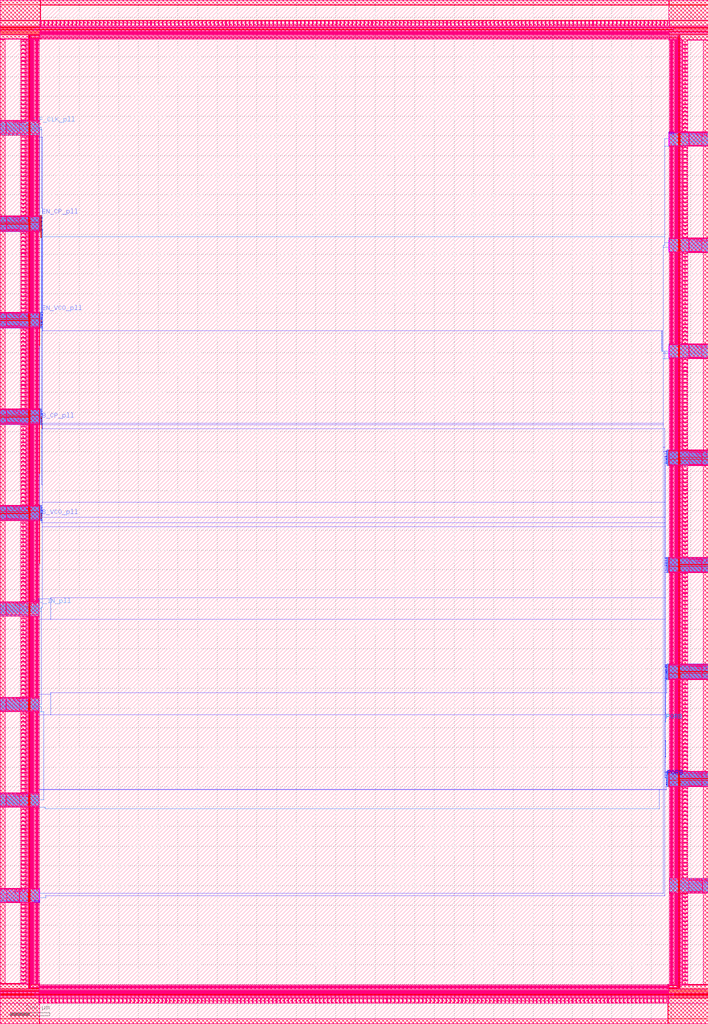
<source format=lef>
VERSION 5.7 ;
  NOWIREEXTENSIONATPIN ON ;
  DIVIDERCHAR "/" ;
  BUSBITCHARS "[]" ;
MACRO chip_io
  CLASS BLOCK ;
  FOREIGN chip_io ;
  ORIGIN 0.000 0.000 ;
  SIZE 3588.000 BY 5188.000 ;
  PIN B_CP
    DIRECTION OUTPUT TRISTATE ;
    PORT
      LAYER met5 ;
        RECT 32.990 3048.200 95.440 3110.800 ;
    END
  END B_CP
  PIN B_CP_pll
    DIRECTION INPUT ;
    PORT
      LAYER met2 ;
        RECT 208.565 3056.885 210.965 3057.165 ;
    END
  END B_CP_pll
  PIN B_VCO
    DIRECTION OUTPUT TRISTATE ;
    PORT
      LAYER met5 ;
        RECT 32.990 2559.200 95.440 2621.800 ;
    END
  END B_VCO
  PIN B_VCO_pll
    DIRECTION INPUT ;
    PORT
      LAYER met2 ;
        RECT 208.565 2567.885 210.965 2568.165 ;
    END
  END B_VCO_pll
  PIN CLK
    DIRECTION OUTPUT TRISTATE ;
    PORT
      LAYER met5 ;
        RECT 3490.140 671.045 3557.570 727.685 ;
    END
  END CLK
  PIN CLK_pll
    DIRECTION INPUT ;
    PORT
      LAYER met3 ;
        RECT 3390.000 685.900 3474.810 686.245 ;
        RECT 3390.000 674.955 3474.615 685.900 ;
        RECT 3474.810 685.795 3478.375 685.900 ;
        RECT 3474.765 682.335 3478.375 685.795 ;
        RECT 3474.765 674.955 3478.215 682.335 ;
        RECT 3478.375 682.195 3482.020 682.335 ;
        RECT 3478.365 678.690 3482.020 682.195 ;
        RECT 3478.365 674.955 3481.815 678.690 ;
        RECT 3482.110 678.595 3485.755 678.600 ;
        RECT 3481.965 674.955 3485.755 678.595 ;
        RECT 3390.000 662.300 3562.235 674.955 ;
    END
  END CLK_pll
  PIN EN_CP
    DIRECTION INPUT ;
    PORT
      LAYER met5 ;
        RECT 32.990 4026.200 95.440 4088.800 ;
    END
  END EN_CP
  PIN EN_CP_pll
    DIRECTION OUTPUT TRISTATE ;
    PORT
      LAYER met2 ;
        RECT 208.565 4090.085 210.965 4090.365 ;
    END
  END EN_CP_pll
  PIN EN_VCO
    DIRECTION INPUT ;
    PORT
      LAYER met5 ;
        RECT 32.990 3537.200 95.440 3599.800 ;
    END
  END EN_VCO
  PIN EN_VCO_pll
    DIRECTION OUTPUT TRISTATE ;
    PORT
      LAYER met2 ;
        RECT 208.565 3601.085 210.965 3601.365 ;
    END
  END EN_VCO_pll
  PIN B_0_pll
    DIRECTION OUTPUT TRISTATE ;
    PORT
      LAYER met2 ;
        RECT 3377.035 1204.635 3379.435 1204.915 ;
    END
  END B_0_pll
  PIN GPIO_0
    DIRECTION INPUT ;
    PORT
      LAYER met5 ;
        RECT 3492.560 1206.200 3555.010 1268.800 ;
    END
  END GPIO_0
  PIN B_1_pll
    DIRECTION OUTPUT TRISTATE ;
    PORT
      LAYER met2 ;
        RECT 3377.035 1747.635 3379.435 1747.915 ;
    END
  END B_1_pll
  PIN GPIO_1
    DIRECTION INPUT ;
    PORT
      LAYER met5 ;
        RECT 3492.560 1749.200 3555.010 1811.800 ;
    END
  END GPIO_1
  PIN B_2_pll
    DIRECTION OUTPUT TRISTATE ;
    PORT
      LAYER met2 ;
        RECT 3377.035 2289.635 3379.435 2289.915 ;
    END
  END B_2_pll
  PIN GPIO_2
    DIRECTION INPUT ;
    PORT
      LAYER met5 ;
        RECT 3492.560 2291.200 3555.010 2353.800 ;
    END
  END GPIO_2
  PIN B_3_pll
    DIRECTION OUTPUT TRISTATE ;
    PORT
      LAYER met2 ;
        RECT 3377.035 2832.635 3379.435 2832.915 ;
    END
  END B_3_pll
  PIN GPIO_3
    DIRECTION INPUT ;
    PORT
      LAYER met5 ;
        RECT 3492.560 2834.200 3555.010 2896.800 ;
    END
  END GPIO_3
  PIN PORB
    DIRECTION INPUT ;
    PORT
      LAYER met1 ;
        RECT 208.910 3558.680 209.230 3558.740 ;
        RECT 213.050 3558.680 213.370 3558.740 ;
        RECT 208.910 3558.540 213.370 3558.680 ;
        RECT 208.910 3558.480 209.230 3558.540 ;
        RECT 213.050 3558.480 213.370 3558.540 ;
        RECT 208.910 3071.120 209.230 3071.180 ;
        RECT 213.050 3071.120 213.370 3071.180 ;
        RECT 208.910 3070.980 213.370 3071.120 ;
        RECT 208.910 3070.920 209.230 3070.980 ;
        RECT 213.050 3070.920 213.370 3070.980 ;
        RECT 3368.190 2873.580 3368.510 2873.640 ;
        RECT 3376.930 2873.580 3377.250 2873.640 ;
        RECT 3368.190 2873.440 3377.250 2873.580 ;
        RECT 3368.190 2873.380 3368.510 2873.440 ;
        RECT 3376.930 2873.380 3377.250 2873.440 ;
        RECT 208.910 2585.940 209.230 2586.000 ;
        RECT 213.050 2585.940 213.370 2586.000 ;
        RECT 208.910 2585.800 213.370 2585.940 ;
        RECT 208.910 2585.740 209.230 2585.800 ;
        RECT 213.050 2585.740 213.370 2585.800 ;
        RECT 212.590 2566.560 212.910 2566.620 ;
        RECT 3368.190 2566.560 3368.510 2566.620 ;
        RECT 212.590 2566.420 3368.510 2566.560 ;
        RECT 212.590 2566.360 212.910 2566.420 ;
        RECT 3368.190 2566.360 3368.510 2566.420 ;
        RECT 3368.190 2332.640 3368.510 2332.700 ;
        RECT 3376.930 2332.640 3377.250 2332.700 ;
        RECT 3368.190 2332.500 3377.250 2332.640 ;
        RECT 3368.190 2332.440 3368.510 2332.500 ;
        RECT 3376.930 2332.440 3377.250 2332.500 ;
        RECT 3368.190 1806.660 3368.510 1806.720 ;
        RECT 3371.870 1806.660 3372.190 1806.720 ;
        RECT 3368.190 1806.520 3372.190 1806.660 ;
        RECT 3368.190 1806.460 3368.510 1806.520 ;
        RECT 3371.870 1806.460 3372.190 1806.520 ;
        RECT 3371.870 1788.640 3372.190 1788.700 ;
        RECT 3376.930 1788.640 3377.250 1788.700 ;
        RECT 3371.870 1788.500 3377.250 1788.640 ;
        RECT 3371.870 1788.440 3372.190 1788.500 ;
        RECT 3376.930 1788.440 3377.250 1788.500 ;
        RECT 3370.950 1739.000 3371.270 1739.060 ;
        RECT 3371.870 1739.000 3372.190 1739.060 ;
        RECT 3370.950 1738.860 3372.190 1739.000 ;
        RECT 3370.950 1738.800 3371.270 1738.860 ;
        RECT 3371.870 1738.800 3372.190 1738.860 ;
        RECT 3371.870 1573.760 3372.190 1573.820 ;
        RECT 3371.500 1573.620 3372.190 1573.760 ;
        RECT 3371.500 1573.140 3371.640 1573.620 ;
        RECT 3371.870 1573.560 3372.190 1573.620 ;
        RECT 3371.410 1572.880 3371.730 1573.140 ;
        RECT 3370.490 1435.380 3370.810 1435.440 ;
        RECT 3371.870 1435.380 3372.190 1435.440 ;
        RECT 3370.490 1435.240 3372.190 1435.380 ;
        RECT 3370.490 1435.180 3370.810 1435.240 ;
        RECT 3371.870 1435.180 3372.190 1435.240 ;
        RECT 3370.950 1352.760 3371.270 1352.820 ;
        RECT 3371.410 1352.760 3371.730 1352.820 ;
        RECT 3370.950 1352.620 3371.730 1352.760 ;
        RECT 3370.950 1352.560 3371.270 1352.620 ;
        RECT 3371.410 1352.560 3371.730 1352.620 ;
        RECT 3370.030 1324.880 3370.350 1324.940 ;
        RECT 3370.950 1324.880 3371.270 1324.940 ;
        RECT 3370.030 1324.740 3371.270 1324.880 ;
        RECT 3370.030 1324.680 3370.350 1324.740 ;
        RECT 3370.950 1324.680 3371.270 1324.740 ;
        RECT 3370.030 1247.360 3370.350 1247.420 ;
        RECT 3376.930 1247.360 3377.250 1247.420 ;
        RECT 3370.030 1247.220 3377.250 1247.360 ;
        RECT 3370.030 1247.160 3370.350 1247.220 ;
        RECT 3376.930 1247.160 3377.250 1247.220 ;
      LAYER via ;
        RECT 208.940 3558.480 209.200 3558.740 ;
        RECT 213.080 3558.480 213.340 3558.740 ;
        RECT 208.940 3070.920 209.200 3071.180 ;
        RECT 213.080 3070.920 213.340 3071.180 ;
        RECT 3368.220 2873.380 3368.480 2873.640 ;
        RECT 3376.960 2873.380 3377.220 2873.640 ;
        RECT 208.940 2585.740 209.200 2586.000 ;
        RECT 213.080 2585.740 213.340 2586.000 ;
        RECT 212.620 2566.360 212.880 2566.620 ;
        RECT 3368.220 2566.360 3368.480 2566.620 ;
        RECT 3368.220 2332.440 3368.480 2332.700 ;
        RECT 3376.960 2332.440 3377.220 2332.700 ;
        RECT 3368.220 1806.460 3368.480 1806.720 ;
        RECT 3371.900 1806.460 3372.160 1806.720 ;
        RECT 3371.900 1788.440 3372.160 1788.700 ;
        RECT 3376.960 1788.440 3377.220 1788.700 ;
        RECT 3370.980 1738.800 3371.240 1739.060 ;
        RECT 3371.900 1738.800 3372.160 1739.060 ;
        RECT 3371.900 1573.560 3372.160 1573.820 ;
        RECT 3371.440 1572.880 3371.700 1573.140 ;
        RECT 3370.520 1435.180 3370.780 1435.440 ;
        RECT 3371.900 1435.180 3372.160 1435.440 ;
        RECT 3370.980 1352.560 3371.240 1352.820 ;
        RECT 3371.440 1352.560 3371.700 1352.820 ;
        RECT 3370.060 1324.680 3370.320 1324.940 ;
        RECT 3370.980 1324.680 3371.240 1324.940 ;
        RECT 3370.060 1247.160 3370.320 1247.420 ;
        RECT 3376.960 1247.160 3377.220 1247.420 ;
      LAYER met2 ;
        RECT 208.470 4050.345 208.750 4050.390 ;
        RECT 208.470 4050.065 210.965 4050.345 ;
        RECT 213.070 4050.235 213.350 4050.605 ;
        RECT 208.470 4050.020 208.750 4050.065 ;
        RECT 208.565 3561.065 210.965 3561.345 ;
        RECT 209.000 3558.770 209.140 3561.065 ;
        RECT 213.140 3558.770 213.280 4050.235 ;
        RECT 208.940 3558.450 209.200 3558.770 ;
        RECT 213.080 3558.450 213.340 3558.770 ;
        RECT 208.565 3072.065 210.965 3072.345 ;
        RECT 209.000 3071.210 209.140 3072.065 ;
        RECT 213.140 3071.210 213.280 3558.450 ;
        RECT 208.940 3070.890 209.200 3071.210 ;
        RECT 213.080 3070.890 213.340 3071.210 ;
        RECT 213.140 2586.030 213.280 3070.890 ;
        RECT 3368.220 2873.350 3368.480 2873.670 ;
        RECT 3376.960 2873.350 3377.220 2873.670 ;
        RECT 208.940 2585.710 209.200 2586.030 ;
        RECT 213.080 2585.710 213.340 2586.030 ;
        RECT 209.000 2583.345 209.140 2585.710 ;
        RECT 208.565 2583.065 210.965 2583.345 ;
        RECT 213.140 2583.050 213.280 2585.710 ;
        RECT 212.680 2582.910 213.280 2583.050 ;
        RECT 212.680 2566.650 212.820 2582.910 ;
        RECT 3368.280 2566.650 3368.420 2873.350 ;
        RECT 3377.020 2872.935 3377.160 2873.350 ;
        RECT 3377.020 2872.660 3379.435 2872.935 ;
        RECT 3377.035 2872.655 3379.435 2872.660 ;
        RECT 212.620 2566.330 212.880 2566.650 ;
        RECT 3368.220 2566.330 3368.480 2566.650 ;
        RECT 3368.280 2332.730 3368.420 2566.330 ;
        RECT 3368.220 2332.410 3368.480 2332.730 ;
        RECT 3376.960 2332.410 3377.220 2332.730 ;
        RECT 3368.280 1806.750 3368.420 2332.410 ;
        RECT 3377.020 2329.935 3377.160 2332.410 ;
        RECT 3377.020 2329.795 3379.435 2329.935 ;
        RECT 3377.035 2329.655 3379.435 2329.795 ;
        RECT 3368.220 1806.430 3368.480 1806.750 ;
        RECT 3371.900 1806.430 3372.160 1806.750 ;
        RECT 3371.960 1788.730 3372.100 1806.430 ;
        RECT 3371.900 1788.410 3372.160 1788.730 ;
        RECT 3376.960 1788.410 3377.220 1788.730 ;
        RECT 3371.960 1739.090 3372.100 1788.410 ;
        RECT 3377.020 1787.935 3377.160 1788.410 ;
        RECT 3377.020 1787.795 3379.435 1787.935 ;
        RECT 3377.035 1787.655 3379.435 1787.795 ;
        RECT 3370.980 1738.770 3371.240 1739.090 ;
        RECT 3371.900 1738.770 3372.160 1739.090 ;
        RECT 3371.040 1738.605 3371.180 1738.770 ;
        RECT 3370.970 1738.235 3371.250 1738.605 ;
        RECT 3371.430 1737.555 3371.710 1737.925 ;
        RECT 3371.500 1669.130 3371.640 1737.555 ;
        RECT 3371.500 1668.990 3372.100 1669.130 ;
        RECT 3371.960 1573.850 3372.100 1668.990 ;
        RECT 3371.900 1573.530 3372.160 1573.850 ;
        RECT 3371.440 1572.850 3371.700 1573.170 ;
        RECT 3371.500 1531.885 3371.640 1572.850 ;
        RECT 3370.510 1531.515 3370.790 1531.885 ;
        RECT 3371.430 1531.515 3371.710 1531.885 ;
        RECT 3370.580 1435.470 3370.720 1531.515 ;
        RECT 3370.520 1435.150 3370.780 1435.470 ;
        RECT 3371.900 1435.150 3372.160 1435.470 ;
        RECT 3371.960 1400.530 3372.100 1435.150 ;
        RECT 3371.500 1400.390 3372.100 1400.530 ;
        RECT 3371.500 1352.850 3371.640 1400.390 ;
        RECT 3370.980 1352.530 3371.240 1352.850 ;
        RECT 3371.440 1352.530 3371.700 1352.850 ;
        RECT 3371.040 1324.970 3371.180 1352.530 ;
        RECT 3370.060 1324.650 3370.320 1324.970 ;
        RECT 3370.980 1324.650 3371.240 1324.970 ;
        RECT 3370.120 1247.450 3370.260 1324.650 ;
        RECT 3370.060 1247.130 3370.320 1247.450 ;
        RECT 3376.960 1247.130 3377.220 1247.450 ;
        RECT 3377.020 1244.935 3377.160 1247.130 ;
        RECT 3377.020 1244.740 3379.435 1244.935 ;
        RECT 3377.035 1244.655 3379.435 1244.740 ;
      LAYER via2 ;
        RECT 213.070 4050.280 213.350 4050.560 ;
        RECT 3370.970 1738.280 3371.250 1738.560 ;
        RECT 3371.430 1737.600 3371.710 1737.880 ;
        RECT 3370.510 1531.560 3370.790 1531.840 ;
        RECT 3371.430 1531.560 3371.710 1531.840 ;
      LAYER met3 ;
        RECT 213.045 4050.570 213.375 4050.585 ;
        RECT 208.445 4050.355 208.775 4050.370 ;
        RECT 210.070 4050.355 213.375 4050.570 ;
        RECT 208.445 4050.270 213.375 4050.355 ;
        RECT 208.445 4050.055 210.370 4050.270 ;
        RECT 213.045 4050.255 213.375 4050.270 ;
        RECT 208.445 4050.040 208.775 4050.055 ;
        RECT 3370.945 1738.570 3371.275 1738.585 ;
        RECT 3370.270 1738.270 3371.275 1738.570 ;
        RECT 3370.270 1737.890 3370.570 1738.270 ;
        RECT 3370.945 1738.255 3371.275 1738.270 ;
        RECT 3371.405 1737.890 3371.735 1737.905 ;
        RECT 3370.270 1737.590 3371.735 1737.890 ;
        RECT 3371.405 1737.575 3371.735 1737.590 ;
        RECT 3370.485 1531.850 3370.815 1531.865 ;
        RECT 3371.405 1531.850 3371.735 1531.865 ;
        RECT 3370.485 1531.550 3371.735 1531.850 ;
        RECT 3370.485 1531.535 3370.815 1531.550 ;
        RECT 3371.405 1531.535 3371.735 1531.550 ;
    END
  END PORB
  PIN REF_CLK
    DIRECTION INPUT ;
    PORT
      LAYER met5 ;
        RECT 30.430 4513.315 97.860 4569.955 ;
    END
  END REF_CLK
  PIN REF_CLK_pll
    DIRECTION OUTPUT TRISTATE ;
    PORT
      LAYER met3 ;
        RECT 25.765 4566.045 198.000 4578.700 ;
        RECT 102.245 4562.405 106.035 4566.045 ;
        RECT 102.245 4562.400 105.890 4562.405 ;
        RECT 106.185 4562.310 109.635 4566.045 ;
        RECT 105.980 4558.805 109.635 4562.310 ;
        RECT 105.980 4558.665 109.625 4558.805 ;
        RECT 109.785 4558.665 113.235 4566.045 ;
        RECT 109.625 4555.205 113.235 4558.665 ;
        RECT 109.625 4555.100 113.190 4555.205 ;
        RECT 113.385 4555.100 198.000 4566.045 ;
        RECT 113.190 4554.755 198.000 4555.100 ;
    END
  END REF_CLK_pll
  PIN vccd
    DIRECTION INOUT ;
    PORT
      LAYER met5 ;
        RECT 30.430 1589.315 97.860 1645.955 ;
    END
  END vccd
  PIN VCO_IN
    DIRECTION INPUT ;
    PORT
      LAYER met5 ;
        RECT 30.430 2073.315 97.860 2129.955 ;
    END
  END VCO_IN
  PIN VCO_IN_pll
    DIRECTION OUTPUT TRISTATE ;
    PORT
      LAYER met3 ;
        RECT 25.765 2126.045 198.000 2138.700 ;
        RECT 102.245 2122.405 106.035 2126.045 ;
        RECT 102.245 2122.400 105.890 2122.405 ;
        RECT 106.185 2122.310 109.635 2126.045 ;
        RECT 105.980 2118.805 109.635 2122.310 ;
        RECT 105.980 2118.665 109.625 2118.805 ;
        RECT 109.785 2118.665 113.235 2126.045 ;
        RECT 109.625 2115.205 113.235 2118.665 ;
        RECT 109.625 2115.100 113.190 2115.205 ;
        RECT 113.385 2115.100 198.000 2126.045 ;
        RECT 113.190 2114.755 198.000 2115.100 ;
    END
  END VCO_IN_pll
  PIN vdda
    DIRECTION INOUT ;
    PORT
      LAYER met5 ;
        RECT 33.375 618.100 95.990 680.800 ;
    END
  END vdda
  PIN vddio
    DIRECTION INOUT ;
    PORT
      LAYER met5 ;
        RECT 3492.010 4452.200 3554.625 4514.900 ;
    END
  END vddio
  PIN vssa
    DIRECTION INOUT ;
    PORT
      LAYER met5 ;
        RECT 3492.010 3377.200 3554.625 3439.900 ;
    END
  END vssa
  PIN vssd
    DIRECTION INOUT ;
    PORT
      LAYER met5 ;
        RECT 30.430 1105.315 97.860 1161.955 ;
    END
  END vssd
  PIN vssio
    DIRECTION INOUT ;
    PORT
      LAYER met5 ;
        RECT 3492.010 3914.200 3554.625 3976.900 ;
    END
  END vssio
  OBS
      LAYER pwell ;
        RECT 3389.065 4509.845 3411.920 4517.375 ;
      LAYER nwell ;
        RECT 3388.685 4450.035 3390.205 4509.140 ;
        RECT 3388.685 3912.035 3390.205 3971.140 ;
        RECT 3388.685 3375.035 3390.205 3434.140 ;
        RECT 197.795 623.860 199.315 682.965 ;
      LAYER pwell ;
        RECT 176.080 615.625 198.935 623.155 ;
      LAYER li1 ;
        RECT 0.220 4504.240 196.980 4578.755 ;
        RECT 3389.065 4509.845 3587.695 4520.390 ;
        RECT 3390.035 4508.965 3587.695 4509.845 ;
        RECT 3388.970 4507.955 3587.695 4508.965 ;
        RECT 3388.970 4451.270 3389.920 4507.955 ;
        RECT 3390.035 4451.270 3587.695 4507.955 ;
        RECT 3388.970 4450.320 3587.695 4451.270 ;
        RECT 3390.035 4448.145 3587.695 4450.320 ;
        RECT 0.295 4014.840 199.770 4095.160 ;
        RECT 3390.035 3970.935 3587.695 3981.930 ;
        RECT 3389.000 3969.955 3587.695 3970.935 ;
        RECT 3389.000 3913.240 3389.890 3969.955 ;
        RECT 3390.035 3913.240 3587.695 3969.955 ;
        RECT 3389.000 3912.350 3587.695 3913.240 ;
        RECT 3390.035 3910.225 3587.695 3912.350 ;
        RECT 0.295 3525.840 199.770 3606.160 ;
        RECT 3390.035 3433.935 3587.695 3444.930 ;
        RECT 3389.000 3432.955 3587.695 3433.935 ;
        RECT 3389.000 3376.240 3389.890 3432.955 ;
        RECT 3390.035 3376.240 3587.695 3432.955 ;
        RECT 3389.000 3375.350 3587.695 3376.240 ;
        RECT 3390.035 3373.225 3587.695 3375.350 ;
        RECT 0.295 3036.840 199.770 3117.160 ;
        RECT 3388.230 2827.840 3587.705 2908.160 ;
        RECT 0.295 2547.840 199.770 2628.160 ;
        RECT 3388.230 2284.840 3587.705 2365.160 ;
        RECT 0.220 2064.240 196.980 2138.755 ;
        RECT 3388.230 1742.840 3587.705 1823.160 ;
        RECT 0.220 1580.240 196.980 1654.755 ;
        RECT 3388.230 1199.840 3587.705 1280.160 ;
        RECT 0.220 1096.240 196.980 1170.755 ;
        RECT 0.305 682.680 197.965 684.855 ;
        RECT 0.305 681.730 199.030 682.680 ;
        RECT 0.305 625.045 197.965 681.730 ;
        RECT 198.080 625.045 199.030 681.730 ;
        RECT 3391.020 662.245 3587.780 736.760 ;
        RECT 0.305 624.035 199.030 625.045 ;
        RECT 0.305 623.155 197.965 624.035 ;
        RECT 0.305 612.610 198.935 623.155 ;
      LAYER met1 ;
        RECT 0.160 4531.980 198.000 4578.785 ;
      LAYER met1 ;
        RECT 198.330 4540.400 198.650 4540.660 ;
        RECT 198.420 4538.620 198.560 4540.400 ;
        RECT 198.330 4538.360 198.650 4538.620 ;
      LAYER met1 ;
        RECT 0.160 4529.930 197.550 4531.980 ;
      LAYER met1 ;
        RECT 197.830 4530.210 198.000 4531.700 ;
      LAYER met1 ;
        RECT 0.160 4504.120 198.000 4529.930 ;
        RECT 3390.035 4517.375 3587.725 4520.815 ;
        RECT 3389.130 4512.145 3587.725 4517.375 ;
        RECT 3390.035 4508.965 3587.725 4512.145 ;
        RECT 3388.970 4507.650 3587.725 4508.965 ;
      LAYER met1 ;
        RECT 198.330 4492.320 198.650 4492.380 ;
        RECT 211.670 4492.320 211.990 4492.380 ;
        RECT 198.330 4492.180 211.990 4492.320 ;
        RECT 198.330 4492.120 198.650 4492.180 ;
        RECT 211.670 4492.120 211.990 4492.180 ;
        RECT 199.250 4471.580 199.570 4471.640 ;
        RECT 199.250 4471.440 199.940 4471.580 ;
        RECT 199.250 4471.380 199.570 4471.440 ;
        RECT 199.800 4471.300 199.940 4471.440 ;
        RECT 199.710 4471.040 200.030 4471.300 ;
      LAYER met1 ;
        RECT 3388.970 4451.460 3389.920 4507.650 ;
        POLYGON 3389.920 4507.650 3390.035 4507.650 3389.920 4507.535 ;
        POLYGON 3389.920 4451.575 3390.035 4451.460 3389.920 4451.460 ;
        RECT 3390.035 4451.460 3587.725 4507.650 ;
        RECT 3388.970 4450.320 3587.725 4451.460 ;
        RECT 3390.035 4448.085 3587.725 4450.320 ;
      LAYER met1 ;
        RECT 199.250 4374.680 199.570 4374.740 ;
        RECT 199.710 4374.680 200.030 4374.740 ;
        RECT 199.250 4374.540 200.030 4374.680 ;
        RECT 199.250 4374.480 199.570 4374.540 ;
        RECT 199.710 4374.480 200.030 4374.540 ;
        RECT 199.250 4347.140 199.570 4347.200 ;
        RECT 199.710 4347.140 200.030 4347.200 ;
        RECT 199.250 4347.000 200.030 4347.140 ;
        RECT 199.250 4346.940 199.570 4347.000 ;
        RECT 199.710 4346.940 200.030 4347.000 ;
        RECT 199.250 4278.260 199.570 4278.520 ;
        RECT 199.340 4277.780 199.480 4278.260 ;
        RECT 199.710 4277.780 200.030 4277.840 ;
        RECT 199.340 4277.640 200.030 4277.780 ;
        RECT 199.710 4277.580 200.030 4277.640 ;
        RECT 211.670 4133.960 211.990 4134.020 ;
        RECT 213.510 4133.960 213.830 4134.020 ;
        RECT 211.670 4133.820 213.830 4133.960 ;
        RECT 211.670 4133.760 211.990 4133.820 ;
        RECT 213.510 4133.760 213.830 4133.820 ;
      LAYER met1 ;
        RECT 0.000 4014.855 206.845 4095.145 ;
      LAYER met1 ;
        RECT 208.910 4083.640 209.230 4083.700 ;
        RECT 211.670 4083.640 211.990 4083.700 ;
        RECT 208.910 4083.500 211.990 4083.640 ;
        RECT 208.910 4083.440 209.230 4083.500 ;
        RECT 211.670 4083.440 211.990 4083.500 ;
        RECT 208.910 4082.960 209.230 4083.020 ;
        RECT 213.510 4082.960 213.830 4083.020 ;
        RECT 208.910 4082.820 213.830 4082.960 ;
        RECT 208.910 4082.760 209.230 4082.820 ;
        RECT 213.510 4082.760 213.830 4082.820 ;
        RECT 208.910 4068.000 209.230 4068.060 ;
        RECT 213.510 4068.000 213.830 4068.060 ;
        RECT 208.910 4067.860 213.830 4068.000 ;
        RECT 208.910 4067.800 209.230 4067.860 ;
        RECT 213.510 4067.800 213.830 4067.860 ;
        RECT 208.910 4063.040 209.230 4063.300 ;
        RECT 209.000 4062.280 209.140 4063.040 ;
        RECT 208.910 4062.020 209.230 4062.280 ;
        RECT 208.910 4054.060 209.230 4054.120 ;
        RECT 211.210 4054.060 211.530 4054.120 ;
        RECT 208.910 4053.920 211.530 4054.060 ;
        RECT 208.910 4053.860 209.230 4053.920 ;
        RECT 211.210 4053.860 211.530 4053.920 ;
        RECT 209.370 4044.880 209.690 4044.940 ;
        RECT 212.130 4044.880 212.450 4044.940 ;
        RECT 209.370 4044.740 212.450 4044.880 ;
        RECT 209.370 4044.680 209.690 4044.740 ;
        RECT 212.130 4044.680 212.450 4044.740 ;
        RECT 208.910 4041.620 209.230 4041.880 ;
        RECT 209.000 4040.520 209.140 4041.620 ;
        RECT 208.910 4040.260 209.230 4040.520 ;
        RECT 208.910 4026.520 209.230 4026.580 ;
        RECT 213.970 4026.520 214.290 4026.580 ;
        RECT 208.910 4026.380 214.290 4026.520 ;
        RECT 208.910 4026.320 209.230 4026.380 ;
        RECT 213.970 4026.320 214.290 4026.380 ;
        RECT 208.910 4022.100 209.230 4022.160 ;
        RECT 212.130 4022.100 212.450 4022.160 ;
        RECT 208.910 4021.960 212.450 4022.100 ;
        RECT 208.910 4021.900 209.230 4021.960 ;
        RECT 212.130 4021.900 212.450 4021.960 ;
      LAYER met1 ;
        RECT 3390.035 3970.965 3587.725 3982.815 ;
        RECT 3388.970 3969.650 3587.725 3970.965 ;
        RECT 3388.970 3913.460 3389.920 3969.650 ;
        POLYGON 3389.920 3969.650 3390.035 3969.650 3389.920 3969.535 ;
        POLYGON 3389.920 3913.575 3390.035 3913.460 3389.920 3913.460 ;
        RECT 3390.035 3913.460 3587.725 3969.650 ;
        RECT 3388.970 3912.320 3587.725 3913.460 ;
        RECT 3390.035 3909.380 3587.725 3912.320 ;
        RECT 0.000 3525.855 206.845 3606.145 ;
      LAYER met1 ;
        RECT 211.210 3604.920 211.530 3604.980 ;
        RECT 214.430 3604.920 214.750 3604.980 ;
        RECT 211.210 3604.780 214.750 3604.920 ;
        RECT 211.210 3604.720 211.530 3604.780 ;
        RECT 214.430 3604.720 214.750 3604.780 ;
        RECT 208.910 3593.360 209.230 3593.420 ;
        RECT 211.670 3593.360 211.990 3593.420 ;
        RECT 214.430 3593.360 214.750 3593.420 ;
        RECT 208.910 3593.220 214.750 3593.360 ;
        RECT 208.910 3593.160 209.230 3593.220 ;
        RECT 211.670 3593.160 211.990 3593.220 ;
        RECT 214.430 3593.160 214.750 3593.220 ;
        RECT 208.910 3592.680 209.230 3592.740 ;
        RECT 212.130 3592.680 212.450 3592.740 ;
        RECT 208.910 3592.540 212.450 3592.680 ;
        RECT 208.910 3592.480 209.230 3592.540 ;
        RECT 211.760 3591.720 211.900 3592.540 ;
        RECT 212.130 3592.480 212.450 3592.540 ;
        RECT 211.670 3591.460 211.990 3591.720 ;
        RECT 208.910 3579.080 209.230 3579.140 ;
        RECT 211.670 3579.080 211.990 3579.140 ;
        RECT 208.910 3578.940 211.990 3579.080 ;
        RECT 208.910 3578.880 209.230 3578.940 ;
        RECT 211.670 3578.880 211.990 3578.940 ;
        RECT 208.910 3574.120 209.230 3574.380 ;
        RECT 209.000 3573.020 209.140 3574.120 ;
        RECT 208.910 3572.760 209.230 3573.020 ;
        RECT 208.910 3567.180 209.230 3567.240 ;
        RECT 211.210 3567.180 211.530 3567.240 ;
        RECT 208.910 3567.040 211.530 3567.180 ;
        RECT 208.910 3566.980 209.230 3567.040 ;
        RECT 211.210 3566.980 211.530 3567.040 ;
        RECT 208.910 3555.960 209.230 3556.020 ;
        RECT 212.590 3555.960 212.910 3556.020 ;
        RECT 213.510 3555.960 213.830 3556.020 ;
        RECT 208.910 3555.820 213.830 3555.960 ;
        RECT 208.910 3555.760 209.230 3555.820 ;
        RECT 212.590 3555.760 212.910 3555.820 ;
        RECT 213.510 3555.760 213.830 3555.820 ;
        RECT 208.910 3552.360 209.230 3552.620 ;
        RECT 209.000 3551.600 209.140 3552.360 ;
        RECT 208.910 3551.340 209.230 3551.600 ;
        RECT 208.910 3545.420 209.230 3545.480 ;
        RECT 213.970 3545.420 214.290 3545.480 ;
        RECT 208.910 3545.280 214.290 3545.420 ;
        RECT 208.910 3545.220 209.230 3545.280 ;
        RECT 213.970 3545.220 214.290 3545.280 ;
        RECT 208.910 3533.180 209.230 3533.240 ;
        RECT 212.590 3533.180 212.910 3533.240 ;
        RECT 208.910 3533.040 212.910 3533.180 ;
        RECT 208.910 3532.980 209.230 3533.040 ;
        RECT 212.590 3532.980 212.910 3533.040 ;
        RECT 211.210 3532.500 211.530 3532.560 ;
        RECT 212.130 3532.500 212.450 3532.560 ;
        RECT 211.210 3532.360 212.450 3532.500 ;
        RECT 211.210 3532.300 211.530 3532.360 ;
        RECT 212.130 3532.300 212.450 3532.360 ;
        RECT 213.970 3512.100 214.290 3512.160 ;
        RECT 3353.470 3512.100 3353.790 3512.160 ;
        RECT 213.970 3511.960 3353.790 3512.100 ;
        RECT 213.970 3511.900 214.290 3511.960 ;
        RECT 3353.470 3511.900 3353.790 3511.960 ;
      LAYER met1 ;
        RECT 3390.035 3433.965 3587.725 3445.815 ;
        RECT 3388.970 3432.650 3587.725 3433.965 ;
        RECT 3388.970 3376.460 3389.920 3432.650 ;
        POLYGON 3389.920 3432.650 3390.035 3432.650 3389.920 3432.535 ;
        POLYGON 3389.920 3376.575 3390.035 3376.460 3389.920 3376.460 ;
        RECT 3390.035 3376.460 3587.725 3432.650 ;
        RECT 3388.970 3375.320 3587.725 3376.460 ;
        RECT 3390.035 3372.380 3587.725 3375.320 ;
        RECT 0.000 3036.855 206.845 3117.145 ;
      LAYER met1 ;
        RECT 209.370 3104.100 209.690 3104.160 ;
        RECT 212.590 3104.100 212.910 3104.160 ;
        RECT 209.370 3103.960 212.910 3104.100 ;
        RECT 209.370 3103.900 209.690 3103.960 ;
        RECT 212.590 3103.900 212.910 3103.960 ;
        RECT 208.910 3103.760 209.230 3103.820 ;
        RECT 212.130 3103.760 212.450 3103.820 ;
        RECT 208.910 3103.620 212.450 3103.760 ;
        RECT 208.910 3103.560 209.230 3103.620 ;
        RECT 212.130 3103.560 212.450 3103.620 ;
        RECT 208.910 3091.180 209.230 3091.240 ;
        RECT 212.130 3091.180 212.450 3091.240 ;
        RECT 208.910 3091.040 212.450 3091.180 ;
        RECT 208.910 3090.980 209.230 3091.040 ;
        RECT 212.130 3090.980 212.450 3091.040 ;
        RECT 208.910 3088.460 209.230 3088.520 ;
        RECT 212.590 3088.460 212.910 3088.520 ;
        RECT 208.910 3088.320 212.910 3088.460 ;
        RECT 208.910 3088.260 209.230 3088.320 ;
        RECT 212.590 3088.260 212.910 3088.320 ;
        RECT 208.910 3063.440 209.230 3063.700 ;
        RECT 209.000 3062.680 209.140 3063.440 ;
        RECT 208.910 3062.420 209.230 3062.680 ;
        RECT 208.910 3059.220 209.230 3059.280 ;
        RECT 211.670 3059.220 211.990 3059.280 ;
        RECT 208.910 3059.080 211.990 3059.220 ;
        RECT 208.910 3059.020 209.230 3059.080 ;
        RECT 211.670 3059.020 211.990 3059.080 ;
        RECT 208.910 3050.040 209.230 3050.100 ;
        RECT 211.670 3050.040 211.990 3050.100 ;
        RECT 208.910 3049.900 211.990 3050.040 ;
        RECT 208.910 3049.840 209.230 3049.900 ;
        RECT 211.670 3049.840 211.990 3049.900 ;
        RECT 230.070 3042.900 230.390 3042.960 ;
        RECT 3360.370 3042.900 3360.690 3042.960 ;
        RECT 230.070 3042.760 3360.690 3042.900 ;
        RECT 230.070 3042.700 230.390 3042.760 ;
        RECT 3360.370 3042.700 3360.690 3042.760 ;
        RECT 208.910 3040.860 209.230 3040.920 ;
        RECT 216.270 3040.860 216.590 3040.920 ;
        RECT 208.910 3040.720 216.590 3040.860 ;
        RECT 208.910 3040.660 209.230 3040.720 ;
        RECT 216.270 3040.660 216.590 3040.720 ;
        RECT 211.210 3035.760 211.530 3035.820 ;
        RECT 3360.830 3035.760 3361.150 3035.820 ;
        RECT 211.210 3035.620 3361.150 3035.760 ;
        RECT 211.210 3035.560 211.530 3035.620 ;
        RECT 3360.830 3035.560 3361.150 3035.620 ;
        RECT 216.270 3015.360 216.590 3015.420 ;
        RECT 3367.270 3015.360 3367.590 3015.420 ;
        RECT 216.270 3015.220 3367.590 3015.360 ;
        RECT 216.270 3015.160 216.590 3015.220 ;
        RECT 3367.270 3015.160 3367.590 3015.220 ;
        RECT 209.370 2994.620 209.690 2994.680 ;
        RECT 209.830 2994.620 210.150 2994.680 ;
        RECT 209.370 2994.480 210.150 2994.620 ;
        RECT 209.370 2994.420 209.690 2994.480 ;
        RECT 209.830 2994.420 210.150 2994.480 ;
        RECT 209.370 2925.260 209.690 2925.320 ;
        RECT 210.750 2925.260 211.070 2925.320 ;
        RECT 209.370 2925.120 211.070 2925.260 ;
        RECT 209.370 2925.060 209.690 2925.120 ;
        RECT 210.750 2925.060 211.070 2925.120 ;
        RECT 3360.830 2922.540 3361.150 2922.600 ;
        RECT 3366.810 2922.540 3367.130 2922.600 ;
        RECT 3360.830 2922.400 3367.130 2922.540 ;
        RECT 3360.830 2922.340 3361.150 2922.400 ;
        RECT 3366.810 2922.340 3367.130 2922.400 ;
        RECT 3367.270 2901.120 3367.590 2901.180 ;
        RECT 3376.930 2901.120 3377.250 2901.180 ;
        RECT 3367.270 2900.980 3377.250 2901.120 ;
        RECT 3367.270 2900.920 3367.590 2900.980 ;
        RECT 3376.930 2900.920 3377.250 2900.980 ;
        RECT 3360.370 2898.400 3360.690 2898.460 ;
        RECT 3375.550 2898.400 3375.870 2898.460 ;
        RECT 3360.370 2898.260 3375.870 2898.400 ;
        RECT 3360.370 2898.200 3360.690 2898.260 ;
        RECT 3375.550 2898.200 3375.870 2898.260 ;
        RECT 209.830 2898.060 210.150 2898.120 ;
        RECT 210.750 2898.060 211.070 2898.120 ;
        RECT 209.830 2897.920 211.070 2898.060 ;
        RECT 209.830 2897.860 210.150 2897.920 ;
        RECT 210.750 2897.860 211.070 2897.920 ;
        RECT 3366.810 2888.540 3367.130 2888.600 ;
        RECT 3376.930 2888.540 3377.250 2888.600 ;
        RECT 3366.810 2888.400 3377.250 2888.540 ;
        RECT 3366.810 2888.340 3367.130 2888.400 ;
        RECT 3376.930 2888.340 3377.250 2888.400 ;
        RECT 3370.030 2876.980 3370.350 2877.040 ;
        RECT 3375.550 2876.980 3375.870 2877.040 ;
        RECT 3376.930 2876.980 3377.250 2877.040 ;
        RECT 3370.030 2876.840 3377.250 2876.980 ;
        RECT 3370.030 2876.780 3370.350 2876.840 ;
        RECT 3375.550 2876.780 3375.870 2876.840 ;
        RECT 3376.930 2876.780 3377.250 2876.840 ;
        RECT 3376.470 2869.160 3376.790 2869.220 ;
        RECT 3377.390 2869.160 3377.710 2869.220 ;
        RECT 3376.470 2869.020 3377.710 2869.160 ;
        RECT 3376.470 2868.960 3376.790 2869.020 ;
        RECT 3377.390 2868.960 3377.710 2869.020 ;
        RECT 3375.550 2863.040 3375.870 2863.100 ;
        RECT 3376.930 2863.040 3377.250 2863.100 ;
        RECT 3375.550 2862.900 3377.250 2863.040 ;
        RECT 3375.550 2862.840 3375.870 2862.900 ;
        RECT 3376.930 2862.840 3377.250 2862.900 ;
        RECT 3376.010 2861.000 3376.330 2861.060 ;
        RECT 3376.930 2861.000 3377.250 2861.060 ;
        RECT 3376.010 2860.860 3377.250 2861.000 ;
        RECT 3376.010 2860.800 3376.330 2860.860 ;
        RECT 3376.930 2860.800 3377.250 2860.860 ;
        RECT 3375.550 2850.800 3375.870 2850.860 ;
        RECT 3376.930 2850.800 3377.250 2850.860 ;
        RECT 3375.550 2850.660 3377.250 2850.800 ;
        RECT 3375.550 2850.600 3375.870 2850.660 ;
        RECT 3376.930 2850.600 3377.250 2850.660 ;
        RECT 3367.270 2841.280 3367.590 2841.340 ;
        RECT 3376.010 2841.280 3376.330 2841.340 ;
        RECT 3376.930 2841.280 3377.250 2841.340 ;
        RECT 3367.270 2841.140 3377.250 2841.280 ;
        RECT 3367.270 2841.080 3367.590 2841.140 ;
        RECT 3376.010 2841.080 3376.330 2841.140 ;
        RECT 3376.930 2841.080 3377.250 2841.140 ;
      LAYER met1 ;
        RECT 3381.155 2827.855 3588.000 2908.145 ;
      LAYER met1 ;
        RECT 209.830 2801.500 210.150 2801.560 ;
        RECT 211.210 2801.500 211.530 2801.560 ;
        RECT 209.830 2801.360 211.530 2801.500 ;
        RECT 209.830 2801.300 210.150 2801.360 ;
        RECT 211.210 2801.300 211.530 2801.360 ;
        RECT 211.670 2732.140 211.990 2732.200 ;
        RECT 213.510 2732.140 213.830 2732.200 ;
        RECT 211.670 2732.000 213.830 2732.140 ;
        RECT 211.670 2731.940 211.990 2732.000 ;
        RECT 213.510 2731.940 213.830 2732.000 ;
        RECT 212.130 2642.720 212.450 2642.780 ;
        RECT 3368.650 2642.720 3368.970 2642.780 ;
        RECT 212.130 2642.580 3368.970 2642.720 ;
        RECT 212.130 2642.520 212.450 2642.580 ;
        RECT 3368.650 2642.520 3368.970 2642.580 ;
      LAYER met1 ;
        RECT 0.000 2547.855 206.845 2628.145 ;
      LAYER met1 ;
        RECT 208.910 2615.520 209.230 2615.580 ;
        RECT 211.670 2615.520 211.990 2615.580 ;
        RECT 212.590 2615.520 212.910 2615.580 ;
        RECT 208.910 2615.380 212.910 2615.520 ;
        RECT 208.910 2615.320 209.230 2615.380 ;
        RECT 211.670 2615.320 211.990 2615.380 ;
        RECT 212.590 2615.320 212.910 2615.380 ;
        RECT 208.910 2614.840 209.230 2614.900 ;
        RECT 212.130 2614.840 212.450 2614.900 ;
        RECT 208.910 2614.700 212.450 2614.840 ;
        RECT 208.910 2614.640 209.230 2614.700 ;
        RECT 212.130 2614.640 212.450 2614.700 ;
        RECT 208.910 2602.260 209.230 2602.320 ;
        RECT 211.670 2602.260 211.990 2602.320 ;
        RECT 208.910 2602.120 211.990 2602.260 ;
        RECT 208.910 2602.060 209.230 2602.120 ;
        RECT 211.670 2602.060 211.990 2602.120 ;
        RECT 208.910 2599.540 209.230 2599.600 ;
        RECT 212.130 2599.540 212.450 2599.600 ;
        RECT 208.910 2599.400 212.450 2599.540 ;
        RECT 208.910 2599.340 209.230 2599.400 ;
        RECT 212.130 2599.340 212.450 2599.400 ;
        RECT 209.370 2582.540 209.690 2582.600 ;
        RECT 213.510 2582.540 213.830 2582.600 ;
        RECT 209.370 2582.400 213.830 2582.540 ;
        RECT 209.370 2582.340 209.690 2582.400 ;
        RECT 213.510 2582.340 213.830 2582.400 ;
        RECT 208.910 2574.720 209.230 2574.780 ;
        RECT 211.670 2574.720 211.990 2574.780 ;
        RECT 208.910 2574.580 211.990 2574.720 ;
        RECT 208.910 2574.520 209.230 2574.580 ;
        RECT 211.670 2574.520 211.990 2574.580 ;
        RECT 208.910 2559.420 209.230 2559.480 ;
        RECT 211.210 2559.420 211.530 2559.480 ;
        RECT 208.910 2559.280 211.530 2559.420 ;
        RECT 208.910 2559.220 209.230 2559.280 ;
        RECT 211.210 2559.220 211.530 2559.280 ;
        RECT 208.910 2551.940 209.230 2552.000 ;
        RECT 212.130 2551.940 212.450 2552.000 ;
        RECT 208.910 2551.800 212.450 2551.940 ;
        RECT 208.910 2551.740 209.230 2551.800 ;
        RECT 212.130 2551.740 212.450 2551.800 ;
        RECT 211.210 2539.020 211.530 2539.080 ;
        RECT 3366.810 2539.020 3367.130 2539.080 ;
        RECT 3368.650 2539.020 3368.970 2539.080 ;
        RECT 211.210 2538.880 3368.970 2539.020 ;
        RECT 211.210 2538.820 211.530 2538.880 ;
        RECT 3366.810 2538.820 3367.130 2538.880 ;
        RECT 3368.650 2538.820 3368.970 2538.880 ;
        RECT 212.130 2518.620 212.450 2518.680 ;
        RECT 3369.110 2518.620 3369.430 2518.680 ;
        RECT 212.130 2518.480 3369.430 2518.620 ;
        RECT 212.130 2518.420 212.450 2518.480 ;
        RECT 3369.110 2518.420 3369.430 2518.480 ;
        RECT 3367.270 2361.200 3367.590 2361.260 ;
        RECT 3375.550 2361.200 3375.870 2361.260 ;
        RECT 3376.930 2361.200 3377.250 2361.260 ;
        RECT 3367.270 2361.060 3377.250 2361.200 ;
        RECT 3367.270 2361.000 3367.590 2361.060 ;
        RECT 3375.550 2361.000 3375.870 2361.060 ;
        RECT 3376.930 2361.000 3377.250 2361.060 ;
        RECT 3369.110 2358.140 3369.430 2358.200 ;
        RECT 3376.930 2358.140 3377.250 2358.200 ;
        RECT 3369.110 2358.000 3377.250 2358.140 ;
        RECT 3369.110 2357.940 3369.430 2358.000 ;
        RECT 3376.930 2357.940 3377.250 2358.000 ;
        RECT 3369.570 2345.560 3369.890 2345.620 ;
        RECT 3376.930 2345.560 3377.250 2345.620 ;
        RECT 3369.570 2345.420 3377.250 2345.560 ;
        RECT 3369.570 2345.360 3369.890 2345.420 ;
        RECT 3376.930 2345.360 3377.250 2345.420 ;
        RECT 3370.030 2335.360 3370.350 2335.420 ;
        RECT 3376.930 2335.360 3377.250 2335.420 ;
        RECT 3370.030 2335.220 3377.250 2335.360 ;
        RECT 3370.030 2335.160 3370.350 2335.220 ;
        RECT 3376.930 2335.160 3377.250 2335.220 ;
        RECT 3368.650 2324.140 3368.970 2324.200 ;
        RECT 3376.930 2324.140 3377.250 2324.200 ;
        RECT 3368.650 2324.000 3377.250 2324.140 ;
        RECT 3368.650 2323.940 3368.970 2324.000 ;
        RECT 3376.930 2323.940 3377.250 2324.000 ;
        RECT 3375.550 2320.060 3375.870 2320.120 ;
        RECT 3376.930 2320.060 3377.250 2320.120 ;
        RECT 3375.550 2319.920 3377.250 2320.060 ;
        RECT 3375.550 2319.860 3375.870 2319.920 ;
        RECT 3376.930 2319.860 3377.250 2319.920 ;
        RECT 3369.110 2298.980 3369.430 2299.040 ;
        RECT 3376.470 2298.980 3376.790 2299.040 ;
        RECT 3369.110 2298.840 3376.790 2298.980 ;
        RECT 3369.110 2298.780 3369.430 2298.840 ;
        RECT 3376.470 2298.780 3376.790 2298.840 ;
        RECT 3368.650 2288.780 3368.970 2288.840 ;
        RECT 3376.930 2288.780 3377.250 2288.840 ;
        RECT 3368.650 2288.640 3377.250 2288.780 ;
        RECT 3368.650 2288.580 3368.970 2288.640 ;
        RECT 3376.930 2288.580 3377.250 2288.640 ;
      LAYER met1 ;
        RECT 3381.155 2284.855 3588.000 2365.145 ;
      LAYER met1 ;
        RECT 254.910 2159.580 255.230 2159.640 ;
        RECT 3369.110 2159.580 3369.430 2159.640 ;
        RECT 254.910 2159.440 3369.430 2159.580 ;
        RECT 254.910 2159.380 255.230 2159.440 ;
        RECT 3369.110 2159.380 3369.430 2159.440 ;
        RECT 194.650 2153.120 194.970 2153.180 ;
        RECT 254.910 2153.120 255.230 2153.180 ;
        RECT 194.650 2152.980 255.230 2153.120 ;
        RECT 194.650 2152.920 194.970 2152.980 ;
        RECT 254.910 2152.920 255.230 2152.980 ;
      LAYER met1 ;
        RECT 0.160 2091.980 198.000 2138.785 ;
        RECT 0.160 2089.930 197.550 2091.980 ;
      LAYER met1 ;
        RECT 197.830 2090.210 198.000 2091.700 ;
      LAYER met1 ;
        RECT 0.160 2064.120 198.000 2089.930 ;
      LAYER met1 ;
        RECT 196.490 2049.420 196.810 2049.480 ;
        RECT 254.910 2049.420 255.230 2049.480 ;
        RECT 3369.110 2049.420 3369.430 2049.480 ;
        RECT 196.490 2049.280 3369.430 2049.420 ;
        RECT 196.490 2049.220 196.810 2049.280 ;
        RECT 254.910 2049.220 255.230 2049.280 ;
        RECT 3369.110 2049.220 3369.430 2049.280 ;
        RECT 3370.950 1819.240 3371.270 1819.300 ;
        RECT 3376.930 1819.240 3377.250 1819.300 ;
        RECT 3370.950 1819.100 3377.250 1819.240 ;
        RECT 3370.950 1819.040 3371.270 1819.100 ;
        RECT 3376.930 1819.040 3377.250 1819.100 ;
        RECT 3369.110 1816.180 3369.430 1816.240 ;
        RECT 3375.090 1816.180 3375.410 1816.240 ;
        RECT 3376.930 1816.180 3377.250 1816.240 ;
        RECT 3369.110 1816.040 3377.250 1816.180 ;
        RECT 3369.110 1815.980 3369.430 1816.040 ;
        RECT 3375.090 1815.980 3375.410 1816.040 ;
        RECT 3376.930 1815.980 3377.250 1816.040 ;
        RECT 3369.570 1811.420 3369.890 1811.480 ;
        RECT 3376.930 1811.420 3377.250 1811.480 ;
        RECT 3369.570 1811.280 3377.250 1811.420 ;
        RECT 3369.570 1811.220 3369.890 1811.280 ;
        RECT 3376.930 1811.220 3377.250 1811.280 ;
        RECT 3370.030 1808.020 3370.350 1808.080 ;
        RECT 3376.010 1808.020 3376.330 1808.080 ;
        RECT 3370.030 1807.880 3376.330 1808.020 ;
        RECT 3370.030 1807.820 3370.350 1807.880 ;
        RECT 3376.010 1807.820 3376.330 1807.880 ;
        RECT 3375.090 1803.600 3375.410 1803.660 ;
        RECT 3376.930 1803.600 3377.250 1803.660 ;
        RECT 3375.090 1803.460 3377.250 1803.600 ;
        RECT 3375.090 1803.400 3375.410 1803.460 ;
        RECT 3376.930 1803.400 3377.250 1803.460 ;
        RECT 3369.570 1793.400 3369.890 1793.460 ;
        RECT 3376.010 1793.400 3376.330 1793.460 ;
        RECT 3376.930 1793.400 3377.250 1793.460 ;
        RECT 3369.570 1793.260 3377.250 1793.400 ;
        RECT 3369.570 1793.200 3369.890 1793.260 ;
        RECT 3376.010 1793.200 3376.330 1793.260 ;
        RECT 3376.930 1793.200 3377.250 1793.260 ;
        RECT 3375.090 1783.880 3375.410 1783.940 ;
        RECT 3377.390 1783.880 3377.710 1783.940 ;
        RECT 3375.090 1783.740 3377.710 1783.880 ;
        RECT 3375.090 1783.680 3375.410 1783.740 ;
        RECT 3377.390 1783.680 3377.710 1783.740 ;
        RECT 3375.090 1782.180 3375.410 1782.240 ;
        RECT 3376.930 1782.180 3377.250 1782.240 ;
        RECT 3375.090 1782.040 3377.250 1782.180 ;
        RECT 3375.090 1781.980 3375.410 1782.040 ;
        RECT 3376.930 1781.980 3377.250 1782.040 ;
        RECT 3376.930 1775.860 3377.250 1776.120 ;
        RECT 3377.020 1774.760 3377.160 1775.860 ;
        RECT 3376.930 1774.500 3377.250 1774.760 ;
        RECT 3368.650 1751.580 3368.970 1751.640 ;
        RECT 3376.010 1751.580 3376.330 1751.640 ;
        RECT 3376.930 1751.580 3377.250 1751.640 ;
        RECT 3368.650 1751.440 3377.250 1751.580 ;
        RECT 3368.650 1751.380 3368.970 1751.440 ;
        RECT 3376.010 1751.380 3376.330 1751.440 ;
        RECT 3376.930 1751.380 3377.250 1751.440 ;
        RECT 3375.090 1747.160 3375.410 1747.220 ;
        RECT 3376.930 1747.160 3377.250 1747.220 ;
        RECT 3375.090 1747.020 3377.250 1747.160 ;
        RECT 3375.090 1746.960 3375.410 1747.020 ;
        RECT 3376.930 1746.960 3377.250 1747.020 ;
      LAYER met1 ;
        RECT 3381.155 1742.855 3588.000 1823.145 ;
      LAYER met1 ;
        RECT 254.910 1676.780 255.230 1676.840 ;
        RECT 3376.470 1676.780 3376.790 1676.840 ;
        RECT 254.910 1676.640 3376.790 1676.780 ;
        RECT 254.910 1676.580 255.230 1676.640 ;
        RECT 3376.470 1676.580 3376.790 1676.640 ;
        RECT 196.950 1669.980 197.270 1670.040 ;
        RECT 254.910 1669.980 255.230 1670.040 ;
        RECT 196.950 1669.840 255.230 1669.980 ;
        RECT 196.950 1669.780 197.270 1669.840 ;
        RECT 254.910 1669.780 255.230 1669.840 ;
      LAYER met1 ;
        RECT 0.160 1636.565 197.965 1654.785 ;
        RECT 0.160 1608.270 198.000 1636.565 ;
        RECT 0.160 1607.700 197.965 1608.270 ;
        POLYGON 197.965 1608.270 198.000 1608.270 197.965 1608.235 ;
        RECT 0.160 1606.210 198.000 1607.700 ;
        RECT 0.160 1605.635 197.965 1606.210 ;
        POLYGON 197.965 1605.670 198.000 1605.635 197.965 1605.635 ;
        RECT 0.160 1596.655 198.000 1605.635 ;
        RECT 0.160 1580.120 197.965 1596.655 ;
      LAYER met1 ;
        RECT 197.870 1566.280 198.190 1566.340 ;
        RECT 254.910 1566.280 255.230 1566.340 ;
        RECT 3369.110 1566.280 3369.430 1566.340 ;
        RECT 197.870 1566.140 3369.430 1566.280 ;
        RECT 197.870 1566.080 198.190 1566.140 ;
        RECT 254.910 1566.080 255.230 1566.140 ;
        RECT 3369.110 1566.080 3369.430 1566.140 ;
        RECT 3368.650 1276.260 3368.970 1276.320 ;
        RECT 3376.010 1276.260 3376.330 1276.320 ;
        RECT 3376.930 1276.260 3377.250 1276.320 ;
        RECT 3368.650 1276.120 3377.250 1276.260 ;
        RECT 3368.650 1276.060 3368.970 1276.120 ;
        RECT 3376.010 1276.060 3376.330 1276.120 ;
        RECT 3376.930 1276.060 3377.250 1276.120 ;
        RECT 3369.110 1273.200 3369.430 1273.260 ;
        RECT 3376.930 1273.200 3377.250 1273.260 ;
        RECT 3369.110 1273.060 3377.250 1273.200 ;
        RECT 3369.110 1273.000 3369.430 1273.060 ;
        RECT 3376.930 1273.000 3377.250 1273.060 ;
        RECT 3367.270 1260.620 3367.590 1260.680 ;
        RECT 3368.190 1260.620 3368.510 1260.680 ;
        RECT 3376.930 1260.620 3377.250 1260.680 ;
        RECT 3367.270 1260.480 3377.250 1260.620 ;
        RECT 3367.270 1260.420 3367.590 1260.480 ;
        RECT 3368.190 1260.420 3368.510 1260.480 ;
        RECT 3376.930 1260.420 3377.250 1260.480 ;
        RECT 3376.470 1242.060 3376.790 1242.320 ;
        RECT 3376.560 1240.900 3376.700 1242.060 ;
        RECT 3376.930 1240.900 3377.250 1240.960 ;
        RECT 3376.560 1240.760 3377.250 1240.900 ;
        RECT 3376.930 1240.700 3377.250 1240.760 ;
        RECT 3376.470 1232.880 3376.790 1233.140 ;
        RECT 3376.930 1232.880 3377.250 1233.140 ;
        RECT 3376.560 1232.120 3376.700 1232.880 ;
        RECT 3376.470 1231.860 3376.790 1232.120 ;
        RECT 3377.020 1231.780 3377.160 1232.880 ;
        RECT 3376.930 1231.520 3377.250 1231.780 ;
        RECT 3376.930 1226.760 3377.250 1227.020 ;
        RECT 3377.020 1226.000 3377.160 1226.760 ;
        RECT 3376.930 1225.740 3377.250 1226.000 ;
        RECT 3375.550 1222.540 3375.870 1222.600 ;
        RECT 3376.930 1222.540 3377.250 1222.600 ;
        RECT 3375.550 1222.400 3377.250 1222.540 ;
        RECT 3375.550 1222.340 3375.870 1222.400 ;
        RECT 3376.930 1222.340 3377.250 1222.400 ;
        RECT 3375.550 1214.720 3375.870 1214.780 ;
        RECT 3376.930 1214.720 3377.250 1214.780 ;
        RECT 3375.550 1214.580 3377.250 1214.720 ;
        RECT 3375.550 1214.520 3375.870 1214.580 ;
        RECT 3376.930 1214.520 3377.250 1214.580 ;
        RECT 3375.090 1210.300 3375.410 1210.360 ;
        RECT 3376.930 1210.300 3377.250 1210.360 ;
        RECT 3375.090 1210.160 3377.250 1210.300 ;
        RECT 3375.090 1210.100 3375.410 1210.160 ;
        RECT 3376.930 1210.100 3377.250 1210.160 ;
      LAYER met1 ;
        RECT 3381.155 1199.855 3588.000 1280.145 ;
      LAYER met1 ;
        RECT 196.950 1187.180 197.270 1187.240 ;
        RECT 3339.670 1187.180 3339.990 1187.240 ;
        RECT 3375.550 1187.180 3375.870 1187.240 ;
        RECT 196.950 1187.040 3375.870 1187.180 ;
        RECT 196.950 1186.980 197.270 1187.040 ;
        RECT 3339.670 1186.980 3339.990 1187.040 ;
        RECT 3375.550 1186.980 3375.870 1187.040 ;
        RECT 220.410 1186.840 220.730 1186.900 ;
        RECT 3375.090 1186.840 3375.410 1186.900 ;
        RECT 220.410 1186.700 3375.410 1186.840 ;
        RECT 220.410 1186.640 220.730 1186.700 ;
        RECT 3375.090 1186.640 3375.410 1186.700 ;
      LAYER met1 ;
        RECT 0.160 1152.565 197.965 1170.785 ;
        RECT 0.160 1124.270 198.000 1152.565 ;
        RECT 0.160 1123.700 197.965 1124.270 ;
        POLYGON 197.965 1124.270 198.000 1124.270 197.965 1124.235 ;
        RECT 0.160 1122.210 198.000 1123.700 ;
        RECT 0.160 1121.635 197.965 1122.210 ;
        POLYGON 197.965 1121.670 198.000 1121.635 197.965 1121.635 ;
        RECT 0.160 1112.655 198.000 1121.635 ;
        RECT 0.160 1096.120 197.965 1112.655 ;
        RECT 3390.000 711.070 3587.840 736.880 ;
      LAYER met1 ;
        RECT 3390.000 709.300 3390.170 710.790 ;
      LAYER met1 ;
        RECT 3390.450 709.020 3587.840 711.070 ;
        RECT 0.275 682.680 197.965 684.915 ;
        RECT 0.275 681.540 199.030 682.680 ;
        RECT 0.275 625.350 197.965 681.540 ;
        POLYGON 197.965 681.540 198.080 681.540 198.080 681.425 ;
        POLYGON 198.080 625.465 198.080 625.350 197.965 625.350 ;
        RECT 198.080 625.350 199.030 681.540 ;
      LAYER met1 ;
        RECT 220.870 662.220 221.190 662.280 ;
        RECT 3359.910 662.220 3360.230 662.280 ;
        RECT 220.870 662.080 3360.230 662.220 ;
      LAYER met1 ;
        RECT 3390.000 662.215 3587.840 709.020 ;
      LAYER met1 ;
        RECT 220.870 662.020 221.190 662.080 ;
        RECT 3359.910 662.020 3360.230 662.080 ;
        RECT 230.070 648.620 230.390 648.680 ;
        RECT 3367.270 648.620 3367.590 648.680 ;
        RECT 230.070 648.480 3367.590 648.620 ;
        RECT 230.070 648.420 230.390 648.480 ;
        RECT 3367.270 648.420 3367.590 648.480 ;
      LAYER met1 ;
        RECT 0.275 624.035 199.030 625.350 ;
        RECT 0.275 620.855 197.965 624.035 ;
        RECT 0.275 615.625 198.870 620.855 ;
        RECT 0.275 612.185 197.965 615.625 ;
      LAYER via ;
        RECT 198.360 4540.400 198.620 4540.660 ;
        RECT 198.360 4538.360 198.620 4538.620 ;
        RECT 198.360 4492.120 198.620 4492.380 ;
        RECT 211.700 4492.120 211.960 4492.380 ;
        RECT 199.280 4471.380 199.540 4471.640 ;
        RECT 199.740 4471.040 200.000 4471.300 ;
        RECT 199.280 4374.480 199.540 4374.740 ;
        RECT 199.740 4374.480 200.000 4374.740 ;
        RECT 199.280 4346.940 199.540 4347.200 ;
        RECT 199.740 4346.940 200.000 4347.200 ;
        RECT 199.280 4278.260 199.540 4278.520 ;
        RECT 199.740 4277.580 200.000 4277.840 ;
        RECT 211.700 4133.760 211.960 4134.020 ;
        RECT 213.540 4133.760 213.800 4134.020 ;
        RECT 208.940 4083.440 209.200 4083.700 ;
        RECT 211.700 4083.440 211.960 4083.700 ;
        RECT 208.940 4082.760 209.200 4083.020 ;
        RECT 213.540 4082.760 213.800 4083.020 ;
        RECT 208.940 4067.800 209.200 4068.060 ;
        RECT 213.540 4067.800 213.800 4068.060 ;
        RECT 208.940 4063.040 209.200 4063.300 ;
        RECT 208.940 4062.020 209.200 4062.280 ;
        RECT 208.940 4053.860 209.200 4054.120 ;
        RECT 211.240 4053.860 211.500 4054.120 ;
        RECT 209.400 4044.680 209.660 4044.940 ;
        RECT 212.160 4044.680 212.420 4044.940 ;
        RECT 208.940 4041.620 209.200 4041.880 ;
        RECT 208.940 4040.260 209.200 4040.520 ;
        RECT 208.940 4026.320 209.200 4026.580 ;
        RECT 214.000 4026.320 214.260 4026.580 ;
        RECT 208.940 4021.900 209.200 4022.160 ;
        RECT 212.160 4021.900 212.420 4022.160 ;
        RECT 211.240 3604.720 211.500 3604.980 ;
        RECT 214.460 3604.720 214.720 3604.980 ;
        RECT 208.940 3593.160 209.200 3593.420 ;
        RECT 211.700 3593.160 211.960 3593.420 ;
        RECT 214.460 3593.160 214.720 3593.420 ;
        RECT 208.940 3592.480 209.200 3592.740 ;
        RECT 212.160 3592.480 212.420 3592.740 ;
        RECT 211.700 3591.460 211.960 3591.720 ;
        RECT 208.940 3578.880 209.200 3579.140 ;
        RECT 211.700 3578.880 211.960 3579.140 ;
        RECT 208.940 3574.120 209.200 3574.380 ;
        RECT 208.940 3572.760 209.200 3573.020 ;
        RECT 208.940 3566.980 209.200 3567.240 ;
        RECT 211.240 3566.980 211.500 3567.240 ;
        RECT 208.940 3555.760 209.200 3556.020 ;
        RECT 212.620 3555.760 212.880 3556.020 ;
        RECT 213.540 3555.760 213.800 3556.020 ;
        RECT 208.940 3552.360 209.200 3552.620 ;
        RECT 208.940 3551.340 209.200 3551.600 ;
        RECT 208.940 3545.220 209.200 3545.480 ;
        RECT 214.000 3545.220 214.260 3545.480 ;
        RECT 208.940 3532.980 209.200 3533.240 ;
        RECT 212.620 3532.980 212.880 3533.240 ;
        RECT 211.240 3532.300 211.500 3532.560 ;
        RECT 212.160 3532.300 212.420 3532.560 ;
        RECT 214.000 3511.900 214.260 3512.160 ;
        RECT 3353.500 3511.900 3353.760 3512.160 ;
        RECT 209.400 3103.900 209.660 3104.160 ;
        RECT 212.620 3103.900 212.880 3104.160 ;
        RECT 208.940 3103.560 209.200 3103.820 ;
        RECT 212.160 3103.560 212.420 3103.820 ;
        RECT 208.940 3090.980 209.200 3091.240 ;
        RECT 212.160 3090.980 212.420 3091.240 ;
        RECT 208.940 3088.260 209.200 3088.520 ;
        RECT 212.620 3088.260 212.880 3088.520 ;
        RECT 208.940 3063.440 209.200 3063.700 ;
        RECT 208.940 3062.420 209.200 3062.680 ;
        RECT 208.940 3059.020 209.200 3059.280 ;
        RECT 211.700 3059.020 211.960 3059.280 ;
        RECT 208.940 3049.840 209.200 3050.100 ;
        RECT 211.700 3049.840 211.960 3050.100 ;
        RECT 230.100 3042.700 230.360 3042.960 ;
        RECT 3360.400 3042.700 3360.660 3042.960 ;
        RECT 208.940 3040.660 209.200 3040.920 ;
        RECT 216.300 3040.660 216.560 3040.920 ;
        RECT 211.240 3035.560 211.500 3035.820 ;
        RECT 3360.860 3035.560 3361.120 3035.820 ;
        RECT 216.300 3015.160 216.560 3015.420 ;
        RECT 3367.300 3015.160 3367.560 3015.420 ;
        RECT 209.400 2994.420 209.660 2994.680 ;
        RECT 209.860 2994.420 210.120 2994.680 ;
        RECT 209.400 2925.060 209.660 2925.320 ;
        RECT 210.780 2925.060 211.040 2925.320 ;
        RECT 3360.860 2922.340 3361.120 2922.600 ;
        RECT 3366.840 2922.340 3367.100 2922.600 ;
        RECT 3367.300 2900.920 3367.560 2901.180 ;
        RECT 3376.960 2900.920 3377.220 2901.180 ;
        RECT 3360.400 2898.200 3360.660 2898.460 ;
        RECT 3375.580 2898.200 3375.840 2898.460 ;
        RECT 209.860 2897.860 210.120 2898.120 ;
        RECT 210.780 2897.860 211.040 2898.120 ;
        RECT 3366.840 2888.340 3367.100 2888.600 ;
        RECT 3376.960 2888.340 3377.220 2888.600 ;
        RECT 3370.060 2876.780 3370.320 2877.040 ;
        RECT 3375.580 2876.780 3375.840 2877.040 ;
        RECT 3376.960 2876.780 3377.220 2877.040 ;
        RECT 3376.500 2868.960 3376.760 2869.220 ;
        RECT 3377.420 2868.960 3377.680 2869.220 ;
        RECT 3375.580 2862.840 3375.840 2863.100 ;
        RECT 3376.960 2862.840 3377.220 2863.100 ;
        RECT 3376.040 2860.800 3376.300 2861.060 ;
        RECT 3376.960 2860.800 3377.220 2861.060 ;
        RECT 3375.580 2850.600 3375.840 2850.860 ;
        RECT 3376.960 2850.600 3377.220 2850.860 ;
        RECT 3367.300 2841.080 3367.560 2841.340 ;
        RECT 3376.040 2841.080 3376.300 2841.340 ;
        RECT 3376.960 2841.080 3377.220 2841.340 ;
        RECT 209.860 2801.300 210.120 2801.560 ;
        RECT 211.240 2801.300 211.500 2801.560 ;
        RECT 211.700 2731.940 211.960 2732.200 ;
        RECT 213.540 2731.940 213.800 2732.200 ;
        RECT 212.160 2642.520 212.420 2642.780 ;
        RECT 3368.680 2642.520 3368.940 2642.780 ;
        RECT 208.940 2615.320 209.200 2615.580 ;
        RECT 211.700 2615.320 211.960 2615.580 ;
        RECT 212.620 2615.320 212.880 2615.580 ;
        RECT 208.940 2614.640 209.200 2614.900 ;
        RECT 212.160 2614.640 212.420 2614.900 ;
        RECT 208.940 2602.060 209.200 2602.320 ;
        RECT 211.700 2602.060 211.960 2602.320 ;
        RECT 208.940 2599.340 209.200 2599.600 ;
        RECT 212.160 2599.340 212.420 2599.600 ;
        RECT 209.400 2582.340 209.660 2582.600 ;
        RECT 213.540 2582.340 213.800 2582.600 ;
        RECT 208.940 2574.520 209.200 2574.780 ;
        RECT 211.700 2574.520 211.960 2574.780 ;
        RECT 208.940 2559.220 209.200 2559.480 ;
        RECT 211.240 2559.220 211.500 2559.480 ;
        RECT 208.940 2551.740 209.200 2552.000 ;
        RECT 212.160 2551.740 212.420 2552.000 ;
        RECT 211.240 2538.820 211.500 2539.080 ;
        RECT 3366.840 2538.820 3367.100 2539.080 ;
        RECT 3368.680 2538.820 3368.940 2539.080 ;
        RECT 212.160 2518.420 212.420 2518.680 ;
        RECT 3369.140 2518.420 3369.400 2518.680 ;
        RECT 3367.300 2361.000 3367.560 2361.260 ;
        RECT 3375.580 2361.000 3375.840 2361.260 ;
        RECT 3376.960 2361.000 3377.220 2361.260 ;
        RECT 3369.140 2357.940 3369.400 2358.200 ;
        RECT 3376.960 2357.940 3377.220 2358.200 ;
        RECT 3369.600 2345.360 3369.860 2345.620 ;
        RECT 3376.960 2345.360 3377.220 2345.620 ;
        RECT 3370.060 2335.160 3370.320 2335.420 ;
        RECT 3376.960 2335.160 3377.220 2335.420 ;
        RECT 3368.680 2323.940 3368.940 2324.200 ;
        RECT 3376.960 2323.940 3377.220 2324.200 ;
        RECT 3375.580 2319.860 3375.840 2320.120 ;
        RECT 3376.960 2319.860 3377.220 2320.120 ;
        RECT 3369.140 2298.780 3369.400 2299.040 ;
        RECT 3376.500 2298.780 3376.760 2299.040 ;
        RECT 3368.680 2288.580 3368.940 2288.840 ;
        RECT 3376.960 2288.580 3377.220 2288.840 ;
        RECT 254.940 2159.380 255.200 2159.640 ;
        RECT 3369.140 2159.380 3369.400 2159.640 ;
        RECT 194.680 2152.920 194.940 2153.180 ;
        RECT 254.940 2152.920 255.200 2153.180 ;
        RECT 196.520 2049.220 196.780 2049.480 ;
        RECT 254.940 2049.220 255.200 2049.480 ;
        RECT 3369.140 2049.220 3369.400 2049.480 ;
        RECT 3370.980 1819.040 3371.240 1819.300 ;
        RECT 3376.960 1819.040 3377.220 1819.300 ;
        RECT 3369.140 1815.980 3369.400 1816.240 ;
        RECT 3375.120 1815.980 3375.380 1816.240 ;
        RECT 3376.960 1815.980 3377.220 1816.240 ;
        RECT 3369.600 1811.220 3369.860 1811.480 ;
        RECT 3376.960 1811.220 3377.220 1811.480 ;
        RECT 3370.060 1807.820 3370.320 1808.080 ;
        RECT 3376.040 1807.820 3376.300 1808.080 ;
        RECT 3375.120 1803.400 3375.380 1803.660 ;
        RECT 3376.960 1803.400 3377.220 1803.660 ;
        RECT 3369.600 1793.200 3369.860 1793.460 ;
        RECT 3376.040 1793.200 3376.300 1793.460 ;
        RECT 3376.960 1793.200 3377.220 1793.460 ;
        RECT 3375.120 1783.680 3375.380 1783.940 ;
        RECT 3377.420 1783.680 3377.680 1783.940 ;
        RECT 3375.120 1781.980 3375.380 1782.240 ;
        RECT 3376.960 1781.980 3377.220 1782.240 ;
        RECT 3376.960 1775.860 3377.220 1776.120 ;
        RECT 3376.960 1774.500 3377.220 1774.760 ;
        RECT 3368.680 1751.380 3368.940 1751.640 ;
        RECT 3376.040 1751.380 3376.300 1751.640 ;
        RECT 3376.960 1751.380 3377.220 1751.640 ;
        RECT 3375.120 1746.960 3375.380 1747.220 ;
        RECT 3376.960 1746.960 3377.220 1747.220 ;
        RECT 254.940 1676.580 255.200 1676.840 ;
        RECT 3376.500 1676.580 3376.760 1676.840 ;
        RECT 196.980 1669.780 197.240 1670.040 ;
        RECT 254.940 1669.780 255.200 1670.040 ;
        RECT 197.900 1566.080 198.160 1566.340 ;
        RECT 254.940 1566.080 255.200 1566.340 ;
        RECT 3369.140 1566.080 3369.400 1566.340 ;
        RECT 3368.680 1276.060 3368.940 1276.320 ;
        RECT 3376.040 1276.060 3376.300 1276.320 ;
        RECT 3376.960 1276.060 3377.220 1276.320 ;
        RECT 3369.140 1273.000 3369.400 1273.260 ;
        RECT 3376.960 1273.000 3377.220 1273.260 ;
        RECT 3367.300 1260.420 3367.560 1260.680 ;
        RECT 3368.220 1260.420 3368.480 1260.680 ;
        RECT 3376.960 1260.420 3377.220 1260.680 ;
        RECT 3376.500 1242.060 3376.760 1242.320 ;
        RECT 3376.960 1240.700 3377.220 1240.960 ;
        RECT 3376.500 1232.880 3376.760 1233.140 ;
        RECT 3376.960 1232.880 3377.220 1233.140 ;
        RECT 3376.500 1231.860 3376.760 1232.120 ;
        RECT 3376.960 1231.520 3377.220 1231.780 ;
        RECT 3376.960 1226.760 3377.220 1227.020 ;
        RECT 3376.960 1225.740 3377.220 1226.000 ;
        RECT 3375.580 1222.340 3375.840 1222.600 ;
        RECT 3376.960 1222.340 3377.220 1222.600 ;
        RECT 3375.580 1214.520 3375.840 1214.780 ;
        RECT 3376.960 1214.520 3377.220 1214.780 ;
        RECT 3375.120 1210.100 3375.380 1210.360 ;
        RECT 3376.960 1210.100 3377.220 1210.360 ;
        RECT 196.980 1186.980 197.240 1187.240 ;
        RECT 3339.700 1186.980 3339.960 1187.240 ;
        RECT 3375.580 1186.980 3375.840 1187.240 ;
        RECT 220.440 1186.640 220.700 1186.900 ;
        RECT 3375.120 1186.640 3375.380 1186.900 ;
        RECT 220.900 662.020 221.160 662.280 ;
        RECT 3359.940 662.020 3360.200 662.280 ;
        RECT 230.100 648.420 230.360 648.680 ;
        RECT 3367.300 648.420 3367.560 648.680 ;
      LAYER met2 ;
        RECT 3.570 4558.435 194.060 4578.700 ;
      LAYER met2 ;
        RECT 194.340 4559.130 198.000 4578.700 ;
        RECT 194.340 4558.990 198.560 4559.130 ;
        RECT 194.340 4558.715 198.000 4558.990 ;
      LAYER met2 ;
        RECT 3.570 4548.720 198.000 4558.435 ;
        RECT 3.570 4538.160 197.395 4548.720 ;
      LAYER met2 ;
        RECT 197.675 4540.090 198.000 4548.440 ;
        RECT 198.420 4540.690 198.560 4558.990 ;
        RECT 207.090 4542.555 207.370 4542.925 ;
        RECT 198.360 4540.370 198.620 4540.690 ;
        RECT 197.675 4539.950 199.480 4540.090 ;
        RECT 197.675 4538.590 198.100 4539.950 ;
        RECT 197.675 4538.440 198.000 4538.590 ;
        RECT 198.360 4538.330 198.620 4538.650 ;
      LAYER met2 ;
        RECT 3.570 4524.775 198.000 4538.160 ;
        RECT 3.570 4504.500 196.235 4524.775 ;
      LAYER met2 ;
        RECT 196.515 4504.730 198.000 4524.495 ;
        RECT 198.420 4504.730 198.560 4538.330 ;
        RECT 196.515 4504.590 198.560 4504.730 ;
        RECT 196.515 4504.500 198.000 4504.590 ;
        RECT 198.420 4492.410 198.560 4504.590 ;
        RECT 198.360 4492.090 198.620 4492.410 ;
        RECT 199.340 4471.670 199.480 4539.950 ;
        RECT 207.160 4530.685 207.300 4542.555 ;
        RECT 207.090 4530.315 207.370 4530.685 ;
        RECT 211.230 4530.315 211.510 4530.685 ;
        RECT 199.280 4471.350 199.540 4471.670 ;
        RECT 199.740 4471.010 200.000 4471.330 ;
        RECT 199.800 4443.530 199.940 4471.010 ;
        RECT 199.340 4443.390 199.940 4443.530 ;
        RECT 199.340 4374.770 199.480 4443.390 ;
        RECT 199.280 4374.450 199.540 4374.770 ;
        RECT 199.740 4374.450 200.000 4374.770 ;
        RECT 199.800 4347.230 199.940 4374.450 ;
        RECT 199.280 4346.910 199.540 4347.230 ;
        RECT 199.740 4346.910 200.000 4347.230 ;
        RECT 199.340 4278.550 199.480 4346.910 ;
        RECT 199.280 4278.230 199.540 4278.550 ;
        RECT 199.740 4277.550 200.000 4277.870 ;
        RECT 199.800 4098.205 199.940 4277.550 ;
        RECT 211.300 4133.450 211.440 4530.315 ;
        RECT 3388.000 4496.605 3390.055 4520.505 ;
      LAYER met2 ;
        RECT 3390.335 4496.325 3583.075 4520.735 ;
        RECT 3388.000 4493.105 3389.920 4495.105 ;
      LAYER met2 ;
        RECT 211.700 4492.090 211.960 4492.410 ;
        RECT 211.760 4134.050 211.900 4492.090 ;
        RECT 3366.370 4485.435 3366.650 4485.805 ;
        RECT 211.700 4133.730 211.960 4134.050 ;
        RECT 213.540 4133.730 213.800 4134.050 ;
        RECT 211.300 4133.310 211.900 4133.450 ;
        RECT 199.730 4097.835 200.010 4098.205 ;
      LAYER met2 ;
        RECT 0.000 4093.865 208.565 4094.915 ;
        RECT 0.000 4093.025 208.285 4093.865 ;
      LAYER met2 ;
        RECT 208.565 4093.515 210.965 4093.585 ;
        RECT 208.565 4093.375 211.440 4093.515 ;
        RECT 208.565 4093.305 210.965 4093.375 ;
      LAYER met2 ;
        RECT 0.000 4090.645 208.565 4093.025 ;
        RECT 0.000 4089.805 208.285 4090.645 ;
        RECT 0.000 4087.425 208.565 4089.805 ;
        RECT 0.000 4086.585 208.285 4087.425 ;
      LAYER met2 ;
        RECT 208.565 4086.865 210.965 4087.145 ;
      LAYER met2 ;
        RECT 0.000 4084.665 208.565 4086.585 ;
        RECT 0.000 4083.825 208.285 4084.665 ;
      LAYER met2 ;
        RECT 208.565 4084.105 210.965 4084.385 ;
      LAYER met2 ;
        RECT 0.000 4081.445 208.565 4083.825 ;
      LAYER met2 ;
        RECT 209.000 4083.730 209.140 4084.105 ;
        RECT 208.940 4083.410 209.200 4083.730 ;
        RECT 208.940 4082.730 209.200 4083.050 ;
      LAYER met2 ;
        RECT 0.000 4080.605 208.285 4081.445 ;
      LAYER met2 ;
        RECT 209.000 4081.165 209.140 4082.730 ;
        RECT 208.565 4080.885 210.965 4081.165 ;
      LAYER met2 ;
        RECT 0.000 4078.225 208.565 4080.605 ;
        RECT 0.000 4077.385 208.285 4078.225 ;
      LAYER met2 ;
        RECT 208.565 4077.665 210.965 4077.945 ;
      LAYER met2 ;
        RECT 0.000 4075.465 208.565 4077.385 ;
        RECT 0.000 4074.625 208.285 4075.465 ;
      LAYER met2 ;
        RECT 208.565 4074.905 210.965 4075.185 ;
      LAYER met2 ;
        RECT 0.000 4072.245 208.565 4074.625 ;
        RECT 0.000 4071.405 208.285 4072.245 ;
      LAYER met2 ;
        RECT 208.565 4071.685 210.965 4071.965 ;
      LAYER met2 ;
        RECT 0.000 4069.025 208.565 4071.405 ;
        RECT 0.000 4068.185 208.285 4069.025 ;
      LAYER met2 ;
        RECT 208.565 4068.465 210.965 4068.745 ;
      LAYER met2 ;
        RECT 0.000 4066.265 208.565 4068.185 ;
      LAYER met2 ;
        RECT 208.940 4067.770 209.200 4068.090 ;
      LAYER met2 ;
        RECT 0.000 4065.425 208.285 4066.265 ;
      LAYER met2 ;
        RECT 209.000 4065.985 209.140 4067.770 ;
        RECT 208.565 4065.705 210.965 4065.985 ;
      LAYER met2 ;
        RECT 0.000 4063.045 208.565 4065.425 ;
      LAYER met2 ;
        RECT 209.000 4063.330 209.140 4065.705 ;
      LAYER met2 ;
        RECT 0.000 4062.205 208.285 4063.045 ;
      LAYER met2 ;
        RECT 208.940 4063.010 209.200 4063.330 ;
        RECT 208.565 4062.485 210.965 4062.765 ;
      LAYER met2 ;
        RECT 0.000 4059.825 208.565 4062.205 ;
      LAYER met2 ;
        RECT 208.940 4061.990 209.200 4062.310 ;
      LAYER met2 ;
        RECT 0.000 4058.985 208.285 4059.825 ;
      LAYER met2 ;
        RECT 209.000 4059.545 209.140 4061.990 ;
        RECT 208.565 4059.265 210.965 4059.545 ;
      LAYER met2 ;
        RECT 0.000 4057.065 208.565 4058.985 ;
        RECT 0.000 4056.225 208.285 4057.065 ;
      LAYER met2 ;
        RECT 209.000 4056.785 209.140 4059.265 ;
        RECT 208.565 4056.505 210.965 4056.785 ;
        RECT 208.610 4056.470 209.140 4056.505 ;
      LAYER met2 ;
        RECT 0.000 4053.845 208.565 4056.225 ;
      LAYER met2 ;
        RECT 209.000 4054.150 209.140 4056.470 ;
        RECT 211.300 4055.930 211.440 4093.375 ;
        RECT 211.760 4083.730 211.900 4133.310 ;
        RECT 211.700 4083.410 211.960 4083.730 ;
        RECT 211.760 4066.130 211.900 4083.410 ;
        RECT 213.600 4083.050 213.740 4133.730 ;
        RECT 213.540 4082.730 213.800 4083.050 ;
        RECT 213.600 4068.090 213.740 4082.730 ;
        RECT 213.540 4067.770 213.800 4068.090 ;
        RECT 211.760 4065.990 212.360 4066.130 ;
        RECT 209.460 4055.790 211.440 4055.930 ;
      LAYER met2 ;
        RECT 0.000 4053.005 208.285 4053.845 ;
      LAYER met2 ;
        RECT 208.940 4053.830 209.200 4054.150 ;
        RECT 209.460 4053.565 209.600 4055.790 ;
        RECT 211.240 4053.830 211.500 4054.150 ;
        RECT 208.565 4053.285 210.965 4053.565 ;
      LAYER met2 ;
        RECT 0.000 4050.625 208.565 4053.005 ;
        RECT 0.000 4049.785 208.285 4050.625 ;
        RECT 0.000 4047.405 208.565 4049.785 ;
        RECT 0.000 4046.565 208.285 4047.405 ;
      LAYER met2 ;
        RECT 208.565 4046.845 210.965 4047.125 ;
      LAYER met2 ;
        RECT 0.000 4044.645 208.565 4046.565 ;
      LAYER met2 ;
        RECT 209.460 4044.970 209.600 4046.845 ;
        RECT 209.400 4044.650 209.660 4044.970 ;
      LAYER met2 ;
        RECT 0.000 4043.805 208.285 4044.645 ;
      LAYER met2 ;
        RECT 211.300 4044.370 211.440 4053.830 ;
        RECT 212.220 4046.410 212.360 4065.990 ;
        RECT 208.610 4044.365 211.440 4044.370 ;
        RECT 208.565 4044.230 211.440 4044.365 ;
        RECT 211.760 4046.270 212.360 4046.410 ;
        RECT 208.565 4044.085 210.965 4044.230 ;
      LAYER met2 ;
        RECT 0.000 4041.425 208.565 4043.805 ;
      LAYER met2 ;
        RECT 209.000 4041.910 209.140 4044.085 ;
        RECT 208.940 4041.590 209.200 4041.910 ;
      LAYER met2 ;
        RECT 0.000 4040.585 208.285 4041.425 ;
      LAYER met2 ;
        RECT 208.565 4040.865 210.965 4041.145 ;
      LAYER met2 ;
        RECT 0.000 4038.205 208.565 4040.585 ;
      LAYER met2 ;
        RECT 208.940 4040.230 209.200 4040.550 ;
      LAYER met2 ;
        RECT 0.000 4037.365 208.285 4038.205 ;
      LAYER met2 ;
        RECT 209.000 4037.925 209.140 4040.230 ;
        RECT 208.565 4037.645 210.965 4037.925 ;
      LAYER met2 ;
        RECT 0.000 4035.445 208.565 4037.365 ;
        RECT 0.000 4034.605 208.285 4035.445 ;
      LAYER met2 ;
        RECT 209.000 4035.165 209.140 4037.645 ;
        RECT 208.565 4035.095 210.965 4035.165 ;
        RECT 208.565 4034.955 211.440 4035.095 ;
        RECT 208.565 4034.885 210.965 4034.955 ;
      LAYER met2 ;
        RECT 0.000 4032.225 208.565 4034.605 ;
        RECT 0.000 4031.385 208.285 4032.225 ;
      LAYER met2 ;
        RECT 208.565 4031.665 210.965 4031.945 ;
      LAYER met2 ;
        RECT 0.000 4029.005 208.565 4031.385 ;
        RECT 0.000 4028.165 208.285 4029.005 ;
      LAYER met2 ;
        RECT 209.000 4028.730 209.140 4031.665 ;
        RECT 208.610 4028.725 209.140 4028.730 ;
        RECT 208.565 4028.445 210.965 4028.725 ;
      LAYER met2 ;
        RECT 0.000 4026.245 208.565 4028.165 ;
      LAYER met2 ;
        RECT 209.000 4026.610 209.140 4028.445 ;
        RECT 211.300 4028.050 211.440 4034.955 ;
        RECT 210.840 4027.910 211.440 4028.050 ;
        RECT 208.940 4026.290 209.200 4026.610 ;
      LAYER met2 ;
        RECT 0.000 4025.405 208.285 4026.245 ;
      LAYER met2 ;
        RECT 210.840 4026.010 210.980 4027.910 ;
        RECT 208.610 4025.965 210.980 4026.010 ;
        RECT 208.565 4025.870 210.980 4025.965 ;
        RECT 208.565 4025.685 210.965 4025.870 ;
      LAYER met2 ;
        RECT 0.000 4023.025 208.565 4025.405 ;
        RECT 0.000 4022.185 208.285 4023.025 ;
      LAYER met2 ;
        RECT 209.000 4022.745 209.140 4025.685 ;
        RECT 208.565 4022.465 210.965 4022.745 ;
        RECT 209.000 4022.190 209.140 4022.465 ;
      LAYER met2 ;
        RECT 0.000 4019.805 208.565 4022.185 ;
      LAYER met2 ;
        RECT 208.940 4021.870 209.200 4022.190 ;
      LAYER met2 ;
        RECT 0.000 4018.965 208.285 4019.805 ;
      LAYER met2 ;
        RECT 208.565 4019.455 210.965 4019.525 ;
        RECT 211.760 4019.455 211.900 4046.270 ;
        RECT 212.160 4044.650 212.420 4044.970 ;
        RECT 212.220 4022.610 212.360 4044.650 ;
        RECT 214.000 4026.290 214.260 4026.610 ;
        RECT 212.220 4022.470 212.820 4022.610 ;
        RECT 212.160 4021.870 212.420 4022.190 ;
        RECT 208.565 4019.315 211.900 4019.455 ;
        RECT 208.565 4019.245 210.965 4019.315 ;
      LAYER met2 ;
        RECT 0.000 4017.045 208.565 4018.965 ;
        RECT 0.000 4016.205 208.285 4017.045 ;
      LAYER met2 ;
        RECT 208.565 4016.485 210.965 4016.765 ;
      LAYER met2 ;
        RECT 0.000 4015.210 208.565 4016.205 ;
      LAYER met2 ;
        RECT 206.630 3983.595 206.910 3983.965 ;
        RECT 206.700 3606.565 206.840 3983.595 ;
        RECT 206.630 3606.195 206.910 3606.565 ;
      LAYER met2 ;
        RECT 0.000 3604.865 208.565 3605.915 ;
      LAYER met2 ;
        RECT 211.300 3605.010 211.440 4019.315 ;
      LAYER met2 ;
        RECT 0.000 3604.025 208.285 3604.865 ;
      LAYER met2 ;
        RECT 211.240 3604.690 211.500 3605.010 ;
        RECT 208.565 3604.410 210.965 3604.585 ;
        RECT 208.565 3604.305 211.440 3604.410 ;
        RECT 208.610 3604.270 211.440 3604.305 ;
      LAYER met2 ;
        RECT 0.000 3601.645 208.565 3604.025 ;
        RECT 0.000 3600.805 208.285 3601.645 ;
        RECT 0.000 3598.425 208.565 3600.805 ;
        RECT 0.000 3597.585 208.285 3598.425 ;
      LAYER met2 ;
        RECT 208.565 3597.865 210.965 3598.145 ;
      LAYER met2 ;
        RECT 0.000 3595.665 208.565 3597.585 ;
        RECT 0.000 3594.825 208.285 3595.665 ;
      LAYER met2 ;
        RECT 208.565 3595.105 210.965 3595.385 ;
      LAYER met2 ;
        RECT 0.000 3592.445 208.565 3594.825 ;
      LAYER met2 ;
        RECT 209.000 3593.450 209.140 3595.105 ;
        RECT 208.940 3593.130 209.200 3593.450 ;
        RECT 208.940 3592.450 209.200 3592.770 ;
      LAYER met2 ;
        RECT 0.000 3591.605 208.285 3592.445 ;
      LAYER met2 ;
        RECT 209.000 3592.170 209.140 3592.450 ;
        RECT 208.610 3592.165 209.140 3592.170 ;
        RECT 208.565 3591.885 210.965 3592.165 ;
      LAYER met2 ;
        RECT 0.000 3589.225 208.565 3591.605 ;
        RECT 0.000 3588.385 208.285 3589.225 ;
      LAYER met2 ;
        RECT 208.565 3588.665 210.965 3588.945 ;
      LAYER met2 ;
        RECT 0.000 3586.465 208.565 3588.385 ;
        RECT 0.000 3585.625 208.285 3586.465 ;
      LAYER met2 ;
        RECT 208.565 3585.905 210.965 3586.185 ;
      LAYER met2 ;
        RECT 0.000 3583.245 208.565 3585.625 ;
        RECT 0.000 3582.405 208.285 3583.245 ;
      LAYER met2 ;
        RECT 208.565 3582.685 210.965 3582.965 ;
      LAYER met2 ;
        RECT 0.000 3580.025 208.565 3582.405 ;
        RECT 0.000 3579.185 208.285 3580.025 ;
      LAYER met2 ;
        RECT 208.565 3579.465 210.965 3579.745 ;
      LAYER met2 ;
        RECT 0.000 3577.265 208.565 3579.185 ;
      LAYER met2 ;
        RECT 208.940 3578.850 209.200 3579.170 ;
      LAYER met2 ;
        RECT 0.000 3576.425 208.285 3577.265 ;
      LAYER met2 ;
        RECT 209.000 3576.985 209.140 3578.850 ;
        RECT 208.565 3576.705 210.965 3576.985 ;
      LAYER met2 ;
        RECT 0.000 3574.045 208.565 3576.425 ;
      LAYER met2 ;
        RECT 209.000 3574.410 209.140 3576.705 ;
        RECT 208.940 3574.090 209.200 3574.410 ;
      LAYER met2 ;
        RECT 0.000 3573.205 208.285 3574.045 ;
      LAYER met2 ;
        RECT 208.565 3573.485 210.965 3573.765 ;
      LAYER met2 ;
        RECT 0.000 3570.825 208.565 3573.205 ;
      LAYER met2 ;
        RECT 208.940 3572.730 209.200 3573.050 ;
      LAYER met2 ;
        RECT 0.000 3569.985 208.285 3570.825 ;
      LAYER met2 ;
        RECT 209.000 3570.545 209.140 3572.730 ;
        RECT 208.565 3570.265 210.965 3570.545 ;
      LAYER met2 ;
        RECT 0.000 3568.065 208.565 3569.985 ;
        RECT 0.000 3567.225 208.285 3568.065 ;
      LAYER met2 ;
        RECT 208.470 3567.785 208.750 3567.805 ;
        RECT 209.000 3567.785 209.140 3570.265 ;
        RECT 208.470 3567.505 210.965 3567.785 ;
        RECT 208.470 3567.435 208.750 3567.505 ;
        RECT 211.300 3567.270 211.440 3604.270 ;
        RECT 211.700 3593.130 211.960 3593.450 ;
        RECT 211.760 3592.170 211.900 3593.130 ;
        RECT 212.220 3592.770 212.360 4021.870 ;
        RECT 212.160 3592.450 212.420 3592.770 ;
        RECT 211.760 3592.030 212.360 3592.170 ;
        RECT 211.700 3591.430 211.960 3591.750 ;
        RECT 211.760 3579.170 211.900 3591.430 ;
        RECT 211.700 3578.850 211.960 3579.170 ;
      LAYER met2 ;
        RECT 0.000 3564.845 208.565 3567.225 ;
      LAYER met2 ;
        RECT 208.940 3566.950 209.200 3567.270 ;
        RECT 211.240 3566.950 211.500 3567.270 ;
      LAYER met2 ;
        RECT 0.000 3564.005 208.285 3564.845 ;
      LAYER met2 ;
        RECT 209.000 3564.565 209.140 3566.950 ;
        RECT 208.565 3564.285 210.965 3564.565 ;
      LAYER met2 ;
        RECT 0.000 3561.625 208.565 3564.005 ;
        RECT 0.000 3560.785 208.285 3561.625 ;
        RECT 0.000 3558.405 208.565 3560.785 ;
        RECT 0.000 3557.565 208.285 3558.405 ;
      LAYER met2 ;
        RECT 208.610 3558.125 209.140 3558.170 ;
        RECT 208.565 3557.845 210.965 3558.125 ;
      LAYER met2 ;
        RECT 0.000 3555.645 208.565 3557.565 ;
      LAYER met2 ;
        RECT 209.000 3556.050 209.140 3557.845 ;
        RECT 208.940 3555.730 209.200 3556.050 ;
      LAYER met2 ;
        RECT 0.000 3554.805 208.285 3555.645 ;
      LAYER met2 ;
        RECT 208.470 3555.365 208.750 3555.410 ;
        RECT 208.470 3555.085 210.965 3555.365 ;
        RECT 208.470 3555.040 208.750 3555.085 ;
      LAYER met2 ;
        RECT 0.000 3552.425 208.565 3554.805 ;
      LAYER met2 ;
        RECT 209.000 3552.650 209.140 3555.085 ;
      LAYER met2 ;
        RECT 0.000 3551.585 208.285 3552.425 ;
      LAYER met2 ;
        RECT 208.940 3552.330 209.200 3552.650 ;
        RECT 208.565 3551.865 210.965 3552.145 ;
      LAYER met2 ;
        RECT 0.000 3549.205 208.565 3551.585 ;
      LAYER met2 ;
        RECT 208.940 3551.310 209.200 3551.630 ;
      LAYER met2 ;
        RECT 0.000 3548.365 208.285 3549.205 ;
      LAYER met2 ;
        RECT 209.000 3548.925 209.140 3551.310 ;
        RECT 208.565 3548.645 210.965 3548.925 ;
      LAYER met2 ;
        RECT 0.000 3546.445 208.565 3548.365 ;
        RECT 0.000 3545.605 208.285 3546.445 ;
      LAYER met2 ;
        RECT 208.470 3546.165 208.750 3546.210 ;
        RECT 209.000 3546.165 209.140 3548.645 ;
        RECT 208.470 3545.885 210.965 3546.165 ;
        RECT 208.470 3545.840 208.750 3545.885 ;
      LAYER met2 ;
        RECT 0.000 3543.225 208.565 3545.605 ;
      LAYER met2 ;
        RECT 208.940 3545.190 209.200 3545.510 ;
      LAYER met2 ;
        RECT 0.000 3542.385 208.285 3543.225 ;
      LAYER met2 ;
        RECT 209.000 3542.945 209.140 3545.190 ;
        RECT 208.565 3542.665 210.965 3542.945 ;
      LAYER met2 ;
        RECT 0.000 3540.005 208.565 3542.385 ;
        RECT 0.000 3539.165 208.285 3540.005 ;
      LAYER met2 ;
        RECT 209.000 3539.725 209.140 3542.665 ;
        RECT 208.565 3539.445 210.965 3539.725 ;
      LAYER met2 ;
        RECT 0.000 3537.245 208.565 3539.165 ;
        RECT 0.000 3536.405 208.285 3537.245 ;
      LAYER met2 ;
        RECT 208.470 3536.965 208.750 3537.010 ;
        RECT 208.470 3536.685 210.965 3536.965 ;
        RECT 208.470 3536.640 208.750 3536.685 ;
      LAYER met2 ;
        RECT 0.000 3534.025 208.565 3536.405 ;
        RECT 0.000 3533.185 208.285 3534.025 ;
      LAYER met2 ;
        RECT 209.000 3533.745 209.140 3536.685 ;
        RECT 208.565 3533.465 210.965 3533.745 ;
        RECT 209.000 3533.270 209.140 3533.465 ;
      LAYER met2 ;
        RECT 0.000 3530.805 208.565 3533.185 ;
      LAYER met2 ;
        RECT 208.940 3532.950 209.200 3533.270 ;
        RECT 212.220 3532.590 212.360 3592.030 ;
        RECT 212.680 3556.050 212.820 4022.470 ;
        RECT 212.620 3555.730 212.880 3556.050 ;
        RECT 213.540 3555.730 213.800 3556.050 ;
        RECT 212.620 3532.950 212.880 3533.270 ;
        RECT 211.240 3532.270 211.500 3532.590 ;
        RECT 212.160 3532.270 212.420 3532.590 ;
      LAYER met2 ;
        RECT 0.000 3529.965 208.285 3530.805 ;
      LAYER met2 ;
        RECT 208.565 3530.385 210.965 3530.525 ;
        RECT 208.540 3530.290 210.965 3530.385 ;
        RECT 211.300 3530.290 211.440 3532.270 ;
        RECT 208.540 3530.150 211.440 3530.290 ;
      LAYER met2 ;
        RECT 0.000 3528.045 208.565 3529.965 ;
        RECT 0.000 3527.205 208.285 3528.045 ;
      LAYER met2 ;
        RECT 208.565 3527.485 210.965 3527.765 ;
      LAYER met2 ;
        RECT 0.000 3526.210 208.565 3527.205 ;
      LAYER met2 ;
        RECT 199.730 3436.195 200.010 3436.565 ;
        RECT 199.800 3117.645 199.940 3436.195 ;
        RECT 199.730 3117.275 200.010 3117.645 ;
      LAYER met2 ;
        RECT 0.000 3115.865 208.565 3116.915 ;
      LAYER met2 ;
        RECT 211.300 3116.170 211.440 3530.150 ;
        RECT 211.300 3116.030 212.360 3116.170 ;
      LAYER met2 ;
        RECT 0.000 3115.025 208.285 3115.865 ;
      LAYER met2 ;
        RECT 208.565 3115.490 210.965 3115.585 ;
        RECT 208.565 3115.350 211.440 3115.490 ;
        RECT 208.565 3115.305 210.965 3115.350 ;
      LAYER met2 ;
        RECT 0.000 3112.645 208.565 3115.025 ;
        RECT 0.000 3111.805 208.285 3112.645 ;
      LAYER met2 ;
        RECT 208.565 3112.085 210.965 3112.365 ;
      LAYER met2 ;
        RECT 0.000 3109.425 208.565 3111.805 ;
        RECT 0.000 3108.585 208.285 3109.425 ;
      LAYER met2 ;
        RECT 208.565 3108.865 210.965 3109.145 ;
      LAYER met2 ;
        RECT 0.000 3106.665 208.565 3108.585 ;
        RECT 0.000 3105.825 208.285 3106.665 ;
      LAYER met2 ;
        RECT 208.565 3106.105 210.965 3106.385 ;
      LAYER met2 ;
        RECT 0.000 3103.445 208.565 3105.825 ;
      LAYER met2 ;
        RECT 209.000 3103.850 209.140 3106.105 ;
        RECT 209.400 3103.870 209.660 3104.190 ;
        RECT 208.940 3103.530 209.200 3103.850 ;
      LAYER met2 ;
        RECT 0.000 3102.605 208.285 3103.445 ;
      LAYER met2 ;
        RECT 209.460 3103.165 209.600 3103.870 ;
        RECT 208.565 3102.885 210.965 3103.165 ;
      LAYER met2 ;
        RECT 0.000 3100.225 208.565 3102.605 ;
        RECT 0.000 3099.385 208.285 3100.225 ;
      LAYER met2 ;
        RECT 208.565 3099.665 210.965 3099.945 ;
      LAYER met2 ;
        RECT 0.000 3097.465 208.565 3099.385 ;
        RECT 0.000 3096.625 208.285 3097.465 ;
      LAYER met2 ;
        RECT 208.565 3096.905 210.965 3097.185 ;
      LAYER met2 ;
        RECT 0.000 3094.245 208.565 3096.625 ;
        RECT 0.000 3093.405 208.285 3094.245 ;
      LAYER met2 ;
        RECT 208.565 3093.685 210.965 3093.965 ;
      LAYER met2 ;
        RECT 0.000 3091.025 208.565 3093.405 ;
      LAYER met2 ;
        RECT 209.000 3091.270 209.140 3093.685 ;
      LAYER met2 ;
        RECT 0.000 3090.185 208.285 3091.025 ;
      LAYER met2 ;
        RECT 208.940 3090.950 209.200 3091.270 ;
        RECT 208.565 3090.465 210.965 3090.745 ;
      LAYER met2 ;
        RECT 0.000 3088.265 208.565 3090.185 ;
        RECT 0.000 3087.425 208.285 3088.265 ;
      LAYER met2 ;
        RECT 208.940 3088.230 209.200 3088.550 ;
        RECT 209.000 3087.985 209.140 3088.230 ;
        RECT 208.565 3087.705 210.965 3087.985 ;
      LAYER met2 ;
        RECT 0.000 3085.045 208.565 3087.425 ;
        RECT 0.000 3084.205 208.285 3085.045 ;
      LAYER met2 ;
        RECT 209.000 3084.765 209.140 3087.705 ;
        RECT 208.565 3084.485 210.965 3084.765 ;
      LAYER met2 ;
        RECT 0.000 3081.825 208.565 3084.205 ;
        RECT 0.000 3080.985 208.285 3081.825 ;
      LAYER met2 ;
        RECT 209.000 3081.545 209.140 3084.485 ;
        RECT 208.565 3081.265 210.965 3081.545 ;
      LAYER met2 ;
        RECT 0.000 3079.065 208.565 3080.985 ;
        RECT 0.000 3078.225 208.285 3079.065 ;
      LAYER met2 ;
        RECT 208.470 3078.785 208.750 3078.885 ;
        RECT 209.000 3078.785 209.140 3081.265 ;
        RECT 208.470 3078.515 210.965 3078.785 ;
        RECT 208.565 3078.505 210.965 3078.515 ;
      LAYER met2 ;
        RECT 0.000 3075.845 208.565 3078.225 ;
      LAYER met2 ;
        RECT 211.300 3076.050 211.440 3115.350 ;
        RECT 212.220 3103.850 212.360 3116.030 ;
        RECT 212.680 3104.190 212.820 3532.950 ;
        RECT 212.620 3103.870 212.880 3104.190 ;
        RECT 212.160 3103.530 212.420 3103.850 ;
        RECT 212.220 3091.270 212.360 3103.530 ;
        RECT 212.160 3090.950 212.420 3091.270 ;
        RECT 209.000 3075.910 211.440 3076.050 ;
      LAYER met2 ;
        RECT 0.000 3075.005 208.285 3075.845 ;
      LAYER met2 ;
        RECT 209.000 3075.565 209.140 3075.910 ;
        RECT 208.565 3075.285 210.965 3075.565 ;
        RECT 208.610 3075.230 209.140 3075.285 ;
      LAYER met2 ;
        RECT 0.000 3072.625 208.565 3075.005 ;
        RECT 0.000 3071.785 208.285 3072.625 ;
        RECT 0.000 3069.405 208.565 3071.785 ;
        RECT 0.000 3068.565 208.285 3069.405 ;
      LAYER met2 ;
        RECT 208.470 3069.125 208.750 3069.170 ;
        RECT 208.470 3068.845 210.965 3069.125 ;
        RECT 208.470 3068.800 208.750 3068.845 ;
      LAYER met2 ;
        RECT 0.000 3066.645 208.565 3068.565 ;
        RECT 0.000 3065.805 208.285 3066.645 ;
      LAYER met2 ;
        RECT 208.470 3066.365 208.750 3066.410 ;
        RECT 208.470 3066.085 210.965 3066.365 ;
        RECT 208.470 3066.040 208.750 3066.085 ;
      LAYER met2 ;
        RECT 0.000 3063.425 208.565 3065.805 ;
      LAYER met2 ;
        RECT 209.000 3063.730 209.140 3066.085 ;
      LAYER met2 ;
        RECT 0.000 3062.585 208.285 3063.425 ;
      LAYER met2 ;
        RECT 208.940 3063.410 209.200 3063.730 ;
        RECT 208.565 3062.865 210.965 3063.145 ;
      LAYER met2 ;
        RECT 0.000 3060.205 208.565 3062.585 ;
      LAYER met2 ;
        RECT 208.940 3062.390 209.200 3062.710 ;
      LAYER met2 ;
        RECT 0.000 3059.365 208.285 3060.205 ;
      LAYER met2 ;
        RECT 209.000 3059.925 209.140 3062.390 ;
        RECT 209.460 3061.770 209.600 3062.865 ;
        RECT 212.220 3061.770 212.360 3090.950 ;
        RECT 212.680 3088.550 212.820 3103.870 ;
        RECT 212.620 3088.230 212.880 3088.550 ;
        RECT 213.600 3069.365 213.740 3555.730 ;
        RECT 214.060 3545.510 214.200 4026.290 ;
        RECT 3366.440 3988.045 3366.580 4485.435 ;
      LAYER met2 ;
        RECT 3390.035 4470.890 3583.075 4496.325 ;
      LAYER met2 ;
        RECT 3388.000 4447.045 3413.660 4470.610 ;
        RECT 3366.830 4446.675 3367.110 4447.045 ;
        RECT 3387.990 4446.710 3413.660 4447.045 ;
      LAYER met2 ;
        RECT 3413.940 4446.710 3583.075 4470.890 ;
      LAYER met2 ;
        RECT 3387.990 4446.675 3388.270 4446.710 ;
        RECT 3366.370 3987.675 3366.650 3988.045 ;
        RECT 3366.440 3958.805 3366.580 3987.675 ;
        RECT 3366.370 3958.435 3366.650 3958.805 ;
        RECT 3366.900 3946.565 3367.040 4446.675 ;
        RECT 3388.000 3958.805 3390.055 3982.505 ;
        RECT 3387.990 3958.605 3390.055 3958.805 ;
        RECT 3387.990 3958.435 3388.270 3958.605 ;
      LAYER met2 ;
        RECT 3390.335 3958.325 3583.075 3982.735 ;
        RECT 3388.000 3955.105 3389.920 3957.105 ;
      LAYER met2 ;
        RECT 3360.390 3946.195 3360.670 3946.565 ;
        RECT 3366.830 3946.195 3367.110 3946.565 ;
        RECT 3360.460 3934.325 3360.600 3946.195 ;
        RECT 3360.390 3933.955 3360.670 3934.325 ;
        RECT 214.460 3604.690 214.720 3605.010 ;
        RECT 214.520 3593.450 214.660 3604.690 ;
        RECT 214.460 3593.130 214.720 3593.450 ;
        RECT 214.000 3545.190 214.260 3545.510 ;
        RECT 214.060 3512.190 214.200 3545.190 ;
        RECT 214.000 3511.870 214.260 3512.190 ;
        RECT 3353.500 3511.870 3353.760 3512.190 ;
        RECT 3353.560 3409.365 3353.700 3511.870 ;
        RECT 3353.490 3408.995 3353.770 3409.365 ;
        RECT 3359.930 3397.435 3360.210 3397.805 ;
        RECT 213.530 3068.995 213.810 3069.365 ;
        RECT 209.460 3061.630 212.820 3061.770 ;
        RECT 208.565 3059.645 210.965 3059.925 ;
        RECT 208.610 3059.590 209.140 3059.645 ;
      LAYER met2 ;
        RECT 0.000 3057.445 208.565 3059.365 ;
      LAYER met2 ;
        RECT 209.000 3059.310 209.140 3059.590 ;
        RECT 208.940 3058.990 209.200 3059.310 ;
        RECT 211.700 3058.990 211.960 3059.310 ;
      LAYER met2 ;
        RECT 0.000 3056.605 208.285 3057.445 ;
        RECT 0.000 3054.225 208.565 3056.605 ;
        RECT 0.000 3053.385 208.285 3054.225 ;
      LAYER met2 ;
        RECT 208.565 3053.665 210.965 3053.945 ;
      LAYER met2 ;
        RECT 0.000 3051.005 208.565 3053.385 ;
        RECT 0.000 3050.165 208.285 3051.005 ;
      LAYER met2 ;
        RECT 209.000 3050.725 209.140 3053.665 ;
        RECT 208.565 3050.445 210.965 3050.725 ;
        RECT 209.460 3050.210 209.600 3050.445 ;
      LAYER met2 ;
        RECT 0.000 3048.245 208.565 3050.165 ;
      LAYER met2 ;
        RECT 208.940 3049.810 209.200 3050.130 ;
        RECT 209.460 3050.070 211.440 3050.210 ;
        RECT 211.760 3050.130 211.900 3058.990 ;
      LAYER met2 ;
        RECT 0.000 3047.405 208.285 3048.245 ;
      LAYER met2 ;
        RECT 209.000 3047.965 209.140 3049.810 ;
        RECT 208.565 3047.685 210.965 3047.965 ;
      LAYER met2 ;
        RECT 0.000 3045.025 208.565 3047.405 ;
        RECT 0.000 3044.185 208.285 3045.025 ;
      LAYER met2 ;
        RECT 209.000 3044.770 209.140 3047.685 ;
        RECT 208.610 3044.745 209.140 3044.770 ;
        RECT 208.565 3044.465 210.965 3044.745 ;
      LAYER met2 ;
        RECT 0.000 3041.805 208.565 3044.185 ;
        RECT 0.000 3040.965 208.285 3041.805 ;
      LAYER met2 ;
        RECT 209.000 3041.525 209.140 3044.465 ;
        RECT 208.565 3041.245 210.965 3041.525 ;
        RECT 208.610 3041.230 209.140 3041.245 ;
      LAYER met2 ;
        RECT 0.000 3039.045 208.565 3040.965 ;
      LAYER met2 ;
        RECT 209.000 3040.950 209.140 3041.230 ;
        RECT 208.940 3040.630 209.200 3040.950 ;
      LAYER met2 ;
        RECT 0.000 3038.205 208.285 3039.045 ;
      LAYER met2 ;
        RECT 208.565 3038.485 210.965 3038.765 ;
      LAYER met2 ;
        RECT 0.000 3037.210 208.565 3038.205 ;
      LAYER met2 ;
        RECT 211.300 3035.850 211.440 3050.070 ;
        RECT 211.700 3049.810 211.960 3050.130 ;
        RECT 211.240 3035.530 211.500 3035.850 ;
        RECT 209.850 3014.595 210.130 3014.965 ;
        RECT 209.920 2994.710 210.060 3014.595 ;
        RECT 209.400 2994.390 209.660 2994.710 ;
        RECT 209.860 2994.390 210.120 2994.710 ;
        RECT 209.460 2925.350 209.600 2994.390 ;
        RECT 209.400 2925.030 209.660 2925.350 ;
        RECT 210.780 2925.030 211.040 2925.350 ;
        RECT 210.840 2898.150 210.980 2925.030 ;
        RECT 209.860 2897.830 210.120 2898.150 ;
        RECT 210.780 2897.830 211.040 2898.150 ;
        RECT 209.920 2801.590 210.060 2897.830 ;
        RECT 209.860 2801.270 210.120 2801.590 ;
        RECT 211.240 2801.270 211.500 2801.590 ;
        RECT 199.730 2787.475 200.010 2787.845 ;
        RECT 199.800 2628.725 199.940 2787.475 ;
        RECT 211.300 2732.650 211.440 2801.270 ;
        RECT 211.300 2732.510 211.900 2732.650 ;
        RECT 211.760 2732.230 211.900 2732.510 ;
        RECT 211.700 2731.910 211.960 2732.230 ;
        RECT 212.160 2642.490 212.420 2642.810 ;
        RECT 199.730 2628.355 200.010 2628.725 ;
      LAYER met2 ;
        RECT 0.000 2626.865 208.565 2627.915 ;
        RECT 0.000 2626.025 208.285 2626.865 ;
      LAYER met2 ;
        RECT 208.565 2626.570 210.965 2626.585 ;
        RECT 208.565 2626.430 211.440 2626.570 ;
        RECT 208.565 2626.305 210.965 2626.430 ;
      LAYER met2 ;
        RECT 0.000 2623.645 208.565 2626.025 ;
        RECT 0.000 2622.805 208.285 2623.645 ;
      LAYER met2 ;
        RECT 208.565 2623.085 210.965 2623.365 ;
      LAYER met2 ;
        RECT 0.000 2620.425 208.565 2622.805 ;
        RECT 0.000 2619.585 208.285 2620.425 ;
      LAYER met2 ;
        RECT 208.565 2619.865 210.965 2620.145 ;
      LAYER met2 ;
        RECT 0.000 2617.665 208.565 2619.585 ;
        RECT 0.000 2616.825 208.285 2617.665 ;
      LAYER met2 ;
        RECT 208.565 2617.105 210.965 2617.385 ;
      LAYER met2 ;
        RECT 0.000 2614.445 208.565 2616.825 ;
      LAYER met2 ;
        RECT 209.000 2615.610 209.140 2617.105 ;
        RECT 208.940 2615.290 209.200 2615.610 ;
        RECT 208.940 2614.610 209.200 2614.930 ;
      LAYER met2 ;
        RECT 0.000 2613.605 208.285 2614.445 ;
      LAYER met2 ;
        RECT 209.000 2614.165 209.140 2614.610 ;
        RECT 208.565 2613.885 210.965 2614.165 ;
      LAYER met2 ;
        RECT 0.000 2611.225 208.565 2613.605 ;
        RECT 0.000 2610.385 208.285 2611.225 ;
      LAYER met2 ;
        RECT 208.565 2610.665 210.965 2610.945 ;
      LAYER met2 ;
        RECT 0.000 2608.465 208.565 2610.385 ;
        RECT 0.000 2607.625 208.285 2608.465 ;
      LAYER met2 ;
        RECT 208.565 2607.905 210.965 2608.185 ;
      LAYER met2 ;
        RECT 0.000 2605.245 208.565 2607.625 ;
        RECT 0.000 2604.405 208.285 2605.245 ;
      LAYER met2 ;
        RECT 208.565 2604.685 210.965 2604.965 ;
        RECT 208.610 2604.670 209.140 2604.685 ;
      LAYER met2 ;
        RECT 0.000 2602.025 208.565 2604.405 ;
      LAYER met2 ;
        RECT 209.000 2602.350 209.140 2604.670 ;
        RECT 208.940 2602.030 209.200 2602.350 ;
      LAYER met2 ;
        RECT 0.000 2601.185 208.285 2602.025 ;
      LAYER met2 ;
        RECT 208.565 2601.465 210.965 2601.745 ;
      LAYER met2 ;
        RECT 0.000 2599.265 208.565 2601.185 ;
      LAYER met2 ;
        RECT 208.940 2599.310 209.200 2599.630 ;
      LAYER met2 ;
        RECT 0.000 2598.425 208.285 2599.265 ;
      LAYER met2 ;
        RECT 209.000 2598.985 209.140 2599.310 ;
        RECT 208.565 2598.705 210.965 2598.985 ;
      LAYER met2 ;
        RECT 0.000 2596.045 208.565 2598.425 ;
        RECT 0.000 2595.205 208.285 2596.045 ;
      LAYER met2 ;
        RECT 209.000 2595.765 209.140 2598.705 ;
        RECT 208.565 2595.485 210.965 2595.765 ;
      LAYER met2 ;
        RECT 0.000 2592.825 208.565 2595.205 ;
        RECT 0.000 2591.985 208.285 2592.825 ;
      LAYER met2 ;
        RECT 209.000 2592.570 209.140 2595.485 ;
        RECT 208.610 2592.545 209.140 2592.570 ;
        RECT 208.565 2592.265 210.965 2592.545 ;
      LAYER met2 ;
        RECT 0.000 2590.065 208.565 2591.985 ;
        RECT 0.000 2589.225 208.285 2590.065 ;
      LAYER met2 ;
        RECT 209.000 2589.850 209.140 2592.265 ;
        RECT 208.610 2589.785 209.140 2589.850 ;
        RECT 208.565 2589.505 210.965 2589.785 ;
      LAYER met2 ;
        RECT 0.000 2586.845 208.565 2589.225 ;
      LAYER met2 ;
        RECT 209.000 2587.925 209.140 2589.505 ;
        RECT 208.930 2587.555 209.210 2587.925 ;
        RECT 211.300 2587.130 211.440 2626.430 ;
        RECT 211.700 2615.290 211.960 2615.610 ;
        RECT 211.760 2602.350 211.900 2615.290 ;
        RECT 212.220 2614.930 212.360 2642.490 ;
        RECT 212.680 2615.610 212.820 3061.630 ;
        RECT 230.100 3042.845 230.360 3042.990 ;
        RECT 230.090 3042.475 230.370 3042.845 ;
        RECT 216.300 3040.630 216.560 3040.950 ;
        RECT 216.360 3015.450 216.500 3040.630 ;
        RECT 216.300 3015.130 216.560 3015.450 ;
        RECT 213.540 2731.910 213.800 2732.230 ;
        RECT 212.620 2615.290 212.880 2615.610 ;
        RECT 212.160 2614.610 212.420 2614.930 ;
        RECT 211.700 2602.030 211.960 2602.350 ;
        RECT 211.760 2598.915 211.900 2602.030 ;
        RECT 212.220 2599.630 212.360 2614.610 ;
        RECT 212.160 2599.310 212.420 2599.630 ;
        RECT 211.760 2598.775 212.360 2598.915 ;
        RECT 209.000 2586.990 211.440 2587.130 ;
      LAYER met2 ;
        RECT 0.000 2586.005 208.285 2586.845 ;
      LAYER met2 ;
        RECT 209.000 2586.565 209.140 2586.990 ;
        RECT 208.565 2586.285 210.965 2586.565 ;
      LAYER met2 ;
        RECT 0.000 2583.625 208.565 2586.005 ;
        RECT 0.000 2582.785 208.285 2583.625 ;
        RECT 0.000 2580.405 208.565 2582.785 ;
      LAYER met2 ;
        RECT 209.400 2582.310 209.660 2582.630 ;
      LAYER met2 ;
        RECT 0.000 2579.565 208.285 2580.405 ;
      LAYER met2 ;
        RECT 209.460 2580.125 209.600 2582.310 ;
        RECT 212.220 2581.690 212.360 2598.775 ;
        RECT 213.600 2582.630 213.740 2731.910 ;
        RECT 213.540 2582.310 213.800 2582.630 ;
        RECT 211.760 2581.550 212.360 2581.690 ;
        RECT 208.565 2579.845 210.965 2580.125 ;
      LAYER met2 ;
        RECT 0.000 2577.645 208.565 2579.565 ;
        RECT 0.000 2576.805 208.285 2577.645 ;
      LAYER met2 ;
        RECT 208.470 2577.365 208.750 2577.410 ;
        RECT 208.470 2577.085 210.965 2577.365 ;
        RECT 208.470 2577.040 208.750 2577.085 ;
      LAYER met2 ;
        RECT 0.000 2574.425 208.565 2576.805 ;
      LAYER met2 ;
        RECT 211.760 2574.810 211.900 2581.550 ;
        RECT 208.940 2574.490 209.200 2574.810 ;
        RECT 211.700 2574.490 211.960 2574.810 ;
      LAYER met2 ;
        RECT 0.000 2573.585 208.285 2574.425 ;
      LAYER met2 ;
        RECT 209.000 2574.210 209.140 2574.490 ;
        RECT 208.610 2574.145 209.140 2574.210 ;
        RECT 208.565 2573.865 210.965 2574.145 ;
      LAYER met2 ;
        RECT 0.000 2571.205 208.565 2573.585 ;
        RECT 0.000 2570.365 208.285 2571.205 ;
      LAYER met2 ;
        RECT 208.470 2570.645 210.965 2570.925 ;
        RECT 208.470 2570.555 208.750 2570.645 ;
      LAYER met2 ;
        RECT 0.000 2568.445 208.565 2570.365 ;
        RECT 0.000 2567.605 208.285 2568.445 ;
        RECT 0.000 2565.225 208.565 2567.605 ;
        RECT 0.000 2564.385 208.285 2565.225 ;
      LAYER met2 ;
        RECT 208.565 2564.665 210.965 2564.945 ;
      LAYER met2 ;
        RECT 0.000 2562.005 208.565 2564.385 ;
        RECT 0.000 2561.165 208.285 2562.005 ;
      LAYER met2 ;
        RECT 209.000 2561.725 209.140 2564.665 ;
        RECT 208.565 2561.445 210.965 2561.725 ;
      LAYER met2 ;
        RECT 0.000 2559.245 208.565 2561.165 ;
      LAYER met2 ;
        RECT 209.000 2559.510 209.140 2561.445 ;
      LAYER met2 ;
        RECT 0.000 2558.405 208.285 2559.245 ;
      LAYER met2 ;
        RECT 208.940 2559.190 209.200 2559.510 ;
        RECT 211.240 2559.190 211.500 2559.510 ;
        RECT 208.470 2558.965 208.750 2559.010 ;
        RECT 208.470 2558.685 210.965 2558.965 ;
        RECT 208.470 2558.640 208.750 2558.685 ;
      LAYER met2 ;
        RECT 0.000 2556.025 208.565 2558.405 ;
        RECT 0.000 2555.185 208.285 2556.025 ;
      LAYER met2 ;
        RECT 209.000 2555.745 209.140 2558.685 ;
        RECT 208.565 2555.465 210.965 2555.745 ;
      LAYER met2 ;
        RECT 0.000 2552.805 208.565 2555.185 ;
        RECT 0.000 2551.965 208.285 2552.805 ;
      LAYER met2 ;
        RECT 209.000 2552.525 209.140 2555.465 ;
        RECT 208.565 2552.245 210.965 2552.525 ;
        RECT 209.000 2552.030 209.140 2552.245 ;
      LAYER met2 ;
        RECT 0.000 2550.045 208.565 2551.965 ;
      LAYER met2 ;
        RECT 208.940 2551.710 209.200 2552.030 ;
      LAYER met2 ;
        RECT 0.000 2549.205 208.285 2550.045 ;
      LAYER met2 ;
        RECT 208.565 2549.485 210.965 2549.765 ;
      LAYER met2 ;
        RECT 0.000 2548.210 208.565 2549.205 ;
      LAYER met2 ;
        RECT 211.300 2539.110 211.440 2559.190 ;
        RECT 211.240 2538.790 211.500 2539.110 ;
        RECT 198.350 2331.875 198.630 2332.245 ;
        RECT 194.680 2152.890 194.940 2153.210 ;
        RECT 194.740 2138.700 194.880 2152.890 ;
      LAYER met2 ;
        RECT 3.570 2118.435 194.060 2138.700 ;
      LAYER met2 ;
        RECT 194.340 2118.715 198.000 2138.700 ;
      LAYER met2 ;
        RECT 3.570 2108.720 198.000 2118.435 ;
        RECT 3.570 2098.160 197.395 2108.720 ;
      LAYER met2 ;
        RECT 197.675 2098.890 198.000 2108.440 ;
        RECT 198.420 2098.890 198.560 2331.875 ;
        RECT 211.760 2111.245 211.900 2574.490 ;
        RECT 212.160 2551.710 212.420 2552.030 ;
        RECT 212.220 2518.710 212.360 2551.710 ;
        RECT 212.160 2518.390 212.420 2518.710 ;
        RECT 254.940 2159.350 255.200 2159.670 ;
        RECT 255.000 2153.210 255.140 2159.350 ;
        RECT 254.940 2152.890 255.200 2153.210 ;
        RECT 207.090 2110.875 207.370 2111.245 ;
        RECT 211.690 2110.875 211.970 2111.245 ;
        RECT 207.160 2103.085 207.300 2110.875 ;
        RECT 207.090 2102.715 207.370 2103.085 ;
        RECT 197.675 2098.750 198.560 2098.890 ;
        RECT 197.675 2098.440 198.000 2098.750 ;
      LAYER met2 ;
        RECT 3.570 2084.775 198.000 2098.160 ;
        RECT 3.570 2064.500 196.235 2084.775 ;
      LAYER met2 ;
        RECT 196.515 2064.500 198.000 2084.495 ;
        RECT 196.580 2049.510 196.720 2064.500 ;
        RECT 196.520 2049.190 196.780 2049.510 ;
        RECT 196.980 1669.750 197.240 1670.070 ;
        RECT 197.040 1654.700 197.180 1669.750 ;
      LAYER met2 ;
        RECT 3.570 1634.435 194.060 1654.700 ;
      LAYER met2 ;
        RECT 194.340 1634.715 198.000 1654.700 ;
      LAYER met2 ;
        RECT 194.340 1634.435 198.000 1634.715 ;
        RECT 3.570 1634.095 198.000 1634.435 ;
        RECT 3.570 1633.535 197.965 1634.095 ;
        RECT 3.570 1624.720 198.000 1633.535 ;
        RECT 3.570 1614.160 197.395 1624.720 ;
        RECT 197.960 1624.440 198.000 1624.720 ;
      LAYER met2 ;
        RECT 197.675 1614.730 198.000 1624.440 ;
        RECT 198.420 1614.730 198.560 2098.750 ;
        RECT 207.160 2090.845 207.300 2102.715 ;
        RECT 207.090 2090.475 207.370 2090.845 ;
        RECT 207.160 1618.925 207.300 2090.475 ;
        RECT 255.000 2049.510 255.140 2152.890 ;
        RECT 254.940 2049.190 255.200 2049.510 ;
        RECT 254.940 1676.550 255.200 1676.870 ;
        RECT 255.000 1670.070 255.140 1676.550 ;
        RECT 254.940 1669.750 255.200 1670.070 ;
        RECT 207.090 1618.555 207.370 1618.925 ;
        RECT 197.675 1614.590 198.560 1614.730 ;
        RECT 197.675 1614.440 198.000 1614.590 ;
      LAYER met2 ;
        RECT 197.960 1614.160 198.000 1614.440 ;
        RECT 3.570 1600.925 198.000 1614.160 ;
        RECT 3.570 1600.775 197.965 1600.925 ;
        RECT 3.570 1580.490 196.235 1600.775 ;
      LAYER met2 ;
        RECT 196.515 1580.730 198.000 1600.495 ;
        RECT 196.515 1580.500 198.100 1580.730 ;
        RECT 197.960 1566.370 198.100 1580.500 ;
        RECT 197.900 1566.050 198.160 1566.370 ;
        RECT 196.980 1186.950 197.240 1187.270 ;
        RECT 197.040 1170.700 197.180 1186.950 ;
      LAYER met2 ;
        RECT 3.570 1150.435 194.060 1170.700 ;
      LAYER met2 ;
        RECT 194.340 1150.715 198.000 1170.700 ;
      LAYER met2 ;
        RECT 194.340 1150.435 198.000 1150.715 ;
        RECT 3.570 1150.095 198.000 1150.435 ;
        RECT 3.570 1149.535 197.965 1150.095 ;
        RECT 3.570 1140.720 198.000 1149.535 ;
        RECT 3.570 1130.160 197.395 1140.720 ;
        RECT 197.960 1140.440 198.000 1140.720 ;
      LAYER met2 ;
        RECT 197.675 1131.930 198.000 1140.440 ;
        RECT 198.420 1131.930 198.560 1614.590 ;
        RECT 207.090 1606.315 207.370 1606.685 ;
        RECT 207.160 1580.845 207.300 1606.315 ;
        RECT 207.090 1580.475 207.370 1580.845 ;
        RECT 220.430 1580.475 220.710 1580.845 ;
        RECT 220.500 1186.930 220.640 1580.475 ;
        RECT 255.000 1566.370 255.140 1669.750 ;
        RECT 254.940 1566.050 255.200 1566.370 ;
        RECT 3339.700 1186.950 3339.960 1187.270 ;
        RECT 220.440 1186.610 220.700 1186.930 ;
        RECT 220.500 1134.765 220.640 1186.610 ;
        RECT 220.430 1134.395 220.710 1134.765 ;
        RECT 197.675 1131.790 198.560 1131.930 ;
        RECT 197.675 1130.440 198.000 1131.790 ;
      LAYER met2 ;
        RECT 197.960 1130.160 198.000 1130.440 ;
        RECT 3.570 1116.925 198.000 1130.160 ;
        RECT 3.570 1116.775 197.965 1116.925 ;
        RECT 3.570 1096.500 196.235 1116.775 ;
      LAYER met2 ;
        RECT 196.515 1096.570 198.000 1116.495 ;
        RECT 198.350 1096.570 198.630 1096.685 ;
        RECT 196.515 1096.500 198.630 1096.570 ;
        RECT 197.040 1096.430 198.630 1096.500 ;
        RECT 198.350 1096.315 198.630 1096.430 ;
        RECT 227.790 1096.315 228.070 1096.685 ;
        RECT 227.860 1090.565 228.000 1096.315 ;
        RECT 3339.760 1090.565 3339.900 1186.950 ;
        RECT 227.790 1090.195 228.070 1090.565 ;
        RECT 3339.690 1090.195 3339.970 1090.565 ;
      LAYER met2 ;
        RECT 4.925 662.110 174.060 686.290 ;
      LAYER met2 ;
        RECT 174.340 662.730 200.000 686.290 ;
        RECT 200.650 662.730 200.930 662.845 ;
        RECT 174.340 662.590 200.930 662.730 ;
        RECT 174.340 662.390 200.000 662.590 ;
        RECT 200.650 662.475 200.930 662.590 ;
        RECT 3360.000 662.310 3360.140 3397.435 ;
        RECT 3360.460 3042.990 3360.600 3933.955 ;
      LAYER met2 ;
        RECT 3390.035 3932.890 3583.075 3958.325 ;
      LAYER met2 ;
        RECT 3388.000 3908.710 3413.660 3932.610 ;
      LAYER met2 ;
        RECT 3413.940 3908.710 3583.075 3932.890 ;
      LAYER met2 ;
        RECT 3388.000 3421.605 3390.055 3445.505 ;
      LAYER met2 ;
        RECT 3390.335 3421.325 3583.075 3445.735 ;
        RECT 3388.000 3418.105 3389.920 3420.105 ;
      LAYER met2 ;
        RECT 3366.830 3408.995 3367.110 3409.365 ;
        RECT 3366.900 3371.285 3367.040 3408.995 ;
      LAYER met2 ;
        RECT 3390.035 3395.890 3583.075 3421.325 ;
      LAYER met2 ;
        RECT 3388.000 3371.710 3413.660 3395.610 ;
      LAYER met2 ;
        RECT 3413.940 3371.710 3583.075 3395.890 ;
      LAYER met2 ;
        RECT 3360.850 3370.915 3361.130 3371.285 ;
        RECT 3366.830 3370.915 3367.110 3371.285 ;
        RECT 3360.400 3042.670 3360.660 3042.990 ;
        RECT 3360.460 2898.490 3360.600 3042.670 ;
        RECT 3360.920 3035.850 3361.060 3370.915 ;
        RECT 3360.860 3035.530 3361.120 3035.850 ;
        RECT 3360.920 2922.630 3361.060 3035.530 ;
        RECT 3367.300 3015.130 3367.560 3015.450 ;
        RECT 3360.860 2922.310 3361.120 2922.630 ;
        RECT 3366.840 2922.310 3367.100 2922.630 ;
        RECT 3360.400 2898.170 3360.660 2898.490 ;
        RECT 3366.900 2888.630 3367.040 2922.310 ;
        RECT 3367.360 2901.210 3367.500 3015.130 ;
      LAYER met2 ;
        RECT 3379.435 2906.795 3588.000 2907.790 ;
      LAYER met2 ;
        RECT 3377.035 2906.235 3379.435 2906.515 ;
      LAYER met2 ;
        RECT 3379.715 2905.955 3588.000 2906.795 ;
        RECT 3379.435 2904.035 3588.000 2905.955 ;
      LAYER met2 ;
        RECT 3377.035 2903.685 3379.435 2903.755 ;
        RECT 3376.100 2903.545 3379.435 2903.685 ;
        RECT 3367.300 2900.890 3367.560 2901.210 ;
        RECT 3375.580 2898.170 3375.840 2898.490 ;
        RECT 3366.840 2888.310 3367.100 2888.630 ;
        RECT 3366.900 2539.110 3367.040 2888.310 ;
        RECT 3375.640 2877.070 3375.780 2898.170 ;
        RECT 3370.060 2876.750 3370.320 2877.070 ;
        RECT 3375.580 2876.750 3375.840 2877.070 ;
        RECT 3368.670 2841.875 3368.950 2842.245 ;
        RECT 3367.300 2841.050 3367.560 2841.370 ;
        RECT 3366.840 2538.790 3367.100 2539.110 ;
        RECT 3367.360 2361.290 3367.500 2841.050 ;
        RECT 3368.740 2642.810 3368.880 2841.875 ;
        RECT 3368.680 2642.490 3368.940 2642.810 ;
        RECT 3368.680 2538.790 3368.940 2539.110 ;
        RECT 3367.300 2360.970 3367.560 2361.290 ;
        RECT 3368.740 2345.730 3368.880 2538.790 ;
        RECT 3369.140 2518.390 3369.400 2518.710 ;
        RECT 3369.200 2358.230 3369.340 2518.390 ;
        RECT 3369.140 2357.910 3369.400 2358.230 ;
        RECT 3368.740 2345.650 3369.800 2345.730 ;
        RECT 3368.740 2345.590 3369.860 2345.650 ;
        RECT 3369.600 2345.330 3369.860 2345.590 ;
        RECT 3368.680 2323.910 3368.940 2324.230 ;
        RECT 3368.740 2288.870 3368.880 2323.910 ;
        RECT 3369.140 2298.750 3369.400 2299.070 ;
        RECT 3368.680 2288.550 3368.940 2288.870 ;
        RECT 3369.200 2159.670 3369.340 2298.750 ;
        RECT 3369.140 2159.350 3369.400 2159.670 ;
        RECT 3369.140 2049.190 3369.400 2049.510 ;
        RECT 3369.200 1816.270 3369.340 2049.190 ;
        RECT 3369.140 1815.950 3369.400 1816.270 ;
        RECT 3369.660 1811.510 3369.800 2345.330 ;
        RECT 3370.120 2335.450 3370.260 2876.750 ;
        RECT 3375.580 2862.810 3375.840 2863.130 ;
        RECT 3375.640 2857.205 3375.780 2862.810 ;
        RECT 3376.100 2861.090 3376.240 2903.545 ;
        RECT 3377.035 2903.475 3379.435 2903.545 ;
      LAYER met2 ;
        RECT 3379.715 2903.195 3588.000 2904.035 ;
      LAYER met2 ;
        RECT 3376.960 2900.890 3377.220 2901.210 ;
        RECT 3377.020 2900.535 3377.160 2900.890 ;
      LAYER met2 ;
        RECT 3379.435 2900.815 3588.000 2903.195 ;
      LAYER met2 ;
        RECT 3377.020 2900.255 3379.435 2900.535 ;
        RECT 3377.020 2897.315 3377.160 2900.255 ;
      LAYER met2 ;
        RECT 3379.715 2899.975 3588.000 2900.815 ;
        RECT 3379.435 2897.595 3588.000 2899.975 ;
      LAYER met2 ;
        RECT 3377.020 2897.210 3379.435 2897.315 ;
        RECT 3376.560 2897.070 3379.435 2897.210 ;
        RECT 3376.560 2888.045 3376.700 2897.070 ;
        RECT 3377.035 2897.035 3379.435 2897.070 ;
      LAYER met2 ;
        RECT 3379.715 2896.755 3588.000 2897.595 ;
        RECT 3379.435 2894.835 3588.000 2896.755 ;
      LAYER met2 ;
        RECT 3377.035 2894.420 3379.435 2894.555 ;
        RECT 3377.020 2894.275 3379.435 2894.420 ;
        RECT 3377.020 2891.335 3377.160 2894.275 ;
      LAYER met2 ;
        RECT 3379.715 2893.995 3588.000 2894.835 ;
        RECT 3379.435 2891.615 3588.000 2893.995 ;
      LAYER met2 ;
        RECT 3377.020 2891.055 3379.435 2891.335 ;
        RECT 3377.020 2888.630 3377.160 2891.055 ;
      LAYER met2 ;
        RECT 3379.715 2890.775 3588.000 2891.615 ;
      LAYER met2 ;
        RECT 3376.960 2888.310 3377.220 2888.630 ;
      LAYER met2 ;
        RECT 3379.435 2888.395 3588.000 2890.775 ;
      LAYER met2 ;
        RECT 3377.035 2888.045 3379.435 2888.115 ;
        RECT 3376.560 2887.905 3379.435 2888.045 ;
        RECT 3377.020 2887.835 3379.435 2887.905 ;
        RECT 3377.020 2885.355 3377.160 2887.835 ;
      LAYER met2 ;
        RECT 3379.715 2887.555 3588.000 2888.395 ;
        RECT 3379.435 2885.635 3588.000 2887.555 ;
      LAYER met2 ;
        RECT 3377.020 2885.075 3379.435 2885.355 ;
        RECT 3377.020 2882.135 3377.160 2885.075 ;
      LAYER met2 ;
        RECT 3379.715 2884.795 3588.000 2885.635 ;
        RECT 3379.435 2882.415 3588.000 2884.795 ;
      LAYER met2 ;
        RECT 3377.020 2881.855 3379.435 2882.135 ;
        RECT 3377.020 2878.915 3377.160 2881.855 ;
      LAYER met2 ;
        RECT 3379.715 2881.575 3588.000 2882.415 ;
        RECT 3379.435 2879.195 3588.000 2881.575 ;
      LAYER met2 ;
        RECT 3377.020 2878.850 3379.435 2878.915 ;
        RECT 3376.560 2878.710 3379.435 2878.850 ;
        RECT 3376.560 2869.250 3376.700 2878.710 ;
        RECT 3377.035 2878.635 3379.435 2878.710 ;
      LAYER met2 ;
        RECT 3379.715 2878.355 3588.000 2879.195 ;
      LAYER met2 ;
        RECT 3376.960 2876.750 3377.220 2877.070 ;
        RECT 3377.020 2876.155 3377.160 2876.750 ;
      LAYER met2 ;
        RECT 3379.435 2876.435 3588.000 2878.355 ;
      LAYER met2 ;
        RECT 3377.020 2876.060 3379.435 2876.155 ;
        RECT 3377.035 2875.875 3379.435 2876.060 ;
      LAYER met2 ;
        RECT 3379.715 2875.595 3588.000 2876.435 ;
        RECT 3379.435 2873.215 3588.000 2875.595 ;
        RECT 3379.715 2872.375 3588.000 2873.215 ;
        RECT 3379.435 2869.995 3588.000 2872.375 ;
      LAYER met2 ;
        RECT 3377.035 2869.575 3379.435 2869.715 ;
        RECT 3377.020 2869.435 3379.435 2869.575 ;
        RECT 3376.500 2868.930 3376.760 2869.250 ;
        RECT 3377.020 2868.650 3377.160 2869.435 ;
        RECT 3377.420 2868.930 3377.680 2869.250 ;
      LAYER met2 ;
        RECT 3379.715 2869.155 3588.000 2869.995 ;
      LAYER met2 ;
        RECT 3376.560 2868.510 3377.160 2868.650 ;
        RECT 3376.040 2860.770 3376.300 2861.090 ;
        RECT 3375.570 2856.835 3375.850 2857.205 ;
        RECT 3375.640 2850.890 3375.780 2856.835 ;
        RECT 3375.580 2850.570 3375.840 2850.890 ;
        RECT 3375.640 2842.245 3375.780 2850.570 ;
        RECT 3375.570 2841.875 3375.850 2842.245 ;
        RECT 3376.100 2841.370 3376.240 2860.770 ;
        RECT 3376.040 2841.050 3376.300 2841.370 ;
        RECT 3376.560 2829.625 3376.700 2868.510 ;
        RECT 3377.480 2866.495 3377.620 2868.930 ;
      LAYER met2 ;
        RECT 3379.435 2866.775 3588.000 2869.155 ;
      LAYER met2 ;
        RECT 3377.035 2866.355 3379.435 2866.495 ;
        RECT 3377.020 2866.215 3379.435 2866.355 ;
        RECT 3377.020 2863.735 3377.160 2866.215 ;
      LAYER met2 ;
        RECT 3379.715 2865.935 3588.000 2866.775 ;
        RECT 3379.435 2864.015 3588.000 2865.935 ;
      LAYER met2 ;
        RECT 3377.020 2863.455 3379.435 2863.735 ;
        RECT 3377.020 2863.130 3377.160 2863.455 ;
      LAYER met2 ;
        RECT 3379.715 2863.175 3588.000 2864.015 ;
      LAYER met2 ;
        RECT 3376.960 2862.810 3377.220 2863.130 ;
        RECT 3376.960 2860.770 3377.220 2861.090 ;
      LAYER met2 ;
        RECT 3379.435 2860.795 3588.000 2863.175 ;
      LAYER met2 ;
        RECT 3377.020 2860.515 3377.160 2860.770 ;
        RECT 3377.020 2860.420 3379.435 2860.515 ;
        RECT 3377.035 2860.235 3379.435 2860.420 ;
      LAYER met2 ;
        RECT 3379.715 2859.955 3588.000 2860.795 ;
        RECT 3379.435 2857.575 3588.000 2859.955 ;
      LAYER met2 ;
        RECT 3377.035 2857.205 3379.435 2857.295 ;
        RECT 3376.950 2857.015 3379.435 2857.205 ;
        RECT 3376.950 2856.835 3377.230 2857.015 ;
      LAYER met2 ;
        RECT 3379.715 2856.735 3588.000 2857.575 ;
        RECT 3379.435 2854.815 3588.000 2856.735 ;
      LAYER met2 ;
        RECT 3377.035 2854.255 3379.435 2854.535 ;
      LAYER met2 ;
        RECT 3379.715 2853.975 3588.000 2854.815 ;
        RECT 3379.435 2851.595 3588.000 2853.975 ;
      LAYER met2 ;
        RECT 3377.035 2851.175 3379.435 2851.315 ;
        RECT 3377.020 2851.035 3379.435 2851.175 ;
        RECT 3377.020 2850.890 3377.160 2851.035 ;
        RECT 3376.960 2850.570 3377.220 2850.890 ;
      LAYER met2 ;
        RECT 3379.715 2850.755 3588.000 2851.595 ;
        RECT 3379.435 2848.375 3588.000 2850.755 ;
      LAYER met2 ;
        RECT 3377.035 2847.815 3379.435 2848.095 ;
      LAYER met2 ;
        RECT 3379.715 2847.535 3588.000 2848.375 ;
        RECT 3379.435 2845.615 3588.000 2847.535 ;
      LAYER met2 ;
        RECT 3377.035 2845.055 3379.435 2845.335 ;
      LAYER met2 ;
        RECT 3379.715 2844.775 3588.000 2845.615 ;
        RECT 3379.435 2842.395 3588.000 2844.775 ;
      LAYER met2 ;
        RECT 3376.950 2842.115 3377.230 2842.245 ;
        RECT 3376.950 2841.875 3379.435 2842.115 ;
        RECT 3377.035 2841.835 3379.435 2841.875 ;
      LAYER met2 ;
        RECT 3379.715 2841.555 3588.000 2842.395 ;
      LAYER met2 ;
        RECT 3376.960 2841.050 3377.220 2841.370 ;
        RECT 3377.020 2838.895 3377.160 2841.050 ;
      LAYER met2 ;
        RECT 3379.435 2839.175 3588.000 2841.555 ;
      LAYER met2 ;
        RECT 3377.020 2838.660 3379.435 2838.895 ;
        RECT 3377.035 2838.615 3379.435 2838.660 ;
      LAYER met2 ;
        RECT 3379.715 2838.335 3588.000 2839.175 ;
        RECT 3379.435 2836.415 3588.000 2838.335 ;
      LAYER met2 ;
        RECT 3377.035 2835.855 3379.435 2836.135 ;
      LAYER met2 ;
        RECT 3379.715 2835.575 3588.000 2836.415 ;
        RECT 3379.435 2833.195 3588.000 2835.575 ;
        RECT 3379.715 2832.355 3588.000 2833.195 ;
        RECT 3379.435 2829.975 3588.000 2832.355 ;
      LAYER met2 ;
        RECT 3377.035 2829.625 3379.435 2829.695 ;
        RECT 3376.560 2829.485 3379.435 2829.625 ;
        RECT 3377.035 2829.415 3379.435 2829.485 ;
      LAYER met2 ;
        RECT 3379.715 2829.135 3588.000 2829.975 ;
        RECT 3379.435 2828.085 3588.000 2829.135 ;
        RECT 3379.435 2363.795 3588.000 2364.790 ;
      LAYER met2 ;
        RECT 3377.035 2363.235 3379.435 2363.515 ;
      LAYER met2 ;
        RECT 3379.715 2362.955 3588.000 2363.795 ;
      LAYER met2 ;
        RECT 3375.580 2360.970 3375.840 2361.290 ;
        RECT 3376.960 2360.970 3377.220 2361.290 ;
      LAYER met2 ;
        RECT 3379.435 2361.035 3588.000 2362.955 ;
      LAYER met2 ;
        RECT 3370.060 2335.130 3370.320 2335.450 ;
        RECT 3369.600 1811.190 3369.860 1811.510 ;
        RECT 3369.660 1806.265 3369.800 1811.190 ;
        RECT 3370.120 1808.110 3370.260 2335.130 ;
        RECT 3375.640 2320.150 3375.780 2360.970 ;
        RECT 3377.020 2360.755 3377.160 2360.970 ;
        RECT 3377.020 2360.620 3379.435 2360.755 ;
        RECT 3377.035 2360.475 3379.435 2360.620 ;
      LAYER met2 ;
        RECT 3379.715 2360.195 3588.000 2361.035 ;
      LAYER met2 ;
        RECT 3376.960 2357.910 3377.220 2358.230 ;
        RECT 3377.020 2357.535 3377.160 2357.910 ;
      LAYER met2 ;
        RECT 3379.435 2357.815 3588.000 2360.195 ;
      LAYER met2 ;
        RECT 3377.020 2357.255 3379.435 2357.535 ;
        RECT 3377.020 2354.315 3377.160 2357.255 ;
      LAYER met2 ;
        RECT 3379.715 2356.975 3588.000 2357.815 ;
        RECT 3379.435 2354.595 3588.000 2356.975 ;
      LAYER met2 ;
        RECT 3377.020 2354.245 3379.435 2354.315 ;
        RECT 3376.560 2354.105 3379.435 2354.245 ;
        RECT 3376.560 2345.050 3376.700 2354.105 ;
        RECT 3377.035 2354.035 3379.435 2354.105 ;
      LAYER met2 ;
        RECT 3379.715 2353.755 3588.000 2354.595 ;
        RECT 3379.435 2351.835 3588.000 2353.755 ;
      LAYER met2 ;
        RECT 3377.035 2351.415 3379.435 2351.555 ;
        RECT 3377.020 2351.275 3379.435 2351.415 ;
        RECT 3377.020 2348.335 3377.160 2351.275 ;
      LAYER met2 ;
        RECT 3379.715 2350.995 3588.000 2351.835 ;
        RECT 3379.435 2348.615 3588.000 2350.995 ;
      LAYER met2 ;
        RECT 3377.020 2348.055 3379.435 2348.335 ;
        RECT 3377.020 2345.650 3377.160 2348.055 ;
      LAYER met2 ;
        RECT 3379.715 2347.775 3588.000 2348.615 ;
      LAYER met2 ;
        RECT 3376.960 2345.330 3377.220 2345.650 ;
      LAYER met2 ;
        RECT 3379.435 2345.395 3588.000 2347.775 ;
      LAYER met2 ;
        RECT 3377.035 2345.050 3379.435 2345.115 ;
        RECT 3376.560 2344.910 3379.435 2345.050 ;
        RECT 3377.020 2344.835 3379.435 2344.910 ;
        RECT 3377.020 2342.355 3377.160 2344.835 ;
      LAYER met2 ;
        RECT 3379.715 2344.555 3588.000 2345.395 ;
        RECT 3379.435 2342.635 3588.000 2344.555 ;
      LAYER met2 ;
        RECT 3377.020 2342.075 3379.435 2342.355 ;
        RECT 3377.020 2339.135 3377.160 2342.075 ;
      LAYER met2 ;
        RECT 3379.715 2341.795 3588.000 2342.635 ;
        RECT 3379.435 2339.415 3588.000 2341.795 ;
      LAYER met2 ;
        RECT 3377.020 2338.855 3379.435 2339.135 ;
        RECT 3377.020 2335.915 3377.160 2338.855 ;
      LAYER met2 ;
        RECT 3379.715 2338.575 3588.000 2339.415 ;
        RECT 3379.435 2336.195 3588.000 2338.575 ;
      LAYER met2 ;
        RECT 3377.020 2335.845 3379.435 2335.915 ;
        RECT 3376.560 2335.705 3379.435 2335.845 ;
        RECT 3376.560 2323.290 3376.700 2335.705 ;
        RECT 3377.035 2335.635 3379.435 2335.705 ;
        RECT 3376.960 2335.130 3377.220 2335.450 ;
      LAYER met2 ;
        RECT 3379.715 2335.355 3588.000 2336.195 ;
      LAYER met2 ;
        RECT 3377.020 2333.155 3377.160 2335.130 ;
      LAYER met2 ;
        RECT 3379.435 2333.435 3588.000 2335.355 ;
      LAYER met2 ;
        RECT 3377.020 2333.015 3379.435 2333.155 ;
        RECT 3377.035 2332.875 3379.435 2333.015 ;
      LAYER met2 ;
        RECT 3379.715 2332.595 3588.000 2333.435 ;
        RECT 3379.435 2330.215 3588.000 2332.595 ;
        RECT 3379.715 2329.375 3588.000 2330.215 ;
        RECT 3379.435 2326.995 3588.000 2329.375 ;
      LAYER met2 ;
        RECT 3377.035 2326.620 3379.435 2326.715 ;
        RECT 3377.020 2326.435 3379.435 2326.620 ;
        RECT 3377.020 2324.230 3377.160 2326.435 ;
      LAYER met2 ;
        RECT 3379.715 2326.155 3588.000 2326.995 ;
      LAYER met2 ;
        RECT 3376.960 2323.910 3377.220 2324.230 ;
      LAYER met2 ;
        RECT 3379.435 2323.775 3588.000 2326.155 ;
      LAYER met2 ;
        RECT 3377.035 2323.290 3379.435 2323.495 ;
        RECT 3376.560 2323.215 3379.435 2323.290 ;
        RECT 3376.560 2323.150 3377.160 2323.215 ;
        RECT 3377.020 2321.250 3377.160 2323.150 ;
      LAYER met2 ;
        RECT 3379.715 2322.935 3588.000 2323.775 ;
      LAYER met2 ;
        RECT 3376.560 2321.110 3377.160 2321.250 ;
        RECT 3375.580 2319.830 3375.840 2320.150 ;
        RECT 3375.640 2298.130 3375.780 2319.830 ;
        RECT 3376.560 2314.225 3376.700 2321.110 ;
        RECT 3377.020 2320.735 3377.160 2321.110 ;
      LAYER met2 ;
        RECT 3379.435 2321.015 3588.000 2322.935 ;
      LAYER met2 ;
        RECT 3377.020 2320.500 3379.435 2320.735 ;
        RECT 3377.035 2320.455 3379.435 2320.500 ;
      LAYER met2 ;
        RECT 3379.715 2320.175 3588.000 2321.015 ;
      LAYER met2 ;
        RECT 3376.960 2319.830 3377.220 2320.150 ;
        RECT 3377.020 2317.515 3377.160 2319.830 ;
      LAYER met2 ;
        RECT 3379.435 2317.795 3588.000 2320.175 ;
      LAYER met2 ;
        RECT 3377.020 2317.375 3379.435 2317.515 ;
        RECT 3377.035 2317.235 3379.435 2317.375 ;
      LAYER met2 ;
        RECT 3379.715 2316.955 3588.000 2317.795 ;
        RECT 3379.435 2314.575 3588.000 2316.955 ;
      LAYER met2 ;
        RECT 3377.035 2314.225 3379.435 2314.295 ;
        RECT 3376.560 2314.085 3379.435 2314.225 ;
        RECT 3376.560 2311.050 3376.700 2314.085 ;
        RECT 3377.035 2314.015 3379.435 2314.085 ;
      LAYER met2 ;
        RECT 3379.715 2313.735 3588.000 2314.575 ;
        RECT 3379.435 2311.815 3588.000 2313.735 ;
      LAYER met2 ;
        RECT 3377.035 2311.255 3379.435 2311.535 ;
        RECT 3376.560 2310.910 3377.160 2311.050 ;
      LAYER met2 ;
        RECT 3379.715 2310.975 3588.000 2311.815 ;
      LAYER met2 ;
        RECT 3377.020 2308.315 3377.160 2310.910 ;
      LAYER met2 ;
        RECT 3379.435 2308.595 3588.000 2310.975 ;
      LAYER met2 ;
        RECT 3377.020 2308.035 3379.435 2308.315 ;
        RECT 3377.020 2305.610 3377.160 2308.035 ;
      LAYER met2 ;
        RECT 3379.715 2307.755 3588.000 2308.595 ;
      LAYER met2 ;
        RECT 3376.560 2305.470 3377.160 2305.610 ;
        RECT 3376.560 2299.070 3376.700 2305.470 ;
      LAYER met2 ;
        RECT 3379.435 2305.375 3588.000 2307.755 ;
      LAYER met2 ;
        RECT 3377.035 2304.815 3379.435 2305.095 ;
      LAYER met2 ;
        RECT 3379.715 2304.535 3588.000 2305.375 ;
        RECT 3379.435 2302.615 3588.000 2304.535 ;
      LAYER met2 ;
        RECT 3377.035 2302.055 3379.435 2302.335 ;
      LAYER met2 ;
        RECT 3379.715 2301.775 3588.000 2302.615 ;
        RECT 3379.435 2299.395 3588.000 2301.775 ;
      LAYER met2 ;
        RECT 3376.500 2299.045 3376.760 2299.070 ;
        RECT 3377.035 2299.045 3379.435 2299.115 ;
        RECT 3376.500 2298.905 3379.435 2299.045 ;
        RECT 3376.500 2298.750 3376.760 2298.905 ;
        RECT 3377.035 2298.835 3379.435 2298.905 ;
        RECT 3376.560 2298.490 3376.700 2298.750 ;
      LAYER met2 ;
        RECT 3379.715 2298.555 3588.000 2299.395 ;
      LAYER met2 ;
        RECT 3371.040 2297.990 3377.160 2298.130 ;
        RECT 3371.040 1819.330 3371.180 2297.990 ;
        RECT 3377.020 2295.895 3377.160 2297.990 ;
      LAYER met2 ;
        RECT 3379.435 2296.175 3588.000 2298.555 ;
      LAYER met2 ;
        RECT 3377.020 2295.755 3379.435 2295.895 ;
        RECT 3377.035 2295.615 3379.435 2295.755 ;
      LAYER met2 ;
        RECT 3379.715 2295.335 3588.000 2296.175 ;
        RECT 3379.435 2293.415 3588.000 2295.335 ;
      LAYER met2 ;
        RECT 3377.035 2292.855 3379.435 2293.135 ;
      LAYER met2 ;
        RECT 3379.715 2292.575 3588.000 2293.415 ;
        RECT 3379.435 2290.195 3588.000 2292.575 ;
        RECT 3379.715 2289.355 3588.000 2290.195 ;
      LAYER met2 ;
        RECT 3376.960 2288.550 3377.220 2288.870 ;
        RECT 3377.020 2286.695 3377.160 2288.550 ;
      LAYER met2 ;
        RECT 3379.435 2286.975 3588.000 2289.355 ;
      LAYER met2 ;
        RECT 3377.020 2286.500 3379.435 2286.695 ;
        RECT 3377.035 2286.415 3379.435 2286.500 ;
      LAYER met2 ;
        RECT 3379.715 2286.135 3588.000 2286.975 ;
        RECT 3379.435 2285.085 3588.000 2286.135 ;
        RECT 3379.435 1821.795 3588.000 1822.790 ;
      LAYER met2 ;
        RECT 3377.035 1821.235 3379.435 1821.515 ;
      LAYER met2 ;
        RECT 3379.715 1820.955 3588.000 1821.795 ;
      LAYER met2 ;
        RECT 3370.980 1819.010 3371.240 1819.330 ;
        RECT 3376.960 1819.010 3377.220 1819.330 ;
      LAYER met2 ;
        RECT 3379.435 1819.035 3588.000 1820.955 ;
      LAYER met2 ;
        RECT 3377.020 1818.755 3377.160 1819.010 ;
        RECT 3377.020 1818.730 3379.435 1818.755 ;
        RECT 3376.560 1818.590 3379.435 1818.730 ;
        RECT 3375.120 1815.950 3375.380 1816.270 ;
        RECT 3370.060 1807.790 3370.320 1808.110 ;
        RECT 3368.280 1806.125 3369.800 1806.265 ;
        RECT 3368.280 1260.710 3368.420 1806.125 ;
        RECT 3375.180 1803.690 3375.320 1815.950 ;
        RECT 3376.040 1807.790 3376.300 1808.110 ;
        RECT 3375.120 1803.370 3375.380 1803.690 ;
        RECT 3369.600 1793.170 3369.860 1793.490 ;
        RECT 3368.680 1751.350 3368.940 1751.670 ;
        RECT 3368.740 1276.350 3368.880 1751.350 ;
        RECT 3369.140 1566.050 3369.400 1566.370 ;
        RECT 3368.680 1276.030 3368.940 1276.350 ;
        RECT 3369.200 1273.290 3369.340 1566.050 ;
        RECT 3369.140 1272.970 3369.400 1273.290 ;
        RECT 3367.300 1260.390 3367.560 1260.710 ;
        RECT 3368.220 1260.390 3368.480 1260.710 ;
        RECT 220.900 662.165 221.160 662.310 ;
      LAYER met2 ;
        RECT 4.925 636.675 197.965 662.110 ;
      LAYER met2 ;
        RECT 220.890 661.795 221.170 662.165 ;
        RECT 3359.940 661.990 3360.200 662.310 ;
        RECT 3367.360 648.710 3367.500 1260.390 ;
        RECT 3369.660 1248.325 3369.800 1793.170 ;
        RECT 3375.180 1783.970 3375.320 1803.370 ;
        RECT 3376.100 1793.490 3376.240 1807.790 ;
        RECT 3376.040 1793.170 3376.300 1793.490 ;
        RECT 3376.560 1785.410 3376.700 1818.590 ;
        RECT 3377.035 1818.475 3379.435 1818.590 ;
      LAYER met2 ;
        RECT 3379.715 1818.195 3588.000 1819.035 ;
      LAYER met2 ;
        RECT 3376.960 1815.950 3377.220 1816.270 ;
        RECT 3377.020 1815.535 3377.160 1815.950 ;
      LAYER met2 ;
        RECT 3379.435 1815.815 3588.000 1818.195 ;
      LAYER met2 ;
        RECT 3377.020 1815.255 3379.435 1815.535 ;
        RECT 3377.020 1812.315 3377.160 1815.255 ;
      LAYER met2 ;
        RECT 3379.715 1814.975 3588.000 1815.815 ;
        RECT 3379.435 1812.595 3588.000 1814.975 ;
      LAYER met2 ;
        RECT 3377.020 1812.175 3379.435 1812.315 ;
        RECT 3377.035 1812.035 3379.435 1812.175 ;
      LAYER met2 ;
        RECT 3379.715 1811.755 3588.000 1812.595 ;
      LAYER met2 ;
        RECT 3376.960 1811.190 3377.220 1811.510 ;
        RECT 3377.020 1809.555 3377.160 1811.190 ;
      LAYER met2 ;
        RECT 3379.435 1809.835 3588.000 1811.755 ;
      LAYER met2 ;
        RECT 3377.020 1809.275 3379.435 1809.555 ;
        RECT 3377.020 1806.335 3377.160 1809.275 ;
      LAYER met2 ;
        RECT 3379.715 1808.995 3588.000 1809.835 ;
        RECT 3379.435 1806.615 3588.000 1808.995 ;
      LAYER met2 ;
        RECT 3377.020 1806.195 3379.435 1806.335 ;
        RECT 3377.035 1806.055 3379.435 1806.195 ;
      LAYER met2 ;
        RECT 3379.715 1805.775 3588.000 1806.615 ;
      LAYER met2 ;
        RECT 3376.960 1803.370 3377.220 1803.690 ;
      LAYER met2 ;
        RECT 3379.435 1803.395 3588.000 1805.775 ;
      LAYER met2 ;
        RECT 3377.020 1803.115 3377.160 1803.370 ;
        RECT 3377.020 1802.835 3379.435 1803.115 ;
        RECT 3377.020 1800.355 3377.160 1802.835 ;
      LAYER met2 ;
        RECT 3379.715 1802.555 3588.000 1803.395 ;
        RECT 3379.435 1800.635 3588.000 1802.555 ;
      LAYER met2 ;
        RECT 3377.020 1800.075 3379.435 1800.355 ;
        RECT 3377.020 1797.135 3377.160 1800.075 ;
      LAYER met2 ;
        RECT 3379.715 1799.795 3588.000 1800.635 ;
        RECT 3379.435 1797.415 3588.000 1799.795 ;
      LAYER met2 ;
        RECT 3377.020 1796.855 3379.435 1797.135 ;
        RECT 3377.020 1793.915 3377.160 1796.855 ;
      LAYER met2 ;
        RECT 3379.715 1796.575 3588.000 1797.415 ;
        RECT 3379.435 1794.195 3588.000 1796.575 ;
      LAYER met2 ;
        RECT 3377.020 1793.775 3379.435 1793.915 ;
        RECT 3377.035 1793.635 3379.435 1793.775 ;
        RECT 3376.960 1793.170 3377.220 1793.490 ;
      LAYER met2 ;
        RECT 3379.715 1793.355 3588.000 1794.195 ;
      LAYER met2 ;
        RECT 3377.020 1791.155 3377.160 1793.170 ;
      LAYER met2 ;
        RECT 3379.435 1791.435 3588.000 1793.355 ;
      LAYER met2 ;
        RECT 3377.020 1791.015 3379.435 1791.155 ;
        RECT 3377.035 1790.875 3379.435 1791.015 ;
      LAYER met2 ;
        RECT 3379.715 1790.595 3588.000 1791.435 ;
        RECT 3379.435 1788.215 3588.000 1790.595 ;
        RECT 3379.715 1787.375 3588.000 1788.215 ;
      LAYER met2 ;
        RECT 3375.640 1785.270 3376.700 1785.410 ;
        RECT 3375.120 1783.650 3375.380 1783.970 ;
        RECT 3375.120 1781.950 3375.380 1782.270 ;
        RECT 3375.180 1747.250 3375.320 1781.950 ;
        RECT 3375.640 1775.890 3375.780 1785.270 ;
      LAYER met2 ;
        RECT 3379.435 1784.995 3588.000 1787.375 ;
      LAYER met2 ;
        RECT 3377.035 1784.660 3379.435 1784.715 ;
        RECT 3377.020 1784.435 3379.435 1784.660 ;
        RECT 3377.020 1782.270 3377.160 1784.435 ;
      LAYER met2 ;
        RECT 3379.715 1784.155 3588.000 1784.995 ;
      LAYER met2 ;
        RECT 3377.420 1783.650 3377.680 1783.970 ;
        RECT 3376.960 1781.950 3377.220 1782.270 ;
        RECT 3377.480 1781.495 3377.620 1783.650 ;
      LAYER met2 ;
        RECT 3379.435 1781.775 3588.000 1784.155 ;
      LAYER met2 ;
        RECT 3377.035 1781.260 3379.435 1781.495 ;
        RECT 3377.020 1781.215 3379.435 1781.260 ;
        RECT 3377.020 1781.190 3377.620 1781.215 ;
        RECT 3377.020 1778.735 3377.160 1781.190 ;
      LAYER met2 ;
        RECT 3379.715 1780.935 3588.000 1781.775 ;
        RECT 3379.435 1779.015 3588.000 1780.935 ;
      LAYER met2 ;
        RECT 3377.020 1778.455 3379.435 1778.735 ;
        RECT 3377.020 1776.150 3377.160 1778.455 ;
      LAYER met2 ;
        RECT 3379.715 1778.175 3588.000 1779.015 ;
      LAYER met2 ;
        RECT 3375.640 1775.750 3376.700 1775.890 ;
        RECT 3376.960 1775.830 3377.220 1776.150 ;
      LAYER met2 ;
        RECT 3379.435 1775.795 3588.000 1778.175 ;
      LAYER met2 ;
        RECT 3376.100 1751.670 3376.240 1775.750 ;
        RECT 3376.560 1775.445 3376.700 1775.750 ;
        RECT 3377.035 1775.445 3379.435 1775.515 ;
        RECT 3376.560 1775.305 3379.435 1775.445 ;
        RECT 3377.035 1775.235 3379.435 1775.305 ;
      LAYER met2 ;
        RECT 3379.715 1774.955 3588.000 1775.795 ;
      LAYER met2 ;
        RECT 3376.960 1774.470 3377.220 1774.790 ;
        RECT 3377.020 1772.295 3377.160 1774.470 ;
      LAYER met2 ;
        RECT 3379.435 1772.575 3588.000 1774.955 ;
      LAYER met2 ;
        RECT 3377.020 1772.225 3379.435 1772.295 ;
        RECT 3376.560 1772.085 3379.435 1772.225 ;
        RECT 3376.560 1765.690 3376.700 1772.085 ;
        RECT 3377.035 1772.015 3379.435 1772.085 ;
      LAYER met2 ;
        RECT 3379.715 1771.735 3588.000 1772.575 ;
        RECT 3379.435 1769.815 3588.000 1771.735 ;
      LAYER met2 ;
        RECT 3377.035 1769.255 3379.435 1769.535 ;
      LAYER met2 ;
        RECT 3379.715 1768.975 3588.000 1769.815 ;
        RECT 3379.435 1766.595 3588.000 1768.975 ;
      LAYER met2 ;
        RECT 3377.035 1766.300 3379.435 1766.315 ;
        RECT 3377.020 1766.035 3379.435 1766.300 ;
        RECT 3377.020 1765.690 3377.160 1766.035 ;
      LAYER met2 ;
        RECT 3379.715 1765.755 3588.000 1766.595 ;
      LAYER met2 ;
        RECT 3376.560 1765.550 3377.160 1765.690 ;
        RECT 3377.020 1763.650 3377.160 1765.550 ;
        RECT 3376.560 1763.510 3377.160 1763.650 ;
        RECT 3376.560 1757.045 3376.700 1763.510 ;
      LAYER met2 ;
        RECT 3379.435 1763.375 3588.000 1765.755 ;
      LAYER met2 ;
        RECT 3377.035 1762.815 3379.435 1763.095 ;
      LAYER met2 ;
        RECT 3379.715 1762.535 3588.000 1763.375 ;
        RECT 3379.435 1760.615 3588.000 1762.535 ;
      LAYER met2 ;
        RECT 3377.035 1760.055 3379.435 1760.335 ;
      LAYER met2 ;
        RECT 3379.715 1759.775 3588.000 1760.615 ;
        RECT 3379.435 1757.395 3588.000 1759.775 ;
      LAYER met2 ;
        RECT 3377.035 1757.045 3379.435 1757.115 ;
        RECT 3376.560 1756.905 3379.435 1757.045 ;
        RECT 3376.040 1751.350 3376.300 1751.670 ;
        RECT 3375.120 1746.930 3375.380 1747.250 ;
        RECT 3376.560 1676.870 3376.700 1756.905 ;
        RECT 3377.035 1756.835 3379.435 1756.905 ;
      LAYER met2 ;
        RECT 3379.715 1756.555 3588.000 1757.395 ;
        RECT 3379.435 1754.175 3588.000 1756.555 ;
      LAYER met2 ;
        RECT 3377.035 1753.755 3379.435 1753.895 ;
        RECT 3377.020 1753.615 3379.435 1753.755 ;
        RECT 3377.020 1751.670 3377.160 1753.615 ;
      LAYER met2 ;
        RECT 3379.715 1753.335 3588.000 1754.175 ;
      LAYER met2 ;
        RECT 3376.960 1751.350 3377.220 1751.670 ;
      LAYER met2 ;
        RECT 3379.435 1751.415 3588.000 1753.335 ;
      LAYER met2 ;
        RECT 3377.035 1750.855 3379.435 1751.135 ;
      LAYER met2 ;
        RECT 3379.715 1750.575 3588.000 1751.415 ;
        RECT 3379.435 1748.195 3588.000 1750.575 ;
        RECT 3379.715 1747.355 3588.000 1748.195 ;
      LAYER met2 ;
        RECT 3376.960 1746.930 3377.220 1747.250 ;
        RECT 3377.020 1744.695 3377.160 1746.930 ;
      LAYER met2 ;
        RECT 3379.435 1744.975 3588.000 1747.355 ;
      LAYER met2 ;
        RECT 3377.020 1744.540 3379.435 1744.695 ;
        RECT 3377.035 1744.415 3379.435 1744.540 ;
      LAYER met2 ;
        RECT 3379.715 1744.135 3588.000 1744.975 ;
        RECT 3379.435 1743.085 3588.000 1744.135 ;
      LAYER met2 ;
        RECT 3376.500 1676.550 3376.760 1676.870 ;
      LAYER met2 ;
        RECT 3379.435 1278.795 3588.000 1279.790 ;
      LAYER met2 ;
        RECT 3377.035 1278.235 3379.435 1278.515 ;
      LAYER met2 ;
        RECT 3379.715 1277.955 3588.000 1278.795 ;
      LAYER met2 ;
        RECT 3376.040 1276.030 3376.300 1276.350 ;
        RECT 3376.960 1276.030 3377.220 1276.350 ;
      LAYER met2 ;
        RECT 3379.435 1276.035 3588.000 1277.955 ;
      LAYER met2 ;
        RECT 3369.590 1247.955 3369.870 1248.325 ;
        RECT 3376.100 1232.685 3376.240 1276.030 ;
        RECT 3377.020 1275.755 3377.160 1276.030 ;
        RECT 3377.020 1275.615 3379.435 1275.755 ;
        RECT 3377.035 1275.475 3379.435 1275.615 ;
      LAYER met2 ;
        RECT 3379.715 1275.195 3588.000 1276.035 ;
      LAYER met2 ;
        RECT 3376.960 1272.970 3377.220 1273.290 ;
        RECT 3377.020 1272.535 3377.160 1272.970 ;
      LAYER met2 ;
        RECT 3379.435 1272.815 3588.000 1275.195 ;
      LAYER met2 ;
        RECT 3377.020 1272.255 3379.435 1272.535 ;
        RECT 3377.020 1269.315 3377.160 1272.255 ;
      LAYER met2 ;
        RECT 3379.715 1271.975 3588.000 1272.815 ;
        RECT 3379.435 1269.595 3588.000 1271.975 ;
      LAYER met2 ;
        RECT 3377.020 1269.290 3379.435 1269.315 ;
        RECT 3376.560 1269.150 3379.435 1269.290 ;
        RECT 3376.560 1260.045 3376.700 1269.150 ;
        RECT 3377.035 1269.035 3379.435 1269.150 ;
      LAYER met2 ;
        RECT 3379.715 1268.755 3588.000 1269.595 ;
        RECT 3379.435 1266.835 3588.000 1268.755 ;
      LAYER met2 ;
        RECT 3377.035 1266.500 3379.435 1266.555 ;
        RECT 3377.020 1266.275 3379.435 1266.500 ;
        RECT 3377.020 1263.335 3377.160 1266.275 ;
      LAYER met2 ;
        RECT 3379.715 1265.995 3588.000 1266.835 ;
        RECT 3379.435 1263.615 3588.000 1265.995 ;
      LAYER met2 ;
        RECT 3377.020 1263.055 3379.435 1263.335 ;
        RECT 3377.020 1260.710 3377.160 1263.055 ;
      LAYER met2 ;
        RECT 3379.715 1262.775 3588.000 1263.615 ;
      LAYER met2 ;
        RECT 3376.960 1260.390 3377.220 1260.710 ;
      LAYER met2 ;
        RECT 3379.435 1260.395 3588.000 1262.775 ;
      LAYER met2 ;
        RECT 3377.035 1260.045 3379.435 1260.115 ;
        RECT 3376.560 1259.905 3379.435 1260.045 ;
        RECT 3377.020 1259.835 3379.435 1259.905 ;
        RECT 3377.020 1257.355 3377.160 1259.835 ;
      LAYER met2 ;
        RECT 3379.715 1259.555 3588.000 1260.395 ;
        RECT 3379.435 1257.635 3588.000 1259.555 ;
      LAYER met2 ;
        RECT 3377.020 1257.075 3379.435 1257.355 ;
        RECT 3377.020 1254.135 3377.160 1257.075 ;
      LAYER met2 ;
        RECT 3379.715 1256.795 3588.000 1257.635 ;
        RECT 3379.435 1254.415 3588.000 1256.795 ;
      LAYER met2 ;
        RECT 3377.020 1253.855 3379.435 1254.135 ;
        RECT 3377.020 1250.930 3377.160 1253.855 ;
      LAYER met2 ;
        RECT 3379.715 1253.575 3588.000 1254.415 ;
        RECT 3379.435 1251.195 3588.000 1253.575 ;
      LAYER met2 ;
        RECT 3376.560 1250.915 3377.160 1250.930 ;
        RECT 3376.560 1250.790 3379.435 1250.915 ;
        RECT 3376.560 1242.350 3376.700 1250.790 ;
        RECT 3377.035 1250.635 3379.435 1250.790 ;
      LAYER met2 ;
        RECT 3379.715 1250.355 3588.000 1251.195 ;
        RECT 3379.435 1248.435 3588.000 1250.355 ;
      LAYER met2 ;
        RECT 3376.950 1248.155 3377.230 1248.325 ;
        RECT 3376.950 1247.955 3379.435 1248.155 ;
        RECT 3377.035 1247.875 3379.435 1247.955 ;
      LAYER met2 ;
        RECT 3379.715 1247.595 3588.000 1248.435 ;
        RECT 3379.435 1245.215 3588.000 1247.595 ;
        RECT 3379.715 1244.375 3588.000 1245.215 ;
      LAYER met2 ;
        RECT 3376.500 1242.030 3376.760 1242.350 ;
      LAYER met2 ;
        RECT 3379.435 1241.995 3588.000 1244.375 ;
      LAYER met2 ;
        RECT 3377.035 1241.645 3379.435 1241.715 ;
        RECT 3376.560 1241.505 3379.435 1241.645 ;
        RECT 3376.560 1233.170 3376.700 1241.505 ;
        RECT 3377.035 1241.435 3379.435 1241.505 ;
      LAYER met2 ;
        RECT 3379.715 1241.155 3588.000 1241.995 ;
      LAYER met2 ;
        RECT 3376.960 1240.670 3377.220 1240.990 ;
        RECT 3377.020 1238.495 3377.160 1240.670 ;
      LAYER met2 ;
        RECT 3379.435 1238.775 3588.000 1241.155 ;
      LAYER met2 ;
        RECT 3377.020 1238.215 3379.435 1238.495 ;
        RECT 3377.020 1235.735 3377.160 1238.215 ;
      LAYER met2 ;
        RECT 3379.715 1237.935 3588.000 1238.775 ;
        RECT 3379.435 1236.015 3588.000 1237.935 ;
      LAYER met2 ;
        RECT 3377.020 1235.455 3379.435 1235.735 ;
        RECT 3377.020 1233.170 3377.160 1235.455 ;
      LAYER met2 ;
        RECT 3379.715 1235.175 3588.000 1236.015 ;
      LAYER met2 ;
        RECT 3376.500 1232.850 3376.760 1233.170 ;
        RECT 3376.960 1232.850 3377.220 1233.170 ;
      LAYER met2 ;
        RECT 3379.435 1232.795 3588.000 1235.175 ;
      LAYER met2 ;
        RECT 3375.110 1232.315 3375.390 1232.685 ;
        RECT 3376.030 1232.315 3376.310 1232.685 ;
        RECT 3376.950 1232.515 3377.230 1232.685 ;
        RECT 3376.950 1232.315 3379.435 1232.515 ;
        RECT 3375.180 1210.390 3375.320 1232.315 ;
        RECT 3377.035 1232.235 3379.435 1232.315 ;
        RECT 3376.500 1231.830 3376.760 1232.150 ;
      LAYER met2 ;
        RECT 3379.715 1231.955 3588.000 1232.795 ;
      LAYER met2 ;
        RECT 3375.580 1222.310 3375.840 1222.630 ;
        RECT 3375.640 1214.810 3375.780 1222.310 ;
        RECT 3375.580 1214.490 3375.840 1214.810 ;
        RECT 3375.120 1210.070 3375.380 1210.390 ;
        RECT 3375.180 1186.930 3375.320 1210.070 ;
        RECT 3375.640 1187.270 3375.780 1214.490 ;
        RECT 3376.560 1201.625 3376.700 1231.830 ;
        RECT 3376.960 1231.490 3377.220 1231.810 ;
        RECT 3377.020 1229.295 3377.160 1231.490 ;
      LAYER met2 ;
        RECT 3379.435 1229.575 3588.000 1231.955 ;
      LAYER met2 ;
        RECT 3377.020 1229.015 3379.435 1229.295 ;
        RECT 3377.020 1227.050 3377.160 1229.015 ;
      LAYER met2 ;
        RECT 3379.715 1228.735 3588.000 1229.575 ;
      LAYER met2 ;
        RECT 3376.960 1226.730 3377.220 1227.050 ;
      LAYER met2 ;
        RECT 3379.435 1226.815 3588.000 1228.735 ;
      LAYER met2 ;
        RECT 3377.035 1226.255 3379.435 1226.535 ;
        RECT 3376.960 1225.710 3377.220 1226.030 ;
      LAYER met2 ;
        RECT 3379.715 1225.975 3588.000 1226.815 ;
      LAYER met2 ;
        RECT 3377.020 1223.315 3377.160 1225.710 ;
      LAYER met2 ;
        RECT 3379.435 1223.595 3588.000 1225.975 ;
      LAYER met2 ;
        RECT 3377.020 1223.035 3379.435 1223.315 ;
        RECT 3377.020 1222.630 3377.160 1223.035 ;
      LAYER met2 ;
        RECT 3379.715 1222.755 3588.000 1223.595 ;
      LAYER met2 ;
        RECT 3376.960 1222.310 3377.220 1222.630 ;
      LAYER met2 ;
        RECT 3379.435 1220.375 3588.000 1222.755 ;
      LAYER met2 ;
        RECT 3377.035 1219.815 3379.435 1220.095 ;
      LAYER met2 ;
        RECT 3379.715 1219.535 3588.000 1220.375 ;
        RECT 3379.435 1217.615 3588.000 1219.535 ;
      LAYER met2 ;
        RECT 3377.035 1217.055 3379.435 1217.335 ;
      LAYER met2 ;
        RECT 3379.715 1216.775 3588.000 1217.615 ;
      LAYER met2 ;
        RECT 3376.960 1214.490 3377.220 1214.810 ;
        RECT 3377.020 1214.115 3377.160 1214.490 ;
      LAYER met2 ;
        RECT 3379.435 1214.395 3588.000 1216.775 ;
      LAYER met2 ;
        RECT 3377.020 1213.975 3379.435 1214.115 ;
        RECT 3377.035 1213.835 3379.435 1213.975 ;
      LAYER met2 ;
        RECT 3379.715 1213.555 3588.000 1214.395 ;
        RECT 3379.435 1211.175 3588.000 1213.555 ;
      LAYER met2 ;
        RECT 3377.035 1210.740 3379.435 1210.895 ;
        RECT 3377.020 1210.615 3379.435 1210.740 ;
        RECT 3377.020 1210.390 3377.160 1210.615 ;
        RECT 3376.960 1210.070 3377.220 1210.390 ;
      LAYER met2 ;
        RECT 3379.715 1210.335 3588.000 1211.175 ;
        RECT 3379.435 1208.415 3588.000 1210.335 ;
      LAYER met2 ;
        RECT 3377.035 1207.855 3379.435 1208.135 ;
      LAYER met2 ;
        RECT 3379.715 1207.575 3588.000 1208.415 ;
        RECT 3379.435 1205.195 3588.000 1207.575 ;
        RECT 3379.715 1204.355 3588.000 1205.195 ;
        RECT 3379.435 1201.975 3588.000 1204.355 ;
      LAYER met2 ;
        RECT 3377.035 1201.625 3379.435 1201.695 ;
        RECT 3376.560 1201.485 3379.435 1201.625 ;
        RECT 3377.035 1201.415 3379.435 1201.485 ;
      LAYER met2 ;
        RECT 3379.715 1201.135 3588.000 1201.975 ;
        RECT 3379.435 1200.085 3588.000 1201.135 ;
      LAYER met2 ;
        RECT 3375.580 1186.950 3375.840 1187.270 ;
        RECT 3375.120 1186.610 3375.380 1186.930 ;
        RECT 3390.000 716.505 3391.485 736.500 ;
      LAYER met2 ;
        RECT 3391.765 716.225 3584.430 736.500 ;
        RECT 3390.000 702.840 3584.430 716.225 ;
      LAYER met2 ;
        RECT 3390.000 692.560 3390.325 702.560 ;
      LAYER met2 ;
        RECT 3390.605 692.280 3584.430 702.840 ;
        RECT 3390.000 682.565 3584.430 692.280 ;
      LAYER met2 ;
        RECT 3390.000 662.300 3393.660 682.285 ;
      LAYER met2 ;
        RECT 3393.940 662.300 3584.430 682.565 ;
      LAYER met2 ;
        RECT 230.100 648.390 230.360 648.710 ;
        RECT 3367.300 648.390 3367.560 648.710 ;
      LAYER met2 ;
        RECT 198.080 637.895 200.000 639.895 ;
      LAYER met2 ;
        RECT 230.160 638.365 230.300 648.390 ;
        RECT 230.090 637.995 230.370 638.365 ;
      LAYER met2 ;
        RECT 4.925 612.265 197.665 636.675 ;
      LAYER met2 ;
        RECT 197.945 612.495 200.000 636.395 ;
      LAYER via2 ;
        RECT 207.090 4542.600 207.370 4542.880 ;
        RECT 207.090 4530.360 207.370 4530.640 ;
        RECT 211.230 4530.360 211.510 4530.640 ;
        RECT 3366.370 4485.480 3366.650 4485.760 ;
        RECT 199.730 4097.880 200.010 4098.160 ;
        RECT 206.630 3983.640 206.910 3983.920 ;
        RECT 206.630 3606.240 206.910 3606.520 ;
        RECT 208.470 3567.480 208.750 3567.760 ;
        RECT 199.730 3436.240 200.010 3436.520 ;
        RECT 199.730 3117.320 200.010 3117.600 ;
        RECT 208.470 3078.560 208.750 3078.840 ;
        RECT 3366.830 4446.720 3367.110 4447.000 ;
        RECT 3387.990 4446.720 3388.270 4447.000 ;
        RECT 3366.370 3987.720 3366.650 3988.000 ;
        RECT 3366.370 3958.480 3366.650 3958.760 ;
        RECT 3387.990 3958.480 3388.270 3958.760 ;
        RECT 3360.390 3946.240 3360.670 3946.520 ;
        RECT 3366.830 3946.240 3367.110 3946.520 ;
        RECT 3360.390 3934.000 3360.670 3934.280 ;
        RECT 3353.490 3409.040 3353.770 3409.320 ;
        RECT 3359.930 3397.480 3360.210 3397.760 ;
        RECT 213.530 3069.040 213.810 3069.320 ;
        RECT 209.850 3014.640 210.130 3014.920 ;
        RECT 199.730 2787.520 200.010 2787.800 ;
        RECT 199.730 2628.400 200.010 2628.680 ;
        RECT 208.930 2587.600 209.210 2587.880 ;
        RECT 230.090 3042.520 230.370 3042.800 ;
        RECT 208.470 2570.600 208.750 2570.880 ;
        RECT 198.350 2331.920 198.630 2332.200 ;
        RECT 207.090 2110.920 207.370 2111.200 ;
        RECT 211.690 2110.920 211.970 2111.200 ;
        RECT 207.090 2102.760 207.370 2103.040 ;
        RECT 207.090 2090.520 207.370 2090.800 ;
        RECT 207.090 1618.600 207.370 1618.880 ;
        RECT 207.090 1606.360 207.370 1606.640 ;
        RECT 207.090 1580.520 207.370 1580.800 ;
        RECT 220.430 1580.520 220.710 1580.800 ;
        RECT 220.430 1134.440 220.710 1134.720 ;
        RECT 198.350 1096.360 198.630 1096.640 ;
        RECT 227.790 1096.360 228.070 1096.640 ;
        RECT 227.790 1090.240 228.070 1090.520 ;
        RECT 3339.690 1090.240 3339.970 1090.520 ;
        RECT 200.650 662.520 200.930 662.800 ;
        RECT 3366.830 3409.040 3367.110 3409.320 ;
        RECT 3360.850 3370.960 3361.130 3371.240 ;
        RECT 3366.830 3370.960 3367.110 3371.240 ;
        RECT 3368.670 2841.920 3368.950 2842.200 ;
        RECT 3375.570 2856.880 3375.850 2857.160 ;
        RECT 3375.570 2841.920 3375.850 2842.200 ;
        RECT 3376.950 2856.880 3377.230 2857.160 ;
        RECT 3376.950 2841.920 3377.230 2842.200 ;
        RECT 220.890 661.840 221.170 662.120 ;
        RECT 3369.590 1248.000 3369.870 1248.280 ;
        RECT 3376.950 1248.000 3377.230 1248.280 ;
        RECT 3375.110 1232.360 3375.390 1232.640 ;
        RECT 3376.030 1232.360 3376.310 1232.640 ;
        RECT 3376.950 1232.360 3377.230 1232.640 ;
        RECT 230.090 638.040 230.370 638.320 ;
      LAYER met3 ;
        RECT 8.485 4565.645 25.365 4566.045 ;
        RECT 8.485 4562.000 101.845 4565.645 ;
        RECT 8.485 4558.265 105.580 4562.000 ;
        RECT 8.485 4554.700 109.225 4558.265 ;
        RECT 8.485 4554.355 112.790 4554.700 ;
        RECT 8.485 4553.655 198.000 4554.355 ;
        RECT 8.485 4541.980 174.700 4553.655 ;
      LAYER met3 ;
        RECT 175.100 4542.890 198.000 4553.255 ;
        RECT 207.065 4542.890 207.395 4542.905 ;
        RECT 175.100 4542.590 207.395 4542.890 ;
        RECT 175.100 4542.380 198.000 4542.590 ;
        RECT 207.065 4542.575 207.395 4542.590 ;
      LAYER met3 ;
        RECT 8.485 4541.280 198.000 4541.980 ;
        RECT 8.485 4529.600 177.380 4541.280 ;
      LAYER met3 ;
        RECT 177.780 4530.650 198.000 4540.880 ;
        RECT 207.065 4530.650 207.395 4530.665 ;
        RECT 211.205 4530.650 211.535 4530.665 ;
        RECT 177.780 4530.350 211.535 4530.650 ;
        RECT 177.780 4530.000 198.000 4530.350 ;
        RECT 207.065 4530.335 207.395 4530.350 ;
        RECT 211.205 4530.335 211.535 4530.350 ;
      LAYER met3 ;
        RECT 8.485 4504.500 198.000 4529.600 ;
      LAYER met3 ;
        RECT 3388.000 4496.605 3407.800 4520.505 ;
      LAYER met3 ;
        RECT 3408.200 4496.205 3588.000 4520.760 ;
        RECT 3390.725 4495.505 3588.000 4496.205 ;
      LAYER met3 ;
        RECT 3366.345 4485.770 3366.675 4485.785 ;
        RECT 3388.000 4485.770 3390.725 4495.105 ;
        RECT 3366.345 4485.470 3390.725 4485.770 ;
        RECT 3366.345 4485.455 3366.675 4485.470 ;
        RECT 3388.000 4484.105 3390.725 4485.470 ;
      LAYER met3 ;
        RECT 3391.125 4483.705 3588.000 4495.505 ;
        RECT 3390.725 4483.510 3588.000 4483.705 ;
      LAYER met3 ;
        RECT 3388.000 4472.110 3399.330 4483.110 ;
      LAYER met3 ;
        RECT 3399.730 4471.710 3588.000 4483.510 ;
        RECT 3390.725 4471.010 3588.000 4471.710 ;
      LAYER met3 ;
        RECT 3388.000 4447.025 3407.800 4470.610 ;
        RECT 3366.805 4447.010 3367.135 4447.025 ;
        RECT 3387.965 4447.010 3407.800 4447.025 ;
        RECT 3366.805 4446.710 3407.800 4447.010 ;
      LAYER met3 ;
        RECT 3408.200 4446.710 3588.000 4471.010 ;
      LAYER met3 ;
        RECT 3366.805 4446.695 3367.135 4446.710 ;
        RECT 3387.965 4446.695 3388.295 4446.710 ;
        RECT 199.705 4098.170 200.035 4098.185 ;
        RECT 206.350 4098.170 206.730 4098.180 ;
        RECT 199.705 4097.870 206.730 4098.170 ;
        RECT 199.705 4097.855 200.035 4097.870 ;
        RECT 206.350 4097.860 206.730 4097.870 ;
      LAYER met3 ;
        RECT 0.000 4015.310 201.310 4094.570 ;
      LAYER met3 ;
        RECT 206.350 3988.010 206.730 3988.020 ;
        RECT 3366.345 3988.010 3366.675 3988.025 ;
        RECT 206.350 3987.710 3366.675 3988.010 ;
        RECT 206.350 3987.700 206.730 3987.710 ;
        RECT 3366.345 3987.695 3366.675 3987.710 ;
        RECT 206.605 3983.940 206.935 3983.945 ;
        RECT 206.350 3983.930 206.935 3983.940 ;
        RECT 206.150 3983.630 206.935 3983.930 ;
        RECT 206.350 3983.620 206.935 3983.630 ;
        RECT 206.605 3983.615 206.935 3983.620 ;
        RECT 3388.000 3958.785 3413.850 3982.505 ;
        RECT 3366.345 3958.770 3366.675 3958.785 ;
        RECT 3387.965 3958.770 3413.850 3958.785 ;
        RECT 3366.345 3958.605 3413.850 3958.770 ;
        RECT 3366.345 3958.470 3388.820 3958.605 ;
        RECT 3366.345 3958.455 3366.675 3958.470 ;
        RECT 3387.965 3958.455 3388.295 3958.470 ;
      LAYER met3 ;
        RECT 3414.250 3958.205 3588.000 3982.760 ;
        RECT 3400.380 3957.505 3588.000 3958.205 ;
      LAYER met3 ;
        RECT 3360.365 3946.530 3360.695 3946.545 ;
        RECT 3366.805 3946.530 3367.135 3946.545 ;
        RECT 3360.365 3946.230 3367.135 3946.530 ;
        RECT 3360.365 3946.215 3360.695 3946.230 ;
        RECT 3366.805 3946.215 3367.135 3946.230 ;
        RECT 3388.000 3946.105 3400.425 3957.105 ;
      LAYER met3 ;
        RECT 3400.825 3945.705 3588.000 3957.505 ;
        RECT 3400.380 3945.510 3588.000 3945.705 ;
      LAYER met3 ;
        RECT 3360.365 3934.290 3360.695 3934.305 ;
        RECT 3388.000 3934.290 3400.380 3945.110 ;
        RECT 3360.365 3934.110 3400.380 3934.290 ;
        RECT 3360.365 3933.990 3388.820 3934.110 ;
        RECT 3360.365 3933.975 3360.695 3933.990 ;
      LAYER met3 ;
        RECT 3400.780 3933.710 3588.000 3945.510 ;
        RECT 3400.380 3933.010 3588.000 3933.710 ;
      LAYER met3 ;
        RECT 3388.000 3908.710 3413.850 3932.610 ;
      LAYER met3 ;
        RECT 3414.250 3908.710 3588.000 3933.010 ;
      LAYER met3 ;
        RECT 199.910 3606.530 200.290 3606.540 ;
        RECT 206.605 3606.530 206.935 3606.545 ;
        RECT 199.910 3606.230 206.935 3606.530 ;
        RECT 199.910 3606.220 200.290 3606.230 ;
        RECT 206.605 3606.215 206.935 3606.230 ;
      LAYER met3 ;
        RECT 0.000 3526.310 201.310 3605.570 ;
      LAYER met3 ;
        RECT 208.445 3567.780 208.775 3567.785 ;
        RECT 208.190 3567.770 208.775 3567.780 ;
        RECT 207.990 3567.470 208.775 3567.770 ;
        RECT 208.190 3567.460 208.775 3567.470 ;
        RECT 208.445 3567.455 208.775 3567.460 ;
        RECT 208.445 3555.385 208.775 3555.390 ;
        RECT 208.190 3555.375 208.775 3555.385 ;
        RECT 207.990 3555.075 208.775 3555.375 ;
        RECT 208.190 3555.065 208.775 3555.075 ;
        RECT 208.445 3555.060 208.775 3555.065 ;
        RECT 208.445 3546.185 208.775 3546.190 ;
        RECT 208.190 3546.175 208.775 3546.185 ;
        RECT 208.190 3545.875 209.000 3546.175 ;
        RECT 208.190 3545.865 208.775 3545.875 ;
        RECT 208.445 3545.860 208.775 3545.865 ;
        RECT 208.445 3536.985 208.775 3536.990 ;
        RECT 208.190 3536.975 208.775 3536.985 ;
        RECT 207.990 3536.675 208.775 3536.975 ;
        RECT 208.190 3536.665 208.775 3536.675 ;
        RECT 208.445 3536.660 208.775 3536.665 ;
        RECT 199.705 3436.540 200.035 3436.545 ;
        RECT 199.705 3436.530 200.290 3436.540 ;
        RECT 199.480 3436.230 200.290 3436.530 ;
        RECT 199.705 3436.220 200.290 3436.230 ;
        RECT 199.705 3436.215 200.035 3436.220 ;
        RECT 3388.000 3421.605 3420.515 3445.505 ;
      LAYER met3 ;
        RECT 3420.915 3421.205 3583.100 3445.760 ;
        RECT 3400.380 3420.505 3583.100 3421.205 ;
      LAYER met3 ;
        RECT 3353.465 3409.330 3353.795 3409.345 ;
        RECT 3366.805 3409.330 3367.135 3409.345 ;
        RECT 3388.000 3409.330 3400.425 3420.105 ;
        RECT 3353.465 3409.105 3400.425 3409.330 ;
        RECT 3353.465 3409.030 3388.820 3409.105 ;
        RECT 3353.465 3409.015 3353.795 3409.030 ;
        RECT 3366.805 3409.015 3367.135 3409.030 ;
      LAYER met3 ;
        RECT 3400.825 3408.705 3583.100 3420.505 ;
        RECT 3400.380 3408.510 3583.100 3408.705 ;
      LAYER met3 ;
        RECT 3359.905 3397.770 3360.235 3397.785 ;
        RECT 3388.000 3397.770 3400.380 3408.110 ;
        RECT 3359.905 3397.470 3400.380 3397.770 ;
        RECT 3359.905 3397.455 3360.235 3397.470 ;
        RECT 3388.000 3397.110 3400.380 3397.470 ;
      LAYER met3 ;
        RECT 3400.780 3396.710 3583.100 3408.510 ;
        RECT 3400.380 3396.010 3583.100 3396.710 ;
      LAYER met3 ;
        RECT 3388.000 3371.710 3424.760 3395.610 ;
      LAYER met3 ;
        RECT 3425.160 3371.710 3583.100 3396.010 ;
      LAYER met3 ;
        RECT 3360.825 3371.250 3361.155 3371.265 ;
        RECT 3366.805 3371.250 3367.135 3371.265 ;
        RECT 3388.670 3371.250 3388.970 3371.710 ;
        RECT 3360.825 3370.950 3388.970 3371.250 ;
        RECT 3360.825 3370.935 3361.155 3370.950 ;
        RECT 3366.805 3370.935 3367.135 3370.950 ;
        RECT 199.705 3117.620 200.035 3117.625 ;
        RECT 199.705 3117.610 200.290 3117.620 ;
        RECT 199.480 3117.310 200.290 3117.610 ;
        RECT 199.705 3117.300 200.290 3117.310 ;
        RECT 199.705 3117.295 200.035 3117.300 ;
      LAYER met3 ;
        RECT 0.000 3037.310 201.310 3116.570 ;
      LAYER met3 ;
        RECT 208.445 3078.860 208.775 3078.865 ;
        RECT 208.190 3078.850 208.775 3078.860 ;
        RECT 208.190 3078.550 209.000 3078.850 ;
        RECT 208.190 3078.540 208.775 3078.550 ;
        RECT 208.445 3078.535 208.775 3078.540 ;
        RECT 213.505 3069.330 213.835 3069.345 ;
        RECT 208.445 3069.135 208.775 3069.150 ;
        RECT 209.150 3069.145 213.835 3069.330 ;
        RECT 209.110 3069.135 213.835 3069.145 ;
        RECT 208.445 3069.030 213.835 3069.135 ;
        RECT 208.445 3068.835 209.490 3069.030 ;
        RECT 213.505 3069.015 213.835 3069.030 ;
        RECT 208.445 3068.820 208.775 3068.835 ;
        RECT 209.110 3068.825 209.490 3068.835 ;
        RECT 208.445 3066.385 208.775 3066.390 ;
        RECT 208.190 3066.375 208.775 3066.385 ;
        RECT 207.990 3066.075 208.775 3066.375 ;
        RECT 208.190 3066.065 208.775 3066.075 ;
        RECT 208.445 3066.060 208.775 3066.065 ;
        RECT 209.110 3042.810 209.490 3042.820 ;
        RECT 230.065 3042.810 230.395 3042.825 ;
        RECT 209.110 3042.510 230.395 3042.810 ;
        RECT 209.110 3042.500 209.490 3042.510 ;
        RECT 230.065 3042.495 230.395 3042.510 ;
        RECT 209.110 3014.930 209.490 3014.940 ;
        RECT 209.825 3014.930 210.155 3014.945 ;
        RECT 209.110 3014.630 210.155 3014.930 ;
        RECT 209.110 3014.620 209.490 3014.630 ;
        RECT 209.825 3014.615 210.155 3014.630 ;
        RECT 3375.545 2857.170 3375.875 2857.185 ;
        RECT 3376.925 2857.170 3377.255 2857.185 ;
        RECT 3375.545 2856.870 3377.255 2857.170 ;
        RECT 3375.545 2856.855 3375.875 2856.870 ;
        RECT 3376.925 2856.855 3377.255 2856.870 ;
        RECT 3368.645 2842.210 3368.975 2842.225 ;
        RECT 3375.545 2842.210 3375.875 2842.225 ;
        RECT 3376.925 2842.210 3377.255 2842.225 ;
        RECT 3368.645 2841.910 3377.255 2842.210 ;
        RECT 3368.645 2841.895 3368.975 2841.910 ;
        RECT 3375.545 2841.895 3375.875 2841.910 ;
        RECT 3376.925 2841.895 3377.255 2841.910 ;
      LAYER met3 ;
        RECT 3386.690 2828.430 3588.000 2907.690 ;
      LAYER met3 ;
        RECT 199.705 2787.820 200.035 2787.825 ;
        RECT 199.705 2787.810 200.290 2787.820 ;
        RECT 199.480 2787.510 200.290 2787.810 ;
        RECT 199.705 2787.500 200.290 2787.510 ;
        RECT 199.705 2787.495 200.035 2787.500 ;
        RECT 199.705 2628.700 200.035 2628.705 ;
        RECT 199.705 2628.690 200.290 2628.700 ;
        RECT 199.480 2628.390 200.290 2628.690 ;
        RECT 199.705 2628.380 200.290 2628.390 ;
        RECT 199.705 2628.375 200.035 2628.380 ;
      LAYER met3 ;
        RECT 0.000 2548.310 201.310 2627.570 ;
      LAYER met3 ;
        RECT 208.190 2587.890 208.570 2587.900 ;
        RECT 208.905 2587.890 209.235 2587.905 ;
        RECT 208.190 2587.590 209.235 2587.890 ;
        RECT 208.190 2587.580 208.570 2587.590 ;
        RECT 208.905 2587.575 209.235 2587.590 ;
        RECT 208.445 2577.385 208.775 2577.390 ;
        RECT 208.190 2577.375 208.775 2577.385 ;
        RECT 208.190 2577.075 209.000 2577.375 ;
        RECT 208.190 2577.065 208.775 2577.075 ;
        RECT 208.445 2577.060 208.775 2577.065 ;
        RECT 208.445 2570.900 208.775 2570.905 ;
        RECT 208.190 2570.890 208.775 2570.900 ;
        RECT 208.190 2570.590 209.000 2570.890 ;
        RECT 208.190 2570.580 208.775 2570.590 ;
        RECT 208.445 2570.575 208.775 2570.580 ;
        RECT 208.445 2558.985 208.775 2558.990 ;
        RECT 208.190 2558.975 208.775 2558.985 ;
        RECT 207.990 2558.675 208.775 2558.975 ;
        RECT 208.190 2558.665 208.775 2558.675 ;
        RECT 208.445 2558.660 208.775 2558.665 ;
        RECT 198.325 2332.210 198.655 2332.225 ;
        RECT 199.910 2332.210 200.290 2332.220 ;
        RECT 198.325 2331.910 200.290 2332.210 ;
        RECT 198.325 2331.895 198.655 2331.910 ;
        RECT 199.910 2331.900 200.290 2331.910 ;
      LAYER met3 ;
        RECT 3386.690 2285.430 3588.000 2364.690 ;
        RECT 8.485 2125.645 25.365 2126.045 ;
        RECT 8.485 2122.000 101.845 2125.645 ;
        RECT 8.485 2118.265 105.580 2122.000 ;
        RECT 8.485 2114.700 109.225 2118.265 ;
        RECT 8.485 2114.355 112.790 2114.700 ;
        RECT 8.485 2113.655 198.000 2114.355 ;
        RECT 8.485 2101.980 174.700 2113.655 ;
      LAYER met3 ;
        RECT 175.100 2103.050 198.000 2113.255 ;
        RECT 207.065 2111.210 207.395 2111.225 ;
        RECT 211.665 2111.210 211.995 2111.225 ;
        RECT 207.065 2110.910 211.995 2111.210 ;
        RECT 207.065 2110.895 207.395 2110.910 ;
        RECT 211.665 2110.895 211.995 2110.910 ;
        RECT 207.065 2103.050 207.395 2103.065 ;
        RECT 175.100 2102.750 207.395 2103.050 ;
        RECT 175.100 2102.380 198.000 2102.750 ;
        RECT 207.065 2102.735 207.395 2102.750 ;
      LAYER met3 ;
        RECT 8.485 2101.280 198.000 2101.980 ;
        RECT 8.485 2089.600 177.380 2101.280 ;
      LAYER met3 ;
        RECT 177.780 2090.810 198.000 2100.880 ;
        RECT 207.065 2090.810 207.395 2090.825 ;
        RECT 177.780 2090.510 207.395 2090.810 ;
        RECT 177.780 2090.000 198.000 2090.510 ;
        RECT 207.065 2090.495 207.395 2090.510 ;
      LAYER met3 ;
        RECT 8.485 2064.500 198.000 2089.600 ;
        RECT 3386.690 1743.430 3588.000 1822.690 ;
        RECT 8.485 1630.355 190.700 1654.700 ;
      LAYER met3 ;
        RECT 191.100 1630.755 198.000 1654.700 ;
      LAYER met3 ;
        RECT 8.485 1629.655 197.965 1630.355 ;
        RECT 8.485 1617.980 174.700 1629.655 ;
      LAYER met3 ;
        RECT 175.100 1618.890 198.000 1629.255 ;
        RECT 207.065 1618.890 207.395 1618.905 ;
        RECT 175.100 1618.590 207.395 1618.890 ;
        RECT 175.100 1618.380 198.000 1618.590 ;
      LAYER met3 ;
        RECT 8.485 1617.280 197.965 1617.980 ;
        RECT 8.485 1605.600 177.380 1617.280 ;
      LAYER met3 ;
        RECT 177.780 1616.850 198.000 1616.880 ;
        RECT 199.030 1616.850 199.330 1618.590 ;
        RECT 207.065 1618.575 207.395 1618.590 ;
        RECT 177.780 1616.550 199.330 1616.850 ;
        RECT 177.780 1606.650 198.000 1616.550 ;
        RECT 207.065 1606.650 207.395 1606.665 ;
        RECT 177.780 1606.350 207.395 1606.650 ;
        RECT 177.780 1606.000 198.000 1606.350 ;
        RECT 207.065 1606.335 207.395 1606.350 ;
      LAYER met3 ;
        RECT 8.485 1604.900 197.965 1605.600 ;
        RECT 8.485 1580.490 190.700 1604.900 ;
      LAYER met3 ;
        RECT 191.100 1580.810 198.000 1604.500 ;
        RECT 207.065 1580.810 207.395 1580.825 ;
        RECT 220.405 1580.810 220.735 1580.825 ;
        RECT 191.100 1580.510 220.735 1580.810 ;
        RECT 191.100 1580.500 198.000 1580.510 ;
        RECT 207.065 1580.495 207.395 1580.510 ;
        RECT 220.405 1580.495 220.735 1580.510 ;
        RECT 3369.565 1248.290 3369.895 1248.305 ;
        RECT 3376.925 1248.290 3377.255 1248.305 ;
        RECT 3369.565 1247.990 3377.255 1248.290 ;
        RECT 3369.565 1247.975 3369.895 1247.990 ;
        RECT 3376.925 1247.975 3377.255 1247.990 ;
        RECT 3375.085 1232.650 3375.415 1232.665 ;
        RECT 3376.005 1232.650 3376.335 1232.665 ;
        RECT 3376.925 1232.650 3377.255 1232.665 ;
        RECT 3375.085 1232.350 3377.255 1232.650 ;
        RECT 3375.085 1232.335 3375.415 1232.350 ;
        RECT 3376.005 1232.335 3376.335 1232.350 ;
        RECT 3376.925 1232.335 3377.255 1232.350 ;
      LAYER met3 ;
        RECT 3386.690 1200.430 3588.000 1279.690 ;
        RECT 8.485 1146.355 158.000 1170.700 ;
      LAYER met3 ;
        RECT 158.400 1146.755 198.000 1170.700 ;
      LAYER met3 ;
        RECT 8.485 1145.655 180.210 1146.355 ;
        RECT 8.485 1133.980 174.700 1145.655 ;
      LAYER met3 ;
        RECT 175.100 1134.730 198.000 1145.255 ;
        RECT 220.405 1134.730 220.735 1134.745 ;
        RECT 175.100 1134.430 220.735 1134.730 ;
        RECT 175.100 1134.380 198.000 1134.430 ;
        RECT 220.405 1134.415 220.735 1134.430 ;
      LAYER met3 ;
        RECT 8.485 1133.280 180.210 1133.980 ;
        RECT 8.485 1121.600 177.380 1133.280 ;
      LAYER met3 ;
        RECT 197.190 1132.880 197.490 1134.380 ;
        RECT 177.780 1122.000 198.000 1132.880 ;
      LAYER met3 ;
        RECT 8.485 1120.900 180.210 1121.600 ;
        RECT 8.485 1096.500 158.000 1120.900 ;
      LAYER met3 ;
        RECT 158.400 1096.650 198.000 1120.500 ;
        RECT 198.325 1096.650 198.655 1096.665 ;
        RECT 227.765 1096.650 228.095 1096.665 ;
        RECT 158.400 1096.500 228.095 1096.650 ;
        RECT 197.340 1096.350 228.095 1096.500 ;
        RECT 198.325 1096.335 198.655 1096.350 ;
        RECT 227.765 1096.335 228.095 1096.350 ;
        RECT 227.765 1090.530 228.095 1090.545 ;
        RECT 3339.665 1090.530 3339.995 1090.545 ;
        RECT 227.765 1090.230 3339.995 1090.530 ;
        RECT 227.765 1090.215 228.095 1090.230 ;
        RECT 3339.665 1090.215 3339.995 1090.230 ;
      LAYER met3 ;
        RECT 3390.000 711.400 3579.515 736.500 ;
      LAYER met3 ;
        RECT 3390.000 700.120 3410.220 711.000 ;
      LAYER met3 ;
        RECT 3410.620 699.720 3579.515 711.400 ;
        RECT 3390.000 699.020 3579.515 699.720 ;
      LAYER met3 ;
        RECT 3390.000 687.745 3412.900 698.620 ;
      LAYER met3 ;
        RECT 3413.300 687.345 3579.515 699.020 ;
        RECT 0.000 661.990 184.640 686.655 ;
        RECT 3390.000 686.645 3579.515 687.345 ;
        RECT 3475.210 686.300 3579.515 686.645 ;
      LAYER met3 ;
        RECT 185.040 662.810 200.000 686.290 ;
      LAYER met3 ;
        RECT 3478.775 682.735 3579.515 686.300 ;
        RECT 3482.420 679.000 3579.515 682.735 ;
        RECT 3486.155 675.355 3579.515 679.000 ;
        RECT 3562.635 674.955 3579.515 675.355 ;
      LAYER met3 ;
        RECT 200.625 662.810 200.955 662.825 ;
        RECT 185.040 662.510 201.170 662.810 ;
        RECT 185.040 662.390 200.000 662.510 ;
        RECT 200.625 662.495 201.170 662.510 ;
        RECT 200.870 662.130 201.170 662.495 ;
        RECT 220.865 662.130 221.195 662.145 ;
      LAYER met3 ;
        RECT 0.000 661.290 197.275 661.990 ;
      LAYER met3 ;
        RECT 200.870 661.830 221.195 662.130 ;
        RECT 220.865 661.815 221.195 661.830 ;
      LAYER met3 ;
        RECT 0.000 649.490 188.270 661.290 ;
      LAYER met3 ;
        RECT 188.670 649.890 200.000 660.890 ;
      LAYER met3 ;
        RECT 0.000 649.295 197.275 649.490 ;
        RECT 0.000 637.495 196.875 649.295 ;
      LAYER met3 ;
        RECT 197.275 638.330 200.000 648.895 ;
        RECT 230.065 638.330 230.395 638.345 ;
        RECT 197.275 638.030 230.395 638.330 ;
        RECT 197.275 637.895 200.000 638.030 ;
        RECT 230.065 638.015 230.395 638.030 ;
      LAYER met3 ;
        RECT 0.000 636.795 197.275 637.495 ;
        RECT 0.000 612.240 184.640 636.795 ;
      LAYER met3 ;
        RECT 185.040 612.495 200.000 636.395 ;
      LAYER via3 ;
        RECT 206.380 4097.860 206.700 4098.180 ;
        RECT 206.380 3987.700 206.700 3988.020 ;
        RECT 206.380 3983.620 206.700 3983.940 ;
        RECT 199.940 3606.220 200.260 3606.540 ;
        RECT 208.220 3567.460 208.540 3567.780 ;
        RECT 208.220 3555.065 208.540 3555.385 ;
        RECT 208.220 3545.865 208.540 3546.185 ;
        RECT 208.220 3536.665 208.540 3536.985 ;
        RECT 199.940 3436.220 200.260 3436.540 ;
        RECT 199.940 3117.300 200.260 3117.620 ;
        RECT 208.220 3078.540 208.540 3078.860 ;
        RECT 209.140 3068.825 209.460 3069.145 ;
        RECT 208.220 3066.065 208.540 3066.385 ;
        RECT 209.140 3042.500 209.460 3042.820 ;
        RECT 209.140 3014.620 209.460 3014.940 ;
        RECT 199.940 2787.500 200.260 2787.820 ;
        RECT 199.940 2628.380 200.260 2628.700 ;
        RECT 208.220 2587.580 208.540 2587.900 ;
        RECT 208.220 2577.065 208.540 2577.385 ;
        RECT 208.220 2570.580 208.540 2570.900 ;
        RECT 208.220 2558.665 208.540 2558.985 ;
        RECT 199.940 2331.900 200.260 2332.220 ;
      LAYER met4 ;
        RECT 0.000 5163.385 202.330 5188.000 ;
      LAYER met4 ;
        RECT 202.730 5163.785 204.000 5188.000 ;
      LAYER met4 ;
        RECT 204.000 5163.385 3388.000 5188.000 ;
      LAYER met4 ;
        RECT 3388.000 5163.785 3389.435 5188.000 ;
      LAYER met4 ;
        RECT 3389.835 5163.385 3588.000 5188.000 ;
        RECT 0.000 5083.400 202.745 5163.385 ;
        RECT 204.000 5162.035 3588.000 5163.385 ;
        RECT 3388.000 5085.035 3588.000 5162.035 ;
        RECT 204.000 5083.400 3588.000 5085.035 ;
        RECT 0.000 5057.635 201.745 5083.400 ;
        RECT 204.000 5083.000 3388.000 5083.400 ;
      LAYER met4 ;
        RECT 202.145 5058.035 205.000 5083.000 ;
      LAYER met4 ;
        RECT 205.000 5058.035 223.000 5083.000 ;
      LAYER met4 ;
        RECT 223.000 5058.035 225.000 5083.000 ;
      LAYER met4 ;
        RECT 225.000 5058.035 243.000 5083.000 ;
      LAYER met4 ;
        RECT 243.000 5058.035 245.000 5083.000 ;
      LAYER met4 ;
        RECT 245.000 5058.035 263.000 5083.000 ;
      LAYER met4 ;
        RECT 263.000 5058.035 265.000 5083.000 ;
      LAYER met4 ;
        RECT 265.000 5058.035 283.000 5083.000 ;
      LAYER met4 ;
        RECT 283.000 5058.035 285.000 5083.000 ;
      LAYER met4 ;
        RECT 285.000 5058.035 303.000 5083.000 ;
      LAYER met4 ;
        RECT 303.000 5058.035 305.000 5083.000 ;
      LAYER met4 ;
        RECT 305.000 5058.035 323.000 5083.000 ;
      LAYER met4 ;
        RECT 323.000 5058.035 325.000 5083.000 ;
      LAYER met4 ;
        RECT 325.000 5058.035 343.000 5083.000 ;
      LAYER met4 ;
        RECT 343.000 5058.035 345.000 5083.000 ;
      LAYER met4 ;
        RECT 345.000 5058.035 363.000 5083.000 ;
      LAYER met4 ;
        RECT 363.000 5058.035 365.000 5083.000 ;
      LAYER met4 ;
        RECT 365.000 5058.035 383.000 5083.000 ;
      LAYER met4 ;
        RECT 383.000 5058.035 385.000 5083.000 ;
      LAYER met4 ;
        RECT 385.000 5058.035 403.000 5083.000 ;
      LAYER met4 ;
        RECT 403.000 5058.035 405.000 5083.000 ;
      LAYER met4 ;
        RECT 405.000 5058.035 423.000 5083.000 ;
      LAYER met4 ;
        RECT 423.000 5058.035 425.000 5083.000 ;
      LAYER met4 ;
        RECT 425.000 5058.035 443.000 5083.000 ;
      LAYER met4 ;
        RECT 443.000 5058.035 445.000 5083.000 ;
      LAYER met4 ;
        RECT 445.000 5058.035 463.000 5083.000 ;
      LAYER met4 ;
        RECT 463.000 5058.035 465.000 5083.000 ;
      LAYER met4 ;
        RECT 465.000 5058.035 483.000 5083.000 ;
      LAYER met4 ;
        RECT 483.000 5058.035 485.000 5083.000 ;
      LAYER met4 ;
        RECT 485.000 5058.035 503.000 5083.000 ;
      LAYER met4 ;
        RECT 503.000 5058.035 505.000 5083.000 ;
      LAYER met4 ;
        RECT 505.000 5058.035 523.000 5083.000 ;
      LAYER met4 ;
        RECT 523.000 5058.035 525.000 5083.000 ;
      LAYER met4 ;
        RECT 525.000 5058.035 543.000 5083.000 ;
      LAYER met4 ;
        RECT 543.000 5058.035 545.000 5083.000 ;
      LAYER met4 ;
        RECT 545.000 5058.035 563.000 5083.000 ;
      LAYER met4 ;
        RECT 563.000 5058.035 565.000 5083.000 ;
      LAYER met4 ;
        RECT 565.000 5058.035 583.000 5083.000 ;
      LAYER met4 ;
        RECT 583.000 5058.035 585.000 5083.000 ;
      LAYER met4 ;
        RECT 585.000 5058.035 603.000 5083.000 ;
      LAYER met4 ;
        RECT 603.000 5058.035 605.000 5083.000 ;
      LAYER met4 ;
        RECT 605.000 5058.035 623.000 5083.000 ;
      LAYER met4 ;
        RECT 623.000 5058.035 625.000 5083.000 ;
      LAYER met4 ;
        RECT 625.000 5058.035 643.000 5083.000 ;
      LAYER met4 ;
        RECT 643.000 5058.035 645.000 5083.000 ;
      LAYER met4 ;
        RECT 645.000 5058.035 663.000 5083.000 ;
      LAYER met4 ;
        RECT 663.000 5058.035 665.000 5083.000 ;
      LAYER met4 ;
        RECT 665.000 5058.035 683.000 5083.000 ;
      LAYER met4 ;
        RECT 683.000 5058.035 685.000 5083.000 ;
      LAYER met4 ;
        RECT 685.000 5058.035 703.000 5083.000 ;
      LAYER met4 ;
        RECT 703.000 5058.035 705.000 5083.000 ;
      LAYER met4 ;
        RECT 705.000 5058.035 723.000 5083.000 ;
      LAYER met4 ;
        RECT 723.000 5058.035 725.000 5083.000 ;
      LAYER met4 ;
        RECT 725.000 5058.035 743.000 5083.000 ;
      LAYER met4 ;
        RECT 743.000 5058.035 745.000 5083.000 ;
      LAYER met4 ;
        RECT 745.000 5058.035 763.000 5083.000 ;
      LAYER met4 ;
        RECT 763.000 5058.035 765.000 5083.000 ;
      LAYER met4 ;
        RECT 765.000 5058.035 783.000 5083.000 ;
      LAYER met4 ;
        RECT 783.000 5058.035 785.000 5083.000 ;
      LAYER met4 ;
        RECT 785.000 5058.035 803.000 5083.000 ;
      LAYER met4 ;
        RECT 803.000 5058.035 805.000 5083.000 ;
      LAYER met4 ;
        RECT 805.000 5058.035 823.000 5083.000 ;
      LAYER met4 ;
        RECT 823.000 5058.035 825.000 5083.000 ;
      LAYER met4 ;
        RECT 825.000 5058.035 843.000 5083.000 ;
      LAYER met4 ;
        RECT 843.000 5058.035 845.000 5083.000 ;
      LAYER met4 ;
        RECT 845.000 5058.035 863.000 5083.000 ;
      LAYER met4 ;
        RECT 863.000 5058.035 865.000 5083.000 ;
      LAYER met4 ;
        RECT 865.000 5058.035 883.000 5083.000 ;
      LAYER met4 ;
        RECT 883.000 5058.035 885.000 5083.000 ;
      LAYER met4 ;
        RECT 885.000 5058.035 903.000 5083.000 ;
      LAYER met4 ;
        RECT 903.000 5058.035 905.000 5083.000 ;
      LAYER met4 ;
        RECT 905.000 5058.035 923.000 5083.000 ;
      LAYER met4 ;
        RECT 923.000 5058.035 925.000 5083.000 ;
      LAYER met4 ;
        RECT 925.000 5058.035 943.000 5083.000 ;
      LAYER met4 ;
        RECT 943.000 5058.035 945.000 5083.000 ;
      LAYER met4 ;
        RECT 945.000 5058.035 963.000 5083.000 ;
      LAYER met4 ;
        RECT 963.000 5058.035 965.000 5083.000 ;
      LAYER met4 ;
        RECT 965.000 5058.035 983.000 5083.000 ;
      LAYER met4 ;
        RECT 983.000 5058.035 985.000 5083.000 ;
      LAYER met4 ;
        RECT 985.000 5058.035 1003.000 5083.000 ;
      LAYER met4 ;
        RECT 1003.000 5058.035 1005.000 5083.000 ;
      LAYER met4 ;
        RECT 1005.000 5058.035 1023.000 5083.000 ;
      LAYER met4 ;
        RECT 1023.000 5058.035 1025.000 5083.000 ;
      LAYER met4 ;
        RECT 1025.000 5058.035 1043.000 5083.000 ;
      LAYER met4 ;
        RECT 1043.000 5058.035 1045.000 5083.000 ;
      LAYER met4 ;
        RECT 1045.000 5058.035 1063.000 5083.000 ;
      LAYER met4 ;
        RECT 1063.000 5058.035 1065.000 5083.000 ;
      LAYER met4 ;
        RECT 1065.000 5058.035 1083.000 5083.000 ;
      LAYER met4 ;
        RECT 1083.000 5058.035 1085.000 5083.000 ;
      LAYER met4 ;
        RECT 1085.000 5058.035 1103.000 5083.000 ;
      LAYER met4 ;
        RECT 1103.000 5058.035 1105.000 5083.000 ;
      LAYER met4 ;
        RECT 1105.000 5058.035 1123.000 5083.000 ;
      LAYER met4 ;
        RECT 1123.000 5058.035 1125.000 5083.000 ;
      LAYER met4 ;
        RECT 1125.000 5058.035 1143.000 5083.000 ;
      LAYER met4 ;
        RECT 1143.000 5058.035 1145.000 5083.000 ;
      LAYER met4 ;
        RECT 1145.000 5058.035 1163.000 5083.000 ;
      LAYER met4 ;
        RECT 1163.000 5058.035 1165.000 5083.000 ;
      LAYER met4 ;
        RECT 1165.000 5058.035 1183.000 5083.000 ;
      LAYER met4 ;
        RECT 1183.000 5058.035 1185.000 5083.000 ;
      LAYER met4 ;
        RECT 1185.000 5058.035 1203.000 5083.000 ;
      LAYER met4 ;
        RECT 1203.000 5058.035 1205.000 5083.000 ;
      LAYER met4 ;
        RECT 1205.000 5058.035 1223.000 5083.000 ;
      LAYER met4 ;
        RECT 1223.000 5058.035 1225.000 5083.000 ;
      LAYER met4 ;
        RECT 1225.000 5058.035 1243.000 5083.000 ;
      LAYER met4 ;
        RECT 1243.000 5058.035 1245.000 5083.000 ;
      LAYER met4 ;
        RECT 1245.000 5058.035 1263.000 5083.000 ;
      LAYER met4 ;
        RECT 1263.000 5058.035 1265.000 5083.000 ;
      LAYER met4 ;
        RECT 1265.000 5058.035 1283.000 5083.000 ;
      LAYER met4 ;
        RECT 1283.000 5058.035 1285.000 5083.000 ;
      LAYER met4 ;
        RECT 1285.000 5058.035 1303.000 5083.000 ;
      LAYER met4 ;
        RECT 1303.000 5058.035 1305.000 5083.000 ;
      LAYER met4 ;
        RECT 1305.000 5058.035 1323.000 5083.000 ;
      LAYER met4 ;
        RECT 1323.000 5058.035 1325.000 5083.000 ;
      LAYER met4 ;
        RECT 1325.000 5058.035 1343.000 5083.000 ;
      LAYER met4 ;
        RECT 1343.000 5058.035 1345.000 5083.000 ;
      LAYER met4 ;
        RECT 1345.000 5058.035 1363.000 5083.000 ;
      LAYER met4 ;
        RECT 1363.000 5058.035 1365.000 5083.000 ;
      LAYER met4 ;
        RECT 1365.000 5058.035 1383.000 5083.000 ;
      LAYER met4 ;
        RECT 1383.000 5058.035 1385.000 5083.000 ;
      LAYER met4 ;
        RECT 1385.000 5058.035 1403.000 5083.000 ;
      LAYER met4 ;
        RECT 1403.000 5058.035 1405.000 5083.000 ;
      LAYER met4 ;
        RECT 1405.000 5058.035 1423.000 5083.000 ;
      LAYER met4 ;
        RECT 1423.000 5058.035 1425.000 5083.000 ;
      LAYER met4 ;
        RECT 1425.000 5058.035 1443.000 5083.000 ;
      LAYER met4 ;
        RECT 1443.000 5058.035 1445.000 5083.000 ;
      LAYER met4 ;
        RECT 1445.000 5058.035 1463.000 5083.000 ;
      LAYER met4 ;
        RECT 1463.000 5058.035 1465.000 5083.000 ;
      LAYER met4 ;
        RECT 1465.000 5058.035 1483.000 5083.000 ;
      LAYER met4 ;
        RECT 1483.000 5058.035 1485.000 5083.000 ;
      LAYER met4 ;
        RECT 1485.000 5058.035 1503.000 5083.000 ;
      LAYER met4 ;
        RECT 1503.000 5058.035 1505.000 5083.000 ;
      LAYER met4 ;
        RECT 1505.000 5058.035 1523.000 5083.000 ;
      LAYER met4 ;
        RECT 1523.000 5058.035 1525.000 5083.000 ;
      LAYER met4 ;
        RECT 1525.000 5058.035 1543.000 5083.000 ;
      LAYER met4 ;
        RECT 1543.000 5058.035 1545.000 5083.000 ;
      LAYER met4 ;
        RECT 1545.000 5058.035 1563.000 5083.000 ;
      LAYER met4 ;
        RECT 1563.000 5058.035 1565.000 5083.000 ;
      LAYER met4 ;
        RECT 1565.000 5058.035 1583.000 5083.000 ;
      LAYER met4 ;
        RECT 1583.000 5058.035 1585.000 5083.000 ;
      LAYER met4 ;
        RECT 1585.000 5058.035 1603.000 5083.000 ;
      LAYER met4 ;
        RECT 1603.000 5058.035 1605.000 5083.000 ;
      LAYER met4 ;
        RECT 1605.000 5058.035 1623.000 5083.000 ;
      LAYER met4 ;
        RECT 1623.000 5058.035 1625.000 5083.000 ;
      LAYER met4 ;
        RECT 1625.000 5058.035 1643.000 5083.000 ;
      LAYER met4 ;
        RECT 1643.000 5058.035 1645.000 5083.000 ;
      LAYER met4 ;
        RECT 1645.000 5058.035 1663.000 5083.000 ;
      LAYER met4 ;
        RECT 1663.000 5058.035 1665.000 5083.000 ;
      LAYER met4 ;
        RECT 1665.000 5058.035 1683.000 5083.000 ;
      LAYER met4 ;
        RECT 1683.000 5058.035 1685.000 5083.000 ;
      LAYER met4 ;
        RECT 1685.000 5058.035 1703.000 5083.000 ;
      LAYER met4 ;
        RECT 1703.000 5058.035 1705.000 5083.000 ;
      LAYER met4 ;
        RECT 1705.000 5058.035 1723.000 5083.000 ;
      LAYER met4 ;
        RECT 1723.000 5058.035 1725.000 5083.000 ;
      LAYER met4 ;
        RECT 1725.000 5058.035 1743.000 5083.000 ;
      LAYER met4 ;
        RECT 1743.000 5058.035 1745.000 5083.000 ;
      LAYER met4 ;
        RECT 1745.000 5058.035 1763.000 5083.000 ;
      LAYER met4 ;
        RECT 1763.000 5058.035 1765.000 5083.000 ;
      LAYER met4 ;
        RECT 1765.000 5058.035 1783.000 5083.000 ;
      LAYER met4 ;
        RECT 1783.000 5058.035 1785.000 5083.000 ;
      LAYER met4 ;
        RECT 1785.000 5058.035 1803.000 5083.000 ;
      LAYER met4 ;
        RECT 1803.000 5058.035 1805.000 5083.000 ;
      LAYER met4 ;
        RECT 1805.000 5058.035 1823.000 5083.000 ;
      LAYER met4 ;
        RECT 1823.000 5058.035 1825.000 5083.000 ;
      LAYER met4 ;
        RECT 1825.000 5058.035 1843.000 5083.000 ;
      LAYER met4 ;
        RECT 1843.000 5058.035 1845.000 5083.000 ;
      LAYER met4 ;
        RECT 1845.000 5058.035 1863.000 5083.000 ;
      LAYER met4 ;
        RECT 1863.000 5058.035 1865.000 5083.000 ;
      LAYER met4 ;
        RECT 1865.000 5058.035 1883.000 5083.000 ;
      LAYER met4 ;
        RECT 1883.000 5058.035 1885.000 5083.000 ;
      LAYER met4 ;
        RECT 1885.000 5058.035 1903.000 5083.000 ;
      LAYER met4 ;
        RECT 1903.000 5058.035 1905.000 5083.000 ;
      LAYER met4 ;
        RECT 1905.000 5058.035 1923.000 5083.000 ;
      LAYER met4 ;
        RECT 1923.000 5058.035 1925.000 5083.000 ;
      LAYER met4 ;
        RECT 1925.000 5058.035 1943.000 5083.000 ;
      LAYER met4 ;
        RECT 1943.000 5058.035 1945.000 5083.000 ;
      LAYER met4 ;
        RECT 1945.000 5058.035 1963.000 5083.000 ;
      LAYER met4 ;
        RECT 1963.000 5058.035 1965.000 5083.000 ;
      LAYER met4 ;
        RECT 1965.000 5058.035 1983.000 5083.000 ;
      LAYER met4 ;
        RECT 1983.000 5058.035 1985.000 5083.000 ;
      LAYER met4 ;
        RECT 1985.000 5058.035 2003.000 5083.000 ;
      LAYER met4 ;
        RECT 2003.000 5058.035 2005.000 5083.000 ;
      LAYER met4 ;
        RECT 2005.000 5058.035 2023.000 5083.000 ;
      LAYER met4 ;
        RECT 2023.000 5058.035 2025.000 5083.000 ;
      LAYER met4 ;
        RECT 2025.000 5058.035 2043.000 5083.000 ;
      LAYER met4 ;
        RECT 2043.000 5058.035 2045.000 5083.000 ;
      LAYER met4 ;
        RECT 2045.000 5058.035 2063.000 5083.000 ;
      LAYER met4 ;
        RECT 2063.000 5058.035 2065.000 5083.000 ;
      LAYER met4 ;
        RECT 2065.000 5058.035 2083.000 5083.000 ;
      LAYER met4 ;
        RECT 2083.000 5058.035 2085.000 5083.000 ;
      LAYER met4 ;
        RECT 2085.000 5058.035 2103.000 5083.000 ;
      LAYER met4 ;
        RECT 2103.000 5058.035 2105.000 5083.000 ;
      LAYER met4 ;
        RECT 2105.000 5058.035 2123.000 5083.000 ;
      LAYER met4 ;
        RECT 2123.000 5058.035 2125.000 5083.000 ;
      LAYER met4 ;
        RECT 2125.000 5058.035 2143.000 5083.000 ;
      LAYER met4 ;
        RECT 2143.000 5058.035 2145.000 5083.000 ;
      LAYER met4 ;
        RECT 2145.000 5058.035 2163.000 5083.000 ;
      LAYER met4 ;
        RECT 2163.000 5058.035 2165.000 5083.000 ;
      LAYER met4 ;
        RECT 2165.000 5058.035 2183.000 5083.000 ;
      LAYER met4 ;
        RECT 2183.000 5058.035 2185.000 5083.000 ;
      LAYER met4 ;
        RECT 2185.000 5058.035 2203.000 5083.000 ;
      LAYER met4 ;
        RECT 2203.000 5058.035 2205.000 5083.000 ;
      LAYER met4 ;
        RECT 2205.000 5058.035 2223.000 5083.000 ;
      LAYER met4 ;
        RECT 2223.000 5058.035 2225.000 5083.000 ;
      LAYER met4 ;
        RECT 2225.000 5058.035 2243.000 5083.000 ;
      LAYER met4 ;
        RECT 2243.000 5058.035 2245.000 5083.000 ;
      LAYER met4 ;
        RECT 2245.000 5058.035 2263.000 5083.000 ;
      LAYER met4 ;
        RECT 2263.000 5058.035 2265.000 5083.000 ;
      LAYER met4 ;
        RECT 2265.000 5058.035 2283.000 5083.000 ;
      LAYER met4 ;
        RECT 2283.000 5058.035 2285.000 5083.000 ;
      LAYER met4 ;
        RECT 2285.000 5058.035 2303.000 5083.000 ;
      LAYER met4 ;
        RECT 2303.000 5058.035 2305.000 5083.000 ;
      LAYER met4 ;
        RECT 2305.000 5058.035 2323.000 5083.000 ;
      LAYER met4 ;
        RECT 2323.000 5058.035 2325.000 5083.000 ;
      LAYER met4 ;
        RECT 2325.000 5058.035 2343.000 5083.000 ;
      LAYER met4 ;
        RECT 2343.000 5058.035 2345.000 5083.000 ;
      LAYER met4 ;
        RECT 2345.000 5058.035 2363.000 5083.000 ;
      LAYER met4 ;
        RECT 2363.000 5058.035 2365.000 5083.000 ;
      LAYER met4 ;
        RECT 2365.000 5058.035 2383.000 5083.000 ;
      LAYER met4 ;
        RECT 2383.000 5058.035 2385.000 5083.000 ;
      LAYER met4 ;
        RECT 2385.000 5058.035 2403.000 5083.000 ;
      LAYER met4 ;
        RECT 2403.000 5058.035 2405.000 5083.000 ;
      LAYER met4 ;
        RECT 2405.000 5058.035 2423.000 5083.000 ;
      LAYER met4 ;
        RECT 2423.000 5058.035 2425.000 5083.000 ;
      LAYER met4 ;
        RECT 2425.000 5058.035 2443.000 5083.000 ;
      LAYER met4 ;
        RECT 2443.000 5058.035 2445.000 5083.000 ;
      LAYER met4 ;
        RECT 2445.000 5058.035 2463.000 5083.000 ;
      LAYER met4 ;
        RECT 2463.000 5058.035 2465.000 5083.000 ;
      LAYER met4 ;
        RECT 2465.000 5058.035 2483.000 5083.000 ;
      LAYER met4 ;
        RECT 2483.000 5058.035 2485.000 5083.000 ;
      LAYER met4 ;
        RECT 2485.000 5058.035 2503.000 5083.000 ;
      LAYER met4 ;
        RECT 2503.000 5058.035 2505.000 5083.000 ;
      LAYER met4 ;
        RECT 2505.000 5058.035 2523.000 5083.000 ;
      LAYER met4 ;
        RECT 2523.000 5058.035 2525.000 5083.000 ;
      LAYER met4 ;
        RECT 2525.000 5058.035 2543.000 5083.000 ;
      LAYER met4 ;
        RECT 2543.000 5058.035 2545.000 5083.000 ;
      LAYER met4 ;
        RECT 2545.000 5058.035 2563.000 5083.000 ;
      LAYER met4 ;
        RECT 2563.000 5058.035 2565.000 5083.000 ;
      LAYER met4 ;
        RECT 2565.000 5058.035 2583.000 5083.000 ;
      LAYER met4 ;
        RECT 2583.000 5058.035 2585.000 5083.000 ;
      LAYER met4 ;
        RECT 2585.000 5058.035 2603.000 5083.000 ;
      LAYER met4 ;
        RECT 2603.000 5058.035 2605.000 5083.000 ;
      LAYER met4 ;
        RECT 2605.000 5058.035 2623.000 5083.000 ;
      LAYER met4 ;
        RECT 2623.000 5058.035 2625.000 5083.000 ;
      LAYER met4 ;
        RECT 2625.000 5058.035 2643.000 5083.000 ;
      LAYER met4 ;
        RECT 2643.000 5058.035 2645.000 5083.000 ;
      LAYER met4 ;
        RECT 2645.000 5058.035 2663.000 5083.000 ;
      LAYER met4 ;
        RECT 2663.000 5058.035 2665.000 5083.000 ;
      LAYER met4 ;
        RECT 2665.000 5058.035 2683.000 5083.000 ;
      LAYER met4 ;
        RECT 2683.000 5058.035 2685.000 5083.000 ;
      LAYER met4 ;
        RECT 2685.000 5058.035 2703.000 5083.000 ;
      LAYER met4 ;
        RECT 2703.000 5058.035 2705.000 5083.000 ;
      LAYER met4 ;
        RECT 2705.000 5058.035 2723.000 5083.000 ;
      LAYER met4 ;
        RECT 2723.000 5058.035 2725.000 5083.000 ;
      LAYER met4 ;
        RECT 2725.000 5058.035 2743.000 5083.000 ;
      LAYER met4 ;
        RECT 2743.000 5058.035 2745.000 5083.000 ;
      LAYER met4 ;
        RECT 2745.000 5058.035 2763.000 5083.000 ;
      LAYER met4 ;
        RECT 2763.000 5058.035 2765.000 5083.000 ;
      LAYER met4 ;
        RECT 2765.000 5058.035 2783.000 5083.000 ;
      LAYER met4 ;
        RECT 2783.000 5058.035 2785.000 5083.000 ;
      LAYER met4 ;
        RECT 2785.000 5058.035 2803.000 5083.000 ;
      LAYER met4 ;
        RECT 2803.000 5058.035 2805.000 5083.000 ;
      LAYER met4 ;
        RECT 2805.000 5058.035 2823.000 5083.000 ;
      LAYER met4 ;
        RECT 2823.000 5058.035 2825.000 5083.000 ;
      LAYER met4 ;
        RECT 2825.000 5058.035 2843.000 5083.000 ;
      LAYER met4 ;
        RECT 2843.000 5058.035 2845.000 5083.000 ;
      LAYER met4 ;
        RECT 2845.000 5058.035 2863.000 5083.000 ;
      LAYER met4 ;
        RECT 2863.000 5058.035 2865.000 5083.000 ;
      LAYER met4 ;
        RECT 2865.000 5058.035 2883.000 5083.000 ;
      LAYER met4 ;
        RECT 2883.000 5058.035 2885.000 5083.000 ;
      LAYER met4 ;
        RECT 2885.000 5058.035 2903.000 5083.000 ;
      LAYER met4 ;
        RECT 2903.000 5058.035 2905.000 5083.000 ;
      LAYER met4 ;
        RECT 2905.000 5058.035 2923.000 5083.000 ;
      LAYER met4 ;
        RECT 2923.000 5058.035 2925.000 5083.000 ;
      LAYER met4 ;
        RECT 2925.000 5058.035 2943.000 5083.000 ;
      LAYER met4 ;
        RECT 2943.000 5058.035 2945.000 5083.000 ;
      LAYER met4 ;
        RECT 2945.000 5058.035 2963.000 5083.000 ;
      LAYER met4 ;
        RECT 2963.000 5058.035 2965.000 5083.000 ;
      LAYER met4 ;
        RECT 2965.000 5058.035 2983.000 5083.000 ;
      LAYER met4 ;
        RECT 2983.000 5058.035 2985.000 5083.000 ;
      LAYER met4 ;
        RECT 2985.000 5058.035 3003.000 5083.000 ;
      LAYER met4 ;
        RECT 3003.000 5058.035 3005.000 5083.000 ;
      LAYER met4 ;
        RECT 3005.000 5058.035 3023.000 5083.000 ;
      LAYER met4 ;
        RECT 3023.000 5058.035 3025.000 5083.000 ;
      LAYER met4 ;
        RECT 3025.000 5058.035 3043.000 5083.000 ;
      LAYER met4 ;
        RECT 3043.000 5058.035 3045.000 5083.000 ;
      LAYER met4 ;
        RECT 3045.000 5058.035 3063.000 5083.000 ;
      LAYER met4 ;
        RECT 3063.000 5058.035 3065.000 5083.000 ;
      LAYER met4 ;
        RECT 3065.000 5058.035 3083.000 5083.000 ;
      LAYER met4 ;
        RECT 3083.000 5058.035 3085.000 5083.000 ;
      LAYER met4 ;
        RECT 3085.000 5058.035 3103.000 5083.000 ;
      LAYER met4 ;
        RECT 3103.000 5058.035 3105.000 5083.000 ;
      LAYER met4 ;
        RECT 3105.000 5058.035 3123.000 5083.000 ;
      LAYER met4 ;
        RECT 3123.000 5058.035 3125.000 5083.000 ;
      LAYER met4 ;
        RECT 3125.000 5058.035 3143.000 5083.000 ;
      LAYER met4 ;
        RECT 3143.000 5058.035 3145.000 5083.000 ;
      LAYER met4 ;
        RECT 3145.000 5058.035 3163.000 5083.000 ;
      LAYER met4 ;
        RECT 3163.000 5058.035 3165.000 5083.000 ;
      LAYER met4 ;
        RECT 3165.000 5058.035 3183.000 5083.000 ;
      LAYER met4 ;
        RECT 3183.000 5058.035 3185.000 5083.000 ;
      LAYER met4 ;
        RECT 3185.000 5058.035 3203.000 5083.000 ;
      LAYER met4 ;
        RECT 3203.000 5058.035 3205.000 5083.000 ;
      LAYER met4 ;
        RECT 3205.000 5058.035 3223.000 5083.000 ;
      LAYER met4 ;
        RECT 3223.000 5058.035 3225.000 5083.000 ;
      LAYER met4 ;
        RECT 3225.000 5058.035 3243.000 5083.000 ;
      LAYER met4 ;
        RECT 3243.000 5058.035 3245.000 5083.000 ;
      LAYER met4 ;
        RECT 3245.000 5058.035 3263.000 5083.000 ;
      LAYER met4 ;
        RECT 3263.000 5058.035 3265.000 5083.000 ;
      LAYER met4 ;
        RECT 3265.000 5058.035 3283.000 5083.000 ;
      LAYER met4 ;
        RECT 3283.000 5058.035 3285.000 5083.000 ;
      LAYER met4 ;
        RECT 3285.000 5058.035 3303.000 5083.000 ;
      LAYER met4 ;
        RECT 3303.000 5058.035 3305.000 5083.000 ;
      LAYER met4 ;
        RECT 3305.000 5058.035 3323.000 5083.000 ;
      LAYER met4 ;
        RECT 3323.000 5058.035 3325.000 5083.000 ;
      LAYER met4 ;
        RECT 3325.000 5058.035 3343.000 5083.000 ;
      LAYER met4 ;
        RECT 3343.000 5058.035 3345.000 5083.000 ;
      LAYER met4 ;
        RECT 3345.000 5058.035 3363.000 5083.000 ;
      LAYER met4 ;
        RECT 3363.000 5058.035 3365.000 5083.000 ;
      LAYER met4 ;
        RECT 3365.000 5058.035 3383.000 5083.000 ;
      LAYER met4 ;
        RECT 3383.000 5058.035 3390.645 5083.000 ;
      LAYER met4 ;
        RECT 204.000 5057.635 3388.000 5058.035 ;
        RECT 3391.045 5057.635 3588.000 5083.400 ;
        RECT 0.000 5056.935 202.745 5057.635 ;
        RECT 204.000 5056.935 3588.000 5057.635 ;
        RECT 0.000 5051.685 202.330 5056.935 ;
      LAYER met4 ;
        RECT 202.730 5052.085 3389.480 5056.535 ;
      LAYER met4 ;
        RECT 3389.880 5051.685 3588.000 5056.935 ;
        RECT 0.000 5051.085 202.745 5051.685 ;
        RECT 204.000 5051.085 3384.000 5051.685 ;
        RECT 3388.000 5051.085 3588.000 5051.685 ;
        RECT 0.000 5045.835 202.330 5051.085 ;
      LAYER met4 ;
        RECT 202.730 5046.235 3389.625 5050.685 ;
      LAYER met4 ;
        RECT 3390.025 5045.835 3588.000 5051.085 ;
        RECT 0.000 5045.135 202.745 5045.835 ;
        RECT 204.000 5045.135 3588.000 5045.835 ;
        RECT 0.000 5044.005 176.425 5045.135 ;
      LAYER met4 ;
        RECT 176.825 5044.405 3411.175 5044.735 ;
      LAYER met4 ;
        RECT 0.000 5040.725 176.690 5044.005 ;
      LAYER met4 ;
        RECT 177.090 5041.125 3410.910 5044.105 ;
      LAYER met4 ;
        RECT 3411.575 5044.005 3588.000 5045.135 ;
        RECT 0.000 5039.245 182.045 5040.725 ;
      LAYER met4 ;
        RECT 182.445 5039.645 204.000 5040.825 ;
      LAYER met4 ;
        RECT 204.000 5039.745 3388.000 5040.725 ;
      LAYER met4 ;
        RECT 3388.000 5039.645 3409.550 5040.825 ;
      LAYER met4 ;
        RECT 3411.310 5040.725 3588.000 5044.005 ;
        RECT 0.000 5036.465 182.725 5039.245 ;
        RECT 0.000 5035.335 180.025 5036.465 ;
      LAYER met4 ;
        RECT 183.125 5036.365 3408.935 5039.345 ;
      LAYER met4 ;
        RECT 3409.950 5039.245 3588.000 5040.725 ;
      LAYER met4 ;
        RECT 180.425 5035.735 3407.575 5036.065 ;
      LAYER met4 ;
        RECT 3409.335 5035.965 3588.000 5039.245 ;
        RECT 3407.975 5035.335 3588.000 5035.965 ;
        RECT 0.000 5034.635 202.745 5035.335 ;
        RECT 3388.000 5034.635 3588.000 5035.335 ;
        RECT 0.000 5029.185 202.330 5034.635 ;
      LAYER met4 ;
        RECT 202.730 5029.585 3389.475 5034.235 ;
      LAYER met4 ;
        RECT 3389.875 5029.185 3588.000 5034.635 ;
        RECT 0.000 5028.585 202.745 5029.185 ;
        RECT 3388.000 5028.585 3588.000 5029.185 ;
        RECT 0.000 5024.335 202.330 5028.585 ;
      LAYER met4 ;
        RECT 202.730 5024.735 3389.335 5028.185 ;
      LAYER met4 ;
        RECT 3389.735 5024.335 3588.000 5028.585 ;
        RECT 0.000 5023.735 202.745 5024.335 ;
        RECT 3388.000 5023.735 3588.000 5024.335 ;
        RECT 0.000 5019.485 202.330 5023.735 ;
      LAYER met4 ;
        RECT 202.730 5019.885 3389.385 5023.335 ;
      LAYER met4 ;
        RECT 3389.785 5019.485 3588.000 5023.735 ;
        RECT 0.000 5018.885 202.745 5019.485 ;
        RECT 3388.000 5018.885 3588.000 5019.485 ;
        RECT 0.000 5013.435 202.330 5018.885 ;
      LAYER met4 ;
        RECT 202.730 5013.835 3389.600 5018.485 ;
      LAYER met4 ;
        RECT 3390.000 5013.435 3588.000 5018.885 ;
        RECT 0.000 5012.835 202.745 5013.435 ;
        RECT 3388.000 5012.835 3588.000 5013.435 ;
        RECT 0.000 5011.575 202.330 5012.835 ;
        RECT 0.000 4991.045 142.865 5011.575 ;
        RECT 143.995 5011.310 202.330 5011.575 ;
        RECT 0.000 4989.835 104.600 4991.045 ;
      LAYER met4 ;
        RECT 0.000 4988.000 24.215 4989.435 ;
      LAYER met4 ;
        RECT 24.615 4988.000 104.600 4989.835 ;
      LAYER met4 ;
        RECT 105.000 4988.000 129.965 4990.645 ;
      LAYER met4 ;
        RECT 130.365 4990.025 142.865 4991.045 ;
        RECT 130.365 4989.880 136.915 4990.025 ;
        RECT 130.365 4988.000 131.065 4989.880 ;
      LAYER met4 ;
        RECT 131.465 4988.000 135.915 4989.480 ;
      LAYER met4 ;
        RECT 136.315 4988.000 136.915 4989.880 ;
      LAYER met4 ;
        RECT 137.315 4988.000 141.765 4989.625 ;
      LAYER met4 ;
        RECT 142.165 4988.000 142.865 4990.025 ;
      LAYER met4 ;
        RECT 143.265 4988.000 143.595 5011.175 ;
        RECT 143.895 4988.000 146.875 5010.910 ;
      LAYER met4 ;
        RECT 147.275 5009.950 202.330 5011.310 ;
      LAYER met4 ;
        RECT 147.175 4988.000 148.355 5009.550 ;
      LAYER met4 ;
        RECT 148.755 5009.335 202.330 5009.950 ;
      LAYER met4 ;
        RECT 148.655 4988.000 151.635 5008.935 ;
      LAYER met4 ;
        RECT 152.035 5007.975 202.330 5009.335 ;
      LAYER met4 ;
        RECT 151.935 4988.000 152.265 5007.575 ;
      LAYER met4 ;
        RECT 152.665 5007.385 202.330 5007.975 ;
      LAYER met4 ;
        RECT 202.730 5007.785 3389.525 5012.435 ;
      LAYER met4 ;
        RECT 3389.925 5011.575 3588.000 5012.835 ;
        RECT 3389.925 5011.310 3444.005 5011.575 ;
        RECT 3389.925 5007.975 3440.725 5011.310 ;
        RECT 3389.925 5007.385 3435.335 5007.975 ;
        RECT 152.665 5006.785 202.745 5007.385 ;
        RECT 3388.000 5006.785 3435.335 5007.385 ;
        RECT 152.665 5002.535 202.345 5006.785 ;
      LAYER met4 ;
        RECT 202.745 5002.935 3389.470 5006.385 ;
      LAYER met4 ;
        RECT 3389.870 5002.535 3435.335 5006.785 ;
        RECT 152.665 5001.935 202.745 5002.535 ;
        RECT 3388.000 5001.935 3435.335 5002.535 ;
        RECT 152.665 4996.485 202.330 5001.935 ;
      LAYER met4 ;
        RECT 202.730 4996.885 3391.785 5001.535 ;
      LAYER met4 ;
        RECT 3392.185 4996.485 3435.335 5001.935 ;
        RECT 152.665 4995.885 202.745 4996.485 ;
        RECT 3388.000 4995.885 3435.335 4996.485 ;
        RECT 152.665 4992.185 202.330 4995.885 ;
        RECT 152.665 4990.000 186.065 4992.185 ;
        RECT 152.665 4989.875 169.115 4990.000 ;
        RECT 152.665 4988.000 153.365 4989.875 ;
        RECT 158.815 4989.785 169.115 4989.875 ;
        RECT 158.815 4989.735 164.265 4989.785 ;
      LAYER met4 ;
        RECT 153.765 4988.000 158.415 4989.475 ;
      LAYER met4 ;
        RECT 158.815 4988.000 159.415 4989.735 ;
      LAYER met4 ;
        RECT 159.815 4988.000 163.265 4989.335 ;
      LAYER met4 ;
        RECT 163.665 4988.000 164.265 4989.735 ;
      LAYER met4 ;
        RECT 164.665 4988.000 168.115 4989.385 ;
      LAYER met4 ;
        RECT 168.515 4988.000 169.115 4989.785 ;
        RECT 174.565 4989.925 186.065 4990.000 ;
      LAYER met4 ;
        RECT 169.515 4988.000 174.165 4989.600 ;
      LAYER met4 ;
        RECT 174.565 4988.000 175.165 4989.925 ;
        RECT 180.615 4989.870 186.065 4989.925 ;
      LAYER met4 ;
        RECT 175.565 4988.000 180.215 4989.525 ;
      LAYER met4 ;
        RECT 180.615 4988.000 181.215 4989.870 ;
      LAYER met4 ;
        RECT 181.615 4988.000 185.065 4989.470 ;
      LAYER met4 ;
        RECT 185.465 4988.000 186.065 4989.870 ;
      LAYER met4 ;
        RECT 186.465 4988.000 191.115 4991.785 ;
      LAYER met4 ;
        RECT 191.515 4990.750 202.330 4992.185 ;
        RECT 191.515 4988.000 192.115 4990.750 ;
      LAYER met4 ;
        RECT 192.515 4988.000 197.965 4990.350 ;
      LAYER met4 ;
        RECT 198.365 4990.035 202.330 4990.750 ;
      LAYER met4 ;
        RECT 202.730 4990.035 3390.350 4995.485 ;
      LAYER met4 ;
        RECT 197.965 4989.635 202.330 4990.035 ;
        POLYGON 3388.000 4990.035 3388.400 4990.035 3388.400 4989.635 ;
        RECT 3388.400 4989.635 3390.035 4990.035 ;
        RECT 3390.750 4989.635 3435.335 4995.885 ;
        RECT 197.965 4988.400 202.745 4989.635 ;
        POLYGON 197.965 4988.400 198.365 4988.400 197.965 4988.000 ;
        RECT 198.365 4988.000 202.745 4988.400 ;
        RECT 0.000 4579.000 25.965 4987.000 ;
        RECT 102.965 4983.000 105.000 4987.000 ;
      LAYER met4 ;
        RECT 105.000 4983.000 129.965 4987.000 ;
      LAYER met4 ;
        RECT 129.965 4983.000 131.065 4987.000 ;
        RECT 102.965 4980.000 131.065 4983.000 ;
        RECT 102.965 4978.000 105.000 4980.000 ;
      LAYER met4 ;
        RECT 105.000 4978.000 129.965 4980.000 ;
      LAYER met4 ;
        RECT 129.965 4978.000 131.065 4980.000 ;
        RECT 102.965 4960.000 131.065 4978.000 ;
        RECT 102.965 4958.000 105.000 4960.000 ;
      LAYER met4 ;
        RECT 105.000 4958.000 129.965 4960.000 ;
      LAYER met4 ;
        RECT 129.965 4958.000 131.065 4960.000 ;
        RECT 102.965 4940.000 131.065 4958.000 ;
        RECT 102.965 4938.000 105.000 4940.000 ;
      LAYER met4 ;
        RECT 105.000 4938.000 129.965 4940.000 ;
      LAYER met4 ;
        RECT 129.965 4938.000 131.065 4940.000 ;
        RECT 102.965 4920.000 131.065 4938.000 ;
        RECT 102.965 4918.000 105.000 4920.000 ;
      LAYER met4 ;
        RECT 105.000 4918.000 129.965 4920.000 ;
      LAYER met4 ;
        RECT 129.965 4918.000 131.065 4920.000 ;
        RECT 102.965 4900.000 131.065 4918.000 ;
        RECT 102.965 4898.000 105.000 4900.000 ;
      LAYER met4 ;
        RECT 105.000 4898.000 129.965 4900.000 ;
      LAYER met4 ;
        RECT 129.965 4898.000 131.065 4900.000 ;
        RECT 102.965 4880.000 131.065 4898.000 ;
        RECT 102.965 4878.000 105.000 4880.000 ;
      LAYER met4 ;
        RECT 105.000 4878.000 129.965 4880.000 ;
      LAYER met4 ;
        RECT 129.965 4878.000 131.065 4880.000 ;
        RECT 102.965 4860.000 131.065 4878.000 ;
        RECT 102.965 4858.000 105.000 4860.000 ;
      LAYER met4 ;
        RECT 105.000 4858.000 129.965 4860.000 ;
      LAYER met4 ;
        RECT 129.965 4858.000 131.065 4860.000 ;
        RECT 102.965 4840.000 131.065 4858.000 ;
        RECT 102.965 4838.000 105.000 4840.000 ;
      LAYER met4 ;
        RECT 105.000 4838.000 129.965 4840.000 ;
      LAYER met4 ;
        RECT 129.965 4838.000 131.065 4840.000 ;
        RECT 102.965 4820.000 131.065 4838.000 ;
        RECT 102.965 4818.000 105.000 4820.000 ;
      LAYER met4 ;
        RECT 105.000 4818.000 129.965 4820.000 ;
      LAYER met4 ;
        RECT 129.965 4818.000 131.065 4820.000 ;
        RECT 102.965 4800.000 131.065 4818.000 ;
        RECT 102.965 4798.000 105.000 4800.000 ;
      LAYER met4 ;
        RECT 105.000 4798.000 129.965 4800.000 ;
      LAYER met4 ;
        RECT 129.965 4798.000 131.065 4800.000 ;
        RECT 102.965 4780.000 131.065 4798.000 ;
        RECT 102.965 4778.000 105.000 4780.000 ;
      LAYER met4 ;
        RECT 105.000 4778.000 129.965 4780.000 ;
      LAYER met4 ;
        RECT 129.965 4778.000 131.065 4780.000 ;
        RECT 102.965 4760.000 131.065 4778.000 ;
        RECT 102.965 4758.000 105.000 4760.000 ;
      LAYER met4 ;
        RECT 105.000 4758.000 129.965 4760.000 ;
      LAYER met4 ;
        RECT 129.965 4758.000 131.065 4760.000 ;
        RECT 102.965 4740.000 131.065 4758.000 ;
        RECT 102.965 4738.000 105.000 4740.000 ;
      LAYER met4 ;
        RECT 105.000 4738.000 129.965 4740.000 ;
      LAYER met4 ;
        RECT 129.965 4738.000 131.065 4740.000 ;
        RECT 102.965 4720.000 131.065 4738.000 ;
        RECT 102.965 4718.000 105.000 4720.000 ;
      LAYER met4 ;
        RECT 105.000 4718.000 129.965 4720.000 ;
      LAYER met4 ;
        RECT 129.965 4718.000 131.065 4720.000 ;
        RECT 102.965 4700.000 131.065 4718.000 ;
        RECT 102.965 4698.000 105.000 4700.000 ;
      LAYER met4 ;
        RECT 105.000 4698.000 129.965 4700.000 ;
      LAYER met4 ;
        RECT 129.965 4698.000 131.065 4700.000 ;
        RECT 102.965 4680.000 131.065 4698.000 ;
        RECT 102.965 4678.000 105.000 4680.000 ;
      LAYER met4 ;
        RECT 105.000 4678.000 129.965 4680.000 ;
... [313698 chars truncated]
</source>
